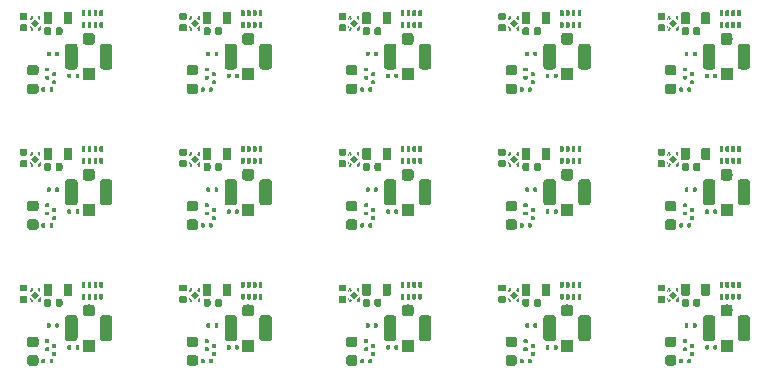
<source format=gbr>
G04 #@! TF.GenerationSoftware,KiCad,Pcbnew,(5.1.4)-1*
G04 #@! TF.CreationDate,2021-03-14T16:57:55+01:00*
G04 #@! TF.ProjectId,panel_5x3,70616e65-6c5f-4357-9833-2e6b69636164,rev?*
G04 #@! TF.SameCoordinates,Original*
G04 #@! TF.FileFunction,Paste,Bot*
G04 #@! TF.FilePolarity,Positive*
%FSLAX46Y46*%
G04 Gerber Fmt 4.6, Leading zero omitted, Abs format (unit mm)*
G04 Created by KiCad (PCBNEW (5.1.4)-1) date 2021-03-14 16:57:55*
%MOMM*%
%LPD*%
G04 APERTURE LIST*
%ADD10C,0.250000*%
%ADD11C,0.300000*%
%ADD12C,0.700000*%
%ADD13C,0.875000*%
%ADD14C,0.318000*%
%ADD15C,0.590000*%
%ADD16R,0.070000X0.190000*%
%ADD17C,0.127314*%
%ADD18C,0.141424*%
%ADD19R,0.250000X0.220000*%
%ADD20C,0.240000*%
%ADD21C,0.127282*%
%ADD22C,1.050000*%
%ADD23C,1.000000*%
%ADD24R,1.000000X1.000000*%
G04 APERTURE END LIST*
D10*
G36*
X178152351Y-78210361D02*
G01*
X178159632Y-78211441D01*
X178166771Y-78213229D01*
X178173701Y-78215709D01*
X178180355Y-78218856D01*
X178186668Y-78222640D01*
X178192579Y-78227024D01*
X178198033Y-78231967D01*
X178202976Y-78237421D01*
X178207360Y-78243332D01*
X178211144Y-78249645D01*
X178214291Y-78256299D01*
X178216771Y-78263229D01*
X178218559Y-78270368D01*
X178219639Y-78277649D01*
X178220000Y-78285000D01*
X178220000Y-78635000D01*
X178219639Y-78642351D01*
X178218559Y-78649632D01*
X178216771Y-78656771D01*
X178214291Y-78663701D01*
X178211144Y-78670355D01*
X178207360Y-78676668D01*
X178202976Y-78682579D01*
X178198033Y-78688033D01*
X178192579Y-78692976D01*
X178186668Y-78697360D01*
X178180355Y-78701144D01*
X178173701Y-78704291D01*
X178166771Y-78706771D01*
X178159632Y-78708559D01*
X178152351Y-78709639D01*
X178145000Y-78710000D01*
X177995000Y-78710000D01*
X177987649Y-78709639D01*
X177980368Y-78708559D01*
X177973229Y-78706771D01*
X177966299Y-78704291D01*
X177959645Y-78701144D01*
X177953332Y-78697360D01*
X177947421Y-78692976D01*
X177941967Y-78688033D01*
X177937024Y-78682579D01*
X177932640Y-78676668D01*
X177928856Y-78670355D01*
X177925709Y-78663701D01*
X177923229Y-78656771D01*
X177921441Y-78649632D01*
X177920361Y-78642351D01*
X177920000Y-78635000D01*
X177920000Y-78285000D01*
X177920361Y-78277649D01*
X177921441Y-78270368D01*
X177923229Y-78263229D01*
X177925709Y-78256299D01*
X177928856Y-78249645D01*
X177932640Y-78243332D01*
X177937024Y-78237421D01*
X177941967Y-78231967D01*
X177947421Y-78227024D01*
X177953332Y-78222640D01*
X177959645Y-78218856D01*
X177966299Y-78215709D01*
X177973229Y-78213229D01*
X177980368Y-78211441D01*
X177987649Y-78210361D01*
X177995000Y-78210000D01*
X178145000Y-78210000D01*
X178152351Y-78210361D01*
X178152351Y-78210361D01*
G37*
D11*
X178070000Y-78460000D03*
D10*
G36*
X178152351Y-77210361D02*
G01*
X178159632Y-77211441D01*
X178166771Y-77213229D01*
X178173701Y-77215709D01*
X178180355Y-77218856D01*
X178186668Y-77222640D01*
X178192579Y-77227024D01*
X178198033Y-77231967D01*
X178202976Y-77237421D01*
X178207360Y-77243332D01*
X178211144Y-77249645D01*
X178214291Y-77256299D01*
X178216771Y-77263229D01*
X178218559Y-77270368D01*
X178219639Y-77277649D01*
X178220000Y-77285000D01*
X178220000Y-77635000D01*
X178219639Y-77642351D01*
X178218559Y-77649632D01*
X178216771Y-77656771D01*
X178214291Y-77663701D01*
X178211144Y-77670355D01*
X178207360Y-77676668D01*
X178202976Y-77682579D01*
X178198033Y-77688033D01*
X178192579Y-77692976D01*
X178186668Y-77697360D01*
X178180355Y-77701144D01*
X178173701Y-77704291D01*
X178166771Y-77706771D01*
X178159632Y-77708559D01*
X178152351Y-77709639D01*
X178145000Y-77710000D01*
X177995000Y-77710000D01*
X177987649Y-77709639D01*
X177980368Y-77708559D01*
X177973229Y-77706771D01*
X177966299Y-77704291D01*
X177959645Y-77701144D01*
X177953332Y-77697360D01*
X177947421Y-77692976D01*
X177941967Y-77688033D01*
X177937024Y-77682579D01*
X177932640Y-77676668D01*
X177928856Y-77670355D01*
X177925709Y-77663701D01*
X177923229Y-77656771D01*
X177921441Y-77649632D01*
X177920361Y-77642351D01*
X177920000Y-77635000D01*
X177920000Y-77285000D01*
X177920361Y-77277649D01*
X177921441Y-77270368D01*
X177923229Y-77263229D01*
X177925709Y-77256299D01*
X177928856Y-77249645D01*
X177932640Y-77243332D01*
X177937024Y-77237421D01*
X177941967Y-77231967D01*
X177947421Y-77227024D01*
X177953332Y-77222640D01*
X177959645Y-77218856D01*
X177966299Y-77215709D01*
X177973229Y-77213229D01*
X177980368Y-77211441D01*
X177987649Y-77210361D01*
X177995000Y-77210000D01*
X178145000Y-77210000D01*
X178152351Y-77210361D01*
X178152351Y-77210361D01*
G37*
D11*
X178070000Y-77460000D03*
D10*
G36*
X176652351Y-78210361D02*
G01*
X176659632Y-78211441D01*
X176666771Y-78213229D01*
X176673701Y-78215709D01*
X176680355Y-78218856D01*
X176686668Y-78222640D01*
X176692579Y-78227024D01*
X176698033Y-78231967D01*
X176702976Y-78237421D01*
X176707360Y-78243332D01*
X176711144Y-78249645D01*
X176714291Y-78256299D01*
X176716771Y-78263229D01*
X176718559Y-78270368D01*
X176719639Y-78277649D01*
X176720000Y-78285000D01*
X176720000Y-78635000D01*
X176719639Y-78642351D01*
X176718559Y-78649632D01*
X176716771Y-78656771D01*
X176714291Y-78663701D01*
X176711144Y-78670355D01*
X176707360Y-78676668D01*
X176702976Y-78682579D01*
X176698033Y-78688033D01*
X176692579Y-78692976D01*
X176686668Y-78697360D01*
X176680355Y-78701144D01*
X176673701Y-78704291D01*
X176666771Y-78706771D01*
X176659632Y-78708559D01*
X176652351Y-78709639D01*
X176645000Y-78710000D01*
X176495000Y-78710000D01*
X176487649Y-78709639D01*
X176480368Y-78708559D01*
X176473229Y-78706771D01*
X176466299Y-78704291D01*
X176459645Y-78701144D01*
X176453332Y-78697360D01*
X176447421Y-78692976D01*
X176441967Y-78688033D01*
X176437024Y-78682579D01*
X176432640Y-78676668D01*
X176428856Y-78670355D01*
X176425709Y-78663701D01*
X176423229Y-78656771D01*
X176421441Y-78649632D01*
X176420361Y-78642351D01*
X176420000Y-78635000D01*
X176420000Y-78285000D01*
X176420361Y-78277649D01*
X176421441Y-78270368D01*
X176423229Y-78263229D01*
X176425709Y-78256299D01*
X176428856Y-78249645D01*
X176432640Y-78243332D01*
X176437024Y-78237421D01*
X176441967Y-78231967D01*
X176447421Y-78227024D01*
X176453332Y-78222640D01*
X176459645Y-78218856D01*
X176466299Y-78215709D01*
X176473229Y-78213229D01*
X176480368Y-78211441D01*
X176487649Y-78210361D01*
X176495000Y-78210000D01*
X176645000Y-78210000D01*
X176652351Y-78210361D01*
X176652351Y-78210361D01*
G37*
D11*
X176570000Y-78460000D03*
D10*
G36*
X176652351Y-77210361D02*
G01*
X176659632Y-77211441D01*
X176666771Y-77213229D01*
X176673701Y-77215709D01*
X176680355Y-77218856D01*
X176686668Y-77222640D01*
X176692579Y-77227024D01*
X176698033Y-77231967D01*
X176702976Y-77237421D01*
X176707360Y-77243332D01*
X176711144Y-77249645D01*
X176714291Y-77256299D01*
X176716771Y-77263229D01*
X176718559Y-77270368D01*
X176719639Y-77277649D01*
X176720000Y-77285000D01*
X176720000Y-77635000D01*
X176719639Y-77642351D01*
X176718559Y-77649632D01*
X176716771Y-77656771D01*
X176714291Y-77663701D01*
X176711144Y-77670355D01*
X176707360Y-77676668D01*
X176702976Y-77682579D01*
X176698033Y-77688033D01*
X176692579Y-77692976D01*
X176686668Y-77697360D01*
X176680355Y-77701144D01*
X176673701Y-77704291D01*
X176666771Y-77706771D01*
X176659632Y-77708559D01*
X176652351Y-77709639D01*
X176645000Y-77710000D01*
X176495000Y-77710000D01*
X176487649Y-77709639D01*
X176480368Y-77708559D01*
X176473229Y-77706771D01*
X176466299Y-77704291D01*
X176459645Y-77701144D01*
X176453332Y-77697360D01*
X176447421Y-77692976D01*
X176441967Y-77688033D01*
X176437024Y-77682579D01*
X176432640Y-77676668D01*
X176428856Y-77670355D01*
X176425709Y-77663701D01*
X176423229Y-77656771D01*
X176421441Y-77649632D01*
X176420361Y-77642351D01*
X176420000Y-77635000D01*
X176420000Y-77285000D01*
X176420361Y-77277649D01*
X176421441Y-77270368D01*
X176423229Y-77263229D01*
X176425709Y-77256299D01*
X176428856Y-77249645D01*
X176432640Y-77243332D01*
X176437024Y-77237421D01*
X176441967Y-77231967D01*
X176447421Y-77227024D01*
X176453332Y-77222640D01*
X176459645Y-77218856D01*
X176466299Y-77215709D01*
X176473229Y-77213229D01*
X176480368Y-77211441D01*
X176487649Y-77210361D01*
X176495000Y-77210000D01*
X176645000Y-77210000D01*
X176652351Y-77210361D01*
X176652351Y-77210361D01*
G37*
D11*
X176570000Y-77460000D03*
D10*
G36*
X177152351Y-78210361D02*
G01*
X177159632Y-78211441D01*
X177166771Y-78213229D01*
X177173701Y-78215709D01*
X177180355Y-78218856D01*
X177186668Y-78222640D01*
X177192579Y-78227024D01*
X177198033Y-78231967D01*
X177202976Y-78237421D01*
X177207360Y-78243332D01*
X177211144Y-78249645D01*
X177214291Y-78256299D01*
X177216771Y-78263229D01*
X177218559Y-78270368D01*
X177219639Y-78277649D01*
X177220000Y-78285000D01*
X177220000Y-78635000D01*
X177219639Y-78642351D01*
X177218559Y-78649632D01*
X177216771Y-78656771D01*
X177214291Y-78663701D01*
X177211144Y-78670355D01*
X177207360Y-78676668D01*
X177202976Y-78682579D01*
X177198033Y-78688033D01*
X177192579Y-78692976D01*
X177186668Y-78697360D01*
X177180355Y-78701144D01*
X177173701Y-78704291D01*
X177166771Y-78706771D01*
X177159632Y-78708559D01*
X177152351Y-78709639D01*
X177145000Y-78710000D01*
X176995000Y-78710000D01*
X176987649Y-78709639D01*
X176980368Y-78708559D01*
X176973229Y-78706771D01*
X176966299Y-78704291D01*
X176959645Y-78701144D01*
X176953332Y-78697360D01*
X176947421Y-78692976D01*
X176941967Y-78688033D01*
X176937024Y-78682579D01*
X176932640Y-78676668D01*
X176928856Y-78670355D01*
X176925709Y-78663701D01*
X176923229Y-78656771D01*
X176921441Y-78649632D01*
X176920361Y-78642351D01*
X176920000Y-78635000D01*
X176920000Y-78285000D01*
X176920361Y-78277649D01*
X176921441Y-78270368D01*
X176923229Y-78263229D01*
X176925709Y-78256299D01*
X176928856Y-78249645D01*
X176932640Y-78243332D01*
X176937024Y-78237421D01*
X176941967Y-78231967D01*
X176947421Y-78227024D01*
X176953332Y-78222640D01*
X176959645Y-78218856D01*
X176966299Y-78215709D01*
X176973229Y-78213229D01*
X176980368Y-78211441D01*
X176987649Y-78210361D01*
X176995000Y-78210000D01*
X177145000Y-78210000D01*
X177152351Y-78210361D01*
X177152351Y-78210361D01*
G37*
D11*
X177070000Y-78460000D03*
D10*
G36*
X177152351Y-77210361D02*
G01*
X177159632Y-77211441D01*
X177166771Y-77213229D01*
X177173701Y-77215709D01*
X177180355Y-77218856D01*
X177186668Y-77222640D01*
X177192579Y-77227024D01*
X177198033Y-77231967D01*
X177202976Y-77237421D01*
X177207360Y-77243332D01*
X177211144Y-77249645D01*
X177214291Y-77256299D01*
X177216771Y-77263229D01*
X177218559Y-77270368D01*
X177219639Y-77277649D01*
X177220000Y-77285000D01*
X177220000Y-77635000D01*
X177219639Y-77642351D01*
X177218559Y-77649632D01*
X177216771Y-77656771D01*
X177214291Y-77663701D01*
X177211144Y-77670355D01*
X177207360Y-77676668D01*
X177202976Y-77682579D01*
X177198033Y-77688033D01*
X177192579Y-77692976D01*
X177186668Y-77697360D01*
X177180355Y-77701144D01*
X177173701Y-77704291D01*
X177166771Y-77706771D01*
X177159632Y-77708559D01*
X177152351Y-77709639D01*
X177145000Y-77710000D01*
X176995000Y-77710000D01*
X176987649Y-77709639D01*
X176980368Y-77708559D01*
X176973229Y-77706771D01*
X176966299Y-77704291D01*
X176959645Y-77701144D01*
X176953332Y-77697360D01*
X176947421Y-77692976D01*
X176941967Y-77688033D01*
X176937024Y-77682579D01*
X176932640Y-77676668D01*
X176928856Y-77670355D01*
X176925709Y-77663701D01*
X176923229Y-77656771D01*
X176921441Y-77649632D01*
X176920361Y-77642351D01*
X176920000Y-77635000D01*
X176920000Y-77285000D01*
X176920361Y-77277649D01*
X176921441Y-77270368D01*
X176923229Y-77263229D01*
X176925709Y-77256299D01*
X176928856Y-77249645D01*
X176932640Y-77243332D01*
X176937024Y-77237421D01*
X176941967Y-77231967D01*
X176947421Y-77227024D01*
X176953332Y-77222640D01*
X176959645Y-77218856D01*
X176966299Y-77215709D01*
X176973229Y-77213229D01*
X176980368Y-77211441D01*
X176987649Y-77210361D01*
X176995000Y-77210000D01*
X177145000Y-77210000D01*
X177152351Y-77210361D01*
X177152351Y-77210361D01*
G37*
D11*
X177070000Y-77460000D03*
D10*
G36*
X177652351Y-78210361D02*
G01*
X177659632Y-78211441D01*
X177666771Y-78213229D01*
X177673701Y-78215709D01*
X177680355Y-78218856D01*
X177686668Y-78222640D01*
X177692579Y-78227024D01*
X177698033Y-78231967D01*
X177702976Y-78237421D01*
X177707360Y-78243332D01*
X177711144Y-78249645D01*
X177714291Y-78256299D01*
X177716771Y-78263229D01*
X177718559Y-78270368D01*
X177719639Y-78277649D01*
X177720000Y-78285000D01*
X177720000Y-78635000D01*
X177719639Y-78642351D01*
X177718559Y-78649632D01*
X177716771Y-78656771D01*
X177714291Y-78663701D01*
X177711144Y-78670355D01*
X177707360Y-78676668D01*
X177702976Y-78682579D01*
X177698033Y-78688033D01*
X177692579Y-78692976D01*
X177686668Y-78697360D01*
X177680355Y-78701144D01*
X177673701Y-78704291D01*
X177666771Y-78706771D01*
X177659632Y-78708559D01*
X177652351Y-78709639D01*
X177645000Y-78710000D01*
X177495000Y-78710000D01*
X177487649Y-78709639D01*
X177480368Y-78708559D01*
X177473229Y-78706771D01*
X177466299Y-78704291D01*
X177459645Y-78701144D01*
X177453332Y-78697360D01*
X177447421Y-78692976D01*
X177441967Y-78688033D01*
X177437024Y-78682579D01*
X177432640Y-78676668D01*
X177428856Y-78670355D01*
X177425709Y-78663701D01*
X177423229Y-78656771D01*
X177421441Y-78649632D01*
X177420361Y-78642351D01*
X177420000Y-78635000D01*
X177420000Y-78285000D01*
X177420361Y-78277649D01*
X177421441Y-78270368D01*
X177423229Y-78263229D01*
X177425709Y-78256299D01*
X177428856Y-78249645D01*
X177432640Y-78243332D01*
X177437024Y-78237421D01*
X177441967Y-78231967D01*
X177447421Y-78227024D01*
X177453332Y-78222640D01*
X177459645Y-78218856D01*
X177466299Y-78215709D01*
X177473229Y-78213229D01*
X177480368Y-78211441D01*
X177487649Y-78210361D01*
X177495000Y-78210000D01*
X177645000Y-78210000D01*
X177652351Y-78210361D01*
X177652351Y-78210361D01*
G37*
D11*
X177570000Y-78460000D03*
D10*
G36*
X177652351Y-77210361D02*
G01*
X177659632Y-77211441D01*
X177666771Y-77213229D01*
X177673701Y-77215709D01*
X177680355Y-77218856D01*
X177686668Y-77222640D01*
X177692579Y-77227024D01*
X177698033Y-77231967D01*
X177702976Y-77237421D01*
X177707360Y-77243332D01*
X177711144Y-77249645D01*
X177714291Y-77256299D01*
X177716771Y-77263229D01*
X177718559Y-77270368D01*
X177719639Y-77277649D01*
X177720000Y-77285000D01*
X177720000Y-77635000D01*
X177719639Y-77642351D01*
X177718559Y-77649632D01*
X177716771Y-77656771D01*
X177714291Y-77663701D01*
X177711144Y-77670355D01*
X177707360Y-77676668D01*
X177702976Y-77682579D01*
X177698033Y-77688033D01*
X177692579Y-77692976D01*
X177686668Y-77697360D01*
X177680355Y-77701144D01*
X177673701Y-77704291D01*
X177666771Y-77706771D01*
X177659632Y-77708559D01*
X177652351Y-77709639D01*
X177645000Y-77710000D01*
X177495000Y-77710000D01*
X177487649Y-77709639D01*
X177480368Y-77708559D01*
X177473229Y-77706771D01*
X177466299Y-77704291D01*
X177459645Y-77701144D01*
X177453332Y-77697360D01*
X177447421Y-77692976D01*
X177441967Y-77688033D01*
X177437024Y-77682579D01*
X177432640Y-77676668D01*
X177428856Y-77670355D01*
X177425709Y-77663701D01*
X177423229Y-77656771D01*
X177421441Y-77649632D01*
X177420361Y-77642351D01*
X177420000Y-77635000D01*
X177420000Y-77285000D01*
X177420361Y-77277649D01*
X177421441Y-77270368D01*
X177423229Y-77263229D01*
X177425709Y-77256299D01*
X177428856Y-77249645D01*
X177432640Y-77243332D01*
X177437024Y-77237421D01*
X177441967Y-77231967D01*
X177447421Y-77227024D01*
X177453332Y-77222640D01*
X177459645Y-77218856D01*
X177466299Y-77215709D01*
X177473229Y-77213229D01*
X177480368Y-77211441D01*
X177487649Y-77210361D01*
X177495000Y-77210000D01*
X177645000Y-77210000D01*
X177652351Y-77210361D01*
X177652351Y-77210361D01*
G37*
D11*
X177570000Y-77460000D03*
D10*
G36*
X164652351Y-78210361D02*
G01*
X164659632Y-78211441D01*
X164666771Y-78213229D01*
X164673701Y-78215709D01*
X164680355Y-78218856D01*
X164686668Y-78222640D01*
X164692579Y-78227024D01*
X164698033Y-78231967D01*
X164702976Y-78237421D01*
X164707360Y-78243332D01*
X164711144Y-78249645D01*
X164714291Y-78256299D01*
X164716771Y-78263229D01*
X164718559Y-78270368D01*
X164719639Y-78277649D01*
X164720000Y-78285000D01*
X164720000Y-78635000D01*
X164719639Y-78642351D01*
X164718559Y-78649632D01*
X164716771Y-78656771D01*
X164714291Y-78663701D01*
X164711144Y-78670355D01*
X164707360Y-78676668D01*
X164702976Y-78682579D01*
X164698033Y-78688033D01*
X164692579Y-78692976D01*
X164686668Y-78697360D01*
X164680355Y-78701144D01*
X164673701Y-78704291D01*
X164666771Y-78706771D01*
X164659632Y-78708559D01*
X164652351Y-78709639D01*
X164645000Y-78710000D01*
X164495000Y-78710000D01*
X164487649Y-78709639D01*
X164480368Y-78708559D01*
X164473229Y-78706771D01*
X164466299Y-78704291D01*
X164459645Y-78701144D01*
X164453332Y-78697360D01*
X164447421Y-78692976D01*
X164441967Y-78688033D01*
X164437024Y-78682579D01*
X164432640Y-78676668D01*
X164428856Y-78670355D01*
X164425709Y-78663701D01*
X164423229Y-78656771D01*
X164421441Y-78649632D01*
X164420361Y-78642351D01*
X164420000Y-78635000D01*
X164420000Y-78285000D01*
X164420361Y-78277649D01*
X164421441Y-78270368D01*
X164423229Y-78263229D01*
X164425709Y-78256299D01*
X164428856Y-78249645D01*
X164432640Y-78243332D01*
X164437024Y-78237421D01*
X164441967Y-78231967D01*
X164447421Y-78227024D01*
X164453332Y-78222640D01*
X164459645Y-78218856D01*
X164466299Y-78215709D01*
X164473229Y-78213229D01*
X164480368Y-78211441D01*
X164487649Y-78210361D01*
X164495000Y-78210000D01*
X164645000Y-78210000D01*
X164652351Y-78210361D01*
X164652351Y-78210361D01*
G37*
D11*
X164570000Y-78460000D03*
D10*
G36*
X164652351Y-77210361D02*
G01*
X164659632Y-77211441D01*
X164666771Y-77213229D01*
X164673701Y-77215709D01*
X164680355Y-77218856D01*
X164686668Y-77222640D01*
X164692579Y-77227024D01*
X164698033Y-77231967D01*
X164702976Y-77237421D01*
X164707360Y-77243332D01*
X164711144Y-77249645D01*
X164714291Y-77256299D01*
X164716771Y-77263229D01*
X164718559Y-77270368D01*
X164719639Y-77277649D01*
X164720000Y-77285000D01*
X164720000Y-77635000D01*
X164719639Y-77642351D01*
X164718559Y-77649632D01*
X164716771Y-77656771D01*
X164714291Y-77663701D01*
X164711144Y-77670355D01*
X164707360Y-77676668D01*
X164702976Y-77682579D01*
X164698033Y-77688033D01*
X164692579Y-77692976D01*
X164686668Y-77697360D01*
X164680355Y-77701144D01*
X164673701Y-77704291D01*
X164666771Y-77706771D01*
X164659632Y-77708559D01*
X164652351Y-77709639D01*
X164645000Y-77710000D01*
X164495000Y-77710000D01*
X164487649Y-77709639D01*
X164480368Y-77708559D01*
X164473229Y-77706771D01*
X164466299Y-77704291D01*
X164459645Y-77701144D01*
X164453332Y-77697360D01*
X164447421Y-77692976D01*
X164441967Y-77688033D01*
X164437024Y-77682579D01*
X164432640Y-77676668D01*
X164428856Y-77670355D01*
X164425709Y-77663701D01*
X164423229Y-77656771D01*
X164421441Y-77649632D01*
X164420361Y-77642351D01*
X164420000Y-77635000D01*
X164420000Y-77285000D01*
X164420361Y-77277649D01*
X164421441Y-77270368D01*
X164423229Y-77263229D01*
X164425709Y-77256299D01*
X164428856Y-77249645D01*
X164432640Y-77243332D01*
X164437024Y-77237421D01*
X164441967Y-77231967D01*
X164447421Y-77227024D01*
X164453332Y-77222640D01*
X164459645Y-77218856D01*
X164466299Y-77215709D01*
X164473229Y-77213229D01*
X164480368Y-77211441D01*
X164487649Y-77210361D01*
X164495000Y-77210000D01*
X164645000Y-77210000D01*
X164652351Y-77210361D01*
X164652351Y-77210361D01*
G37*
D11*
X164570000Y-77460000D03*
D10*
G36*
X163152351Y-78210361D02*
G01*
X163159632Y-78211441D01*
X163166771Y-78213229D01*
X163173701Y-78215709D01*
X163180355Y-78218856D01*
X163186668Y-78222640D01*
X163192579Y-78227024D01*
X163198033Y-78231967D01*
X163202976Y-78237421D01*
X163207360Y-78243332D01*
X163211144Y-78249645D01*
X163214291Y-78256299D01*
X163216771Y-78263229D01*
X163218559Y-78270368D01*
X163219639Y-78277649D01*
X163220000Y-78285000D01*
X163220000Y-78635000D01*
X163219639Y-78642351D01*
X163218559Y-78649632D01*
X163216771Y-78656771D01*
X163214291Y-78663701D01*
X163211144Y-78670355D01*
X163207360Y-78676668D01*
X163202976Y-78682579D01*
X163198033Y-78688033D01*
X163192579Y-78692976D01*
X163186668Y-78697360D01*
X163180355Y-78701144D01*
X163173701Y-78704291D01*
X163166771Y-78706771D01*
X163159632Y-78708559D01*
X163152351Y-78709639D01*
X163145000Y-78710000D01*
X162995000Y-78710000D01*
X162987649Y-78709639D01*
X162980368Y-78708559D01*
X162973229Y-78706771D01*
X162966299Y-78704291D01*
X162959645Y-78701144D01*
X162953332Y-78697360D01*
X162947421Y-78692976D01*
X162941967Y-78688033D01*
X162937024Y-78682579D01*
X162932640Y-78676668D01*
X162928856Y-78670355D01*
X162925709Y-78663701D01*
X162923229Y-78656771D01*
X162921441Y-78649632D01*
X162920361Y-78642351D01*
X162920000Y-78635000D01*
X162920000Y-78285000D01*
X162920361Y-78277649D01*
X162921441Y-78270368D01*
X162923229Y-78263229D01*
X162925709Y-78256299D01*
X162928856Y-78249645D01*
X162932640Y-78243332D01*
X162937024Y-78237421D01*
X162941967Y-78231967D01*
X162947421Y-78227024D01*
X162953332Y-78222640D01*
X162959645Y-78218856D01*
X162966299Y-78215709D01*
X162973229Y-78213229D01*
X162980368Y-78211441D01*
X162987649Y-78210361D01*
X162995000Y-78210000D01*
X163145000Y-78210000D01*
X163152351Y-78210361D01*
X163152351Y-78210361D01*
G37*
D11*
X163070000Y-78460000D03*
D10*
G36*
X163152351Y-77210361D02*
G01*
X163159632Y-77211441D01*
X163166771Y-77213229D01*
X163173701Y-77215709D01*
X163180355Y-77218856D01*
X163186668Y-77222640D01*
X163192579Y-77227024D01*
X163198033Y-77231967D01*
X163202976Y-77237421D01*
X163207360Y-77243332D01*
X163211144Y-77249645D01*
X163214291Y-77256299D01*
X163216771Y-77263229D01*
X163218559Y-77270368D01*
X163219639Y-77277649D01*
X163220000Y-77285000D01*
X163220000Y-77635000D01*
X163219639Y-77642351D01*
X163218559Y-77649632D01*
X163216771Y-77656771D01*
X163214291Y-77663701D01*
X163211144Y-77670355D01*
X163207360Y-77676668D01*
X163202976Y-77682579D01*
X163198033Y-77688033D01*
X163192579Y-77692976D01*
X163186668Y-77697360D01*
X163180355Y-77701144D01*
X163173701Y-77704291D01*
X163166771Y-77706771D01*
X163159632Y-77708559D01*
X163152351Y-77709639D01*
X163145000Y-77710000D01*
X162995000Y-77710000D01*
X162987649Y-77709639D01*
X162980368Y-77708559D01*
X162973229Y-77706771D01*
X162966299Y-77704291D01*
X162959645Y-77701144D01*
X162953332Y-77697360D01*
X162947421Y-77692976D01*
X162941967Y-77688033D01*
X162937024Y-77682579D01*
X162932640Y-77676668D01*
X162928856Y-77670355D01*
X162925709Y-77663701D01*
X162923229Y-77656771D01*
X162921441Y-77649632D01*
X162920361Y-77642351D01*
X162920000Y-77635000D01*
X162920000Y-77285000D01*
X162920361Y-77277649D01*
X162921441Y-77270368D01*
X162923229Y-77263229D01*
X162925709Y-77256299D01*
X162928856Y-77249645D01*
X162932640Y-77243332D01*
X162937024Y-77237421D01*
X162941967Y-77231967D01*
X162947421Y-77227024D01*
X162953332Y-77222640D01*
X162959645Y-77218856D01*
X162966299Y-77215709D01*
X162973229Y-77213229D01*
X162980368Y-77211441D01*
X162987649Y-77210361D01*
X162995000Y-77210000D01*
X163145000Y-77210000D01*
X163152351Y-77210361D01*
X163152351Y-77210361D01*
G37*
D11*
X163070000Y-77460000D03*
D10*
G36*
X163652351Y-78210361D02*
G01*
X163659632Y-78211441D01*
X163666771Y-78213229D01*
X163673701Y-78215709D01*
X163680355Y-78218856D01*
X163686668Y-78222640D01*
X163692579Y-78227024D01*
X163698033Y-78231967D01*
X163702976Y-78237421D01*
X163707360Y-78243332D01*
X163711144Y-78249645D01*
X163714291Y-78256299D01*
X163716771Y-78263229D01*
X163718559Y-78270368D01*
X163719639Y-78277649D01*
X163720000Y-78285000D01*
X163720000Y-78635000D01*
X163719639Y-78642351D01*
X163718559Y-78649632D01*
X163716771Y-78656771D01*
X163714291Y-78663701D01*
X163711144Y-78670355D01*
X163707360Y-78676668D01*
X163702976Y-78682579D01*
X163698033Y-78688033D01*
X163692579Y-78692976D01*
X163686668Y-78697360D01*
X163680355Y-78701144D01*
X163673701Y-78704291D01*
X163666771Y-78706771D01*
X163659632Y-78708559D01*
X163652351Y-78709639D01*
X163645000Y-78710000D01*
X163495000Y-78710000D01*
X163487649Y-78709639D01*
X163480368Y-78708559D01*
X163473229Y-78706771D01*
X163466299Y-78704291D01*
X163459645Y-78701144D01*
X163453332Y-78697360D01*
X163447421Y-78692976D01*
X163441967Y-78688033D01*
X163437024Y-78682579D01*
X163432640Y-78676668D01*
X163428856Y-78670355D01*
X163425709Y-78663701D01*
X163423229Y-78656771D01*
X163421441Y-78649632D01*
X163420361Y-78642351D01*
X163420000Y-78635000D01*
X163420000Y-78285000D01*
X163420361Y-78277649D01*
X163421441Y-78270368D01*
X163423229Y-78263229D01*
X163425709Y-78256299D01*
X163428856Y-78249645D01*
X163432640Y-78243332D01*
X163437024Y-78237421D01*
X163441967Y-78231967D01*
X163447421Y-78227024D01*
X163453332Y-78222640D01*
X163459645Y-78218856D01*
X163466299Y-78215709D01*
X163473229Y-78213229D01*
X163480368Y-78211441D01*
X163487649Y-78210361D01*
X163495000Y-78210000D01*
X163645000Y-78210000D01*
X163652351Y-78210361D01*
X163652351Y-78210361D01*
G37*
D11*
X163570000Y-78460000D03*
D10*
G36*
X163652351Y-77210361D02*
G01*
X163659632Y-77211441D01*
X163666771Y-77213229D01*
X163673701Y-77215709D01*
X163680355Y-77218856D01*
X163686668Y-77222640D01*
X163692579Y-77227024D01*
X163698033Y-77231967D01*
X163702976Y-77237421D01*
X163707360Y-77243332D01*
X163711144Y-77249645D01*
X163714291Y-77256299D01*
X163716771Y-77263229D01*
X163718559Y-77270368D01*
X163719639Y-77277649D01*
X163720000Y-77285000D01*
X163720000Y-77635000D01*
X163719639Y-77642351D01*
X163718559Y-77649632D01*
X163716771Y-77656771D01*
X163714291Y-77663701D01*
X163711144Y-77670355D01*
X163707360Y-77676668D01*
X163702976Y-77682579D01*
X163698033Y-77688033D01*
X163692579Y-77692976D01*
X163686668Y-77697360D01*
X163680355Y-77701144D01*
X163673701Y-77704291D01*
X163666771Y-77706771D01*
X163659632Y-77708559D01*
X163652351Y-77709639D01*
X163645000Y-77710000D01*
X163495000Y-77710000D01*
X163487649Y-77709639D01*
X163480368Y-77708559D01*
X163473229Y-77706771D01*
X163466299Y-77704291D01*
X163459645Y-77701144D01*
X163453332Y-77697360D01*
X163447421Y-77692976D01*
X163441967Y-77688033D01*
X163437024Y-77682579D01*
X163432640Y-77676668D01*
X163428856Y-77670355D01*
X163425709Y-77663701D01*
X163423229Y-77656771D01*
X163421441Y-77649632D01*
X163420361Y-77642351D01*
X163420000Y-77635000D01*
X163420000Y-77285000D01*
X163420361Y-77277649D01*
X163421441Y-77270368D01*
X163423229Y-77263229D01*
X163425709Y-77256299D01*
X163428856Y-77249645D01*
X163432640Y-77243332D01*
X163437024Y-77237421D01*
X163441967Y-77231967D01*
X163447421Y-77227024D01*
X163453332Y-77222640D01*
X163459645Y-77218856D01*
X163466299Y-77215709D01*
X163473229Y-77213229D01*
X163480368Y-77211441D01*
X163487649Y-77210361D01*
X163495000Y-77210000D01*
X163645000Y-77210000D01*
X163652351Y-77210361D01*
X163652351Y-77210361D01*
G37*
D11*
X163570000Y-77460000D03*
D10*
G36*
X164152351Y-78210361D02*
G01*
X164159632Y-78211441D01*
X164166771Y-78213229D01*
X164173701Y-78215709D01*
X164180355Y-78218856D01*
X164186668Y-78222640D01*
X164192579Y-78227024D01*
X164198033Y-78231967D01*
X164202976Y-78237421D01*
X164207360Y-78243332D01*
X164211144Y-78249645D01*
X164214291Y-78256299D01*
X164216771Y-78263229D01*
X164218559Y-78270368D01*
X164219639Y-78277649D01*
X164220000Y-78285000D01*
X164220000Y-78635000D01*
X164219639Y-78642351D01*
X164218559Y-78649632D01*
X164216771Y-78656771D01*
X164214291Y-78663701D01*
X164211144Y-78670355D01*
X164207360Y-78676668D01*
X164202976Y-78682579D01*
X164198033Y-78688033D01*
X164192579Y-78692976D01*
X164186668Y-78697360D01*
X164180355Y-78701144D01*
X164173701Y-78704291D01*
X164166771Y-78706771D01*
X164159632Y-78708559D01*
X164152351Y-78709639D01*
X164145000Y-78710000D01*
X163995000Y-78710000D01*
X163987649Y-78709639D01*
X163980368Y-78708559D01*
X163973229Y-78706771D01*
X163966299Y-78704291D01*
X163959645Y-78701144D01*
X163953332Y-78697360D01*
X163947421Y-78692976D01*
X163941967Y-78688033D01*
X163937024Y-78682579D01*
X163932640Y-78676668D01*
X163928856Y-78670355D01*
X163925709Y-78663701D01*
X163923229Y-78656771D01*
X163921441Y-78649632D01*
X163920361Y-78642351D01*
X163920000Y-78635000D01*
X163920000Y-78285000D01*
X163920361Y-78277649D01*
X163921441Y-78270368D01*
X163923229Y-78263229D01*
X163925709Y-78256299D01*
X163928856Y-78249645D01*
X163932640Y-78243332D01*
X163937024Y-78237421D01*
X163941967Y-78231967D01*
X163947421Y-78227024D01*
X163953332Y-78222640D01*
X163959645Y-78218856D01*
X163966299Y-78215709D01*
X163973229Y-78213229D01*
X163980368Y-78211441D01*
X163987649Y-78210361D01*
X163995000Y-78210000D01*
X164145000Y-78210000D01*
X164152351Y-78210361D01*
X164152351Y-78210361D01*
G37*
D11*
X164070000Y-78460000D03*
D10*
G36*
X164152351Y-77210361D02*
G01*
X164159632Y-77211441D01*
X164166771Y-77213229D01*
X164173701Y-77215709D01*
X164180355Y-77218856D01*
X164186668Y-77222640D01*
X164192579Y-77227024D01*
X164198033Y-77231967D01*
X164202976Y-77237421D01*
X164207360Y-77243332D01*
X164211144Y-77249645D01*
X164214291Y-77256299D01*
X164216771Y-77263229D01*
X164218559Y-77270368D01*
X164219639Y-77277649D01*
X164220000Y-77285000D01*
X164220000Y-77635000D01*
X164219639Y-77642351D01*
X164218559Y-77649632D01*
X164216771Y-77656771D01*
X164214291Y-77663701D01*
X164211144Y-77670355D01*
X164207360Y-77676668D01*
X164202976Y-77682579D01*
X164198033Y-77688033D01*
X164192579Y-77692976D01*
X164186668Y-77697360D01*
X164180355Y-77701144D01*
X164173701Y-77704291D01*
X164166771Y-77706771D01*
X164159632Y-77708559D01*
X164152351Y-77709639D01*
X164145000Y-77710000D01*
X163995000Y-77710000D01*
X163987649Y-77709639D01*
X163980368Y-77708559D01*
X163973229Y-77706771D01*
X163966299Y-77704291D01*
X163959645Y-77701144D01*
X163953332Y-77697360D01*
X163947421Y-77692976D01*
X163941967Y-77688033D01*
X163937024Y-77682579D01*
X163932640Y-77676668D01*
X163928856Y-77670355D01*
X163925709Y-77663701D01*
X163923229Y-77656771D01*
X163921441Y-77649632D01*
X163920361Y-77642351D01*
X163920000Y-77635000D01*
X163920000Y-77285000D01*
X163920361Y-77277649D01*
X163921441Y-77270368D01*
X163923229Y-77263229D01*
X163925709Y-77256299D01*
X163928856Y-77249645D01*
X163932640Y-77243332D01*
X163937024Y-77237421D01*
X163941967Y-77231967D01*
X163947421Y-77227024D01*
X163953332Y-77222640D01*
X163959645Y-77218856D01*
X163966299Y-77215709D01*
X163973229Y-77213229D01*
X163980368Y-77211441D01*
X163987649Y-77210361D01*
X163995000Y-77210000D01*
X164145000Y-77210000D01*
X164152351Y-77210361D01*
X164152351Y-77210361D01*
G37*
D11*
X164070000Y-77460000D03*
D10*
G36*
X151152351Y-78210361D02*
G01*
X151159632Y-78211441D01*
X151166771Y-78213229D01*
X151173701Y-78215709D01*
X151180355Y-78218856D01*
X151186668Y-78222640D01*
X151192579Y-78227024D01*
X151198033Y-78231967D01*
X151202976Y-78237421D01*
X151207360Y-78243332D01*
X151211144Y-78249645D01*
X151214291Y-78256299D01*
X151216771Y-78263229D01*
X151218559Y-78270368D01*
X151219639Y-78277649D01*
X151220000Y-78285000D01*
X151220000Y-78635000D01*
X151219639Y-78642351D01*
X151218559Y-78649632D01*
X151216771Y-78656771D01*
X151214291Y-78663701D01*
X151211144Y-78670355D01*
X151207360Y-78676668D01*
X151202976Y-78682579D01*
X151198033Y-78688033D01*
X151192579Y-78692976D01*
X151186668Y-78697360D01*
X151180355Y-78701144D01*
X151173701Y-78704291D01*
X151166771Y-78706771D01*
X151159632Y-78708559D01*
X151152351Y-78709639D01*
X151145000Y-78710000D01*
X150995000Y-78710000D01*
X150987649Y-78709639D01*
X150980368Y-78708559D01*
X150973229Y-78706771D01*
X150966299Y-78704291D01*
X150959645Y-78701144D01*
X150953332Y-78697360D01*
X150947421Y-78692976D01*
X150941967Y-78688033D01*
X150937024Y-78682579D01*
X150932640Y-78676668D01*
X150928856Y-78670355D01*
X150925709Y-78663701D01*
X150923229Y-78656771D01*
X150921441Y-78649632D01*
X150920361Y-78642351D01*
X150920000Y-78635000D01*
X150920000Y-78285000D01*
X150920361Y-78277649D01*
X150921441Y-78270368D01*
X150923229Y-78263229D01*
X150925709Y-78256299D01*
X150928856Y-78249645D01*
X150932640Y-78243332D01*
X150937024Y-78237421D01*
X150941967Y-78231967D01*
X150947421Y-78227024D01*
X150953332Y-78222640D01*
X150959645Y-78218856D01*
X150966299Y-78215709D01*
X150973229Y-78213229D01*
X150980368Y-78211441D01*
X150987649Y-78210361D01*
X150995000Y-78210000D01*
X151145000Y-78210000D01*
X151152351Y-78210361D01*
X151152351Y-78210361D01*
G37*
D11*
X151070000Y-78460000D03*
D10*
G36*
X151152351Y-77210361D02*
G01*
X151159632Y-77211441D01*
X151166771Y-77213229D01*
X151173701Y-77215709D01*
X151180355Y-77218856D01*
X151186668Y-77222640D01*
X151192579Y-77227024D01*
X151198033Y-77231967D01*
X151202976Y-77237421D01*
X151207360Y-77243332D01*
X151211144Y-77249645D01*
X151214291Y-77256299D01*
X151216771Y-77263229D01*
X151218559Y-77270368D01*
X151219639Y-77277649D01*
X151220000Y-77285000D01*
X151220000Y-77635000D01*
X151219639Y-77642351D01*
X151218559Y-77649632D01*
X151216771Y-77656771D01*
X151214291Y-77663701D01*
X151211144Y-77670355D01*
X151207360Y-77676668D01*
X151202976Y-77682579D01*
X151198033Y-77688033D01*
X151192579Y-77692976D01*
X151186668Y-77697360D01*
X151180355Y-77701144D01*
X151173701Y-77704291D01*
X151166771Y-77706771D01*
X151159632Y-77708559D01*
X151152351Y-77709639D01*
X151145000Y-77710000D01*
X150995000Y-77710000D01*
X150987649Y-77709639D01*
X150980368Y-77708559D01*
X150973229Y-77706771D01*
X150966299Y-77704291D01*
X150959645Y-77701144D01*
X150953332Y-77697360D01*
X150947421Y-77692976D01*
X150941967Y-77688033D01*
X150937024Y-77682579D01*
X150932640Y-77676668D01*
X150928856Y-77670355D01*
X150925709Y-77663701D01*
X150923229Y-77656771D01*
X150921441Y-77649632D01*
X150920361Y-77642351D01*
X150920000Y-77635000D01*
X150920000Y-77285000D01*
X150920361Y-77277649D01*
X150921441Y-77270368D01*
X150923229Y-77263229D01*
X150925709Y-77256299D01*
X150928856Y-77249645D01*
X150932640Y-77243332D01*
X150937024Y-77237421D01*
X150941967Y-77231967D01*
X150947421Y-77227024D01*
X150953332Y-77222640D01*
X150959645Y-77218856D01*
X150966299Y-77215709D01*
X150973229Y-77213229D01*
X150980368Y-77211441D01*
X150987649Y-77210361D01*
X150995000Y-77210000D01*
X151145000Y-77210000D01*
X151152351Y-77210361D01*
X151152351Y-77210361D01*
G37*
D11*
X151070000Y-77460000D03*
D10*
G36*
X149652351Y-78210361D02*
G01*
X149659632Y-78211441D01*
X149666771Y-78213229D01*
X149673701Y-78215709D01*
X149680355Y-78218856D01*
X149686668Y-78222640D01*
X149692579Y-78227024D01*
X149698033Y-78231967D01*
X149702976Y-78237421D01*
X149707360Y-78243332D01*
X149711144Y-78249645D01*
X149714291Y-78256299D01*
X149716771Y-78263229D01*
X149718559Y-78270368D01*
X149719639Y-78277649D01*
X149720000Y-78285000D01*
X149720000Y-78635000D01*
X149719639Y-78642351D01*
X149718559Y-78649632D01*
X149716771Y-78656771D01*
X149714291Y-78663701D01*
X149711144Y-78670355D01*
X149707360Y-78676668D01*
X149702976Y-78682579D01*
X149698033Y-78688033D01*
X149692579Y-78692976D01*
X149686668Y-78697360D01*
X149680355Y-78701144D01*
X149673701Y-78704291D01*
X149666771Y-78706771D01*
X149659632Y-78708559D01*
X149652351Y-78709639D01*
X149645000Y-78710000D01*
X149495000Y-78710000D01*
X149487649Y-78709639D01*
X149480368Y-78708559D01*
X149473229Y-78706771D01*
X149466299Y-78704291D01*
X149459645Y-78701144D01*
X149453332Y-78697360D01*
X149447421Y-78692976D01*
X149441967Y-78688033D01*
X149437024Y-78682579D01*
X149432640Y-78676668D01*
X149428856Y-78670355D01*
X149425709Y-78663701D01*
X149423229Y-78656771D01*
X149421441Y-78649632D01*
X149420361Y-78642351D01*
X149420000Y-78635000D01*
X149420000Y-78285000D01*
X149420361Y-78277649D01*
X149421441Y-78270368D01*
X149423229Y-78263229D01*
X149425709Y-78256299D01*
X149428856Y-78249645D01*
X149432640Y-78243332D01*
X149437024Y-78237421D01*
X149441967Y-78231967D01*
X149447421Y-78227024D01*
X149453332Y-78222640D01*
X149459645Y-78218856D01*
X149466299Y-78215709D01*
X149473229Y-78213229D01*
X149480368Y-78211441D01*
X149487649Y-78210361D01*
X149495000Y-78210000D01*
X149645000Y-78210000D01*
X149652351Y-78210361D01*
X149652351Y-78210361D01*
G37*
D11*
X149570000Y-78460000D03*
D10*
G36*
X149652351Y-77210361D02*
G01*
X149659632Y-77211441D01*
X149666771Y-77213229D01*
X149673701Y-77215709D01*
X149680355Y-77218856D01*
X149686668Y-77222640D01*
X149692579Y-77227024D01*
X149698033Y-77231967D01*
X149702976Y-77237421D01*
X149707360Y-77243332D01*
X149711144Y-77249645D01*
X149714291Y-77256299D01*
X149716771Y-77263229D01*
X149718559Y-77270368D01*
X149719639Y-77277649D01*
X149720000Y-77285000D01*
X149720000Y-77635000D01*
X149719639Y-77642351D01*
X149718559Y-77649632D01*
X149716771Y-77656771D01*
X149714291Y-77663701D01*
X149711144Y-77670355D01*
X149707360Y-77676668D01*
X149702976Y-77682579D01*
X149698033Y-77688033D01*
X149692579Y-77692976D01*
X149686668Y-77697360D01*
X149680355Y-77701144D01*
X149673701Y-77704291D01*
X149666771Y-77706771D01*
X149659632Y-77708559D01*
X149652351Y-77709639D01*
X149645000Y-77710000D01*
X149495000Y-77710000D01*
X149487649Y-77709639D01*
X149480368Y-77708559D01*
X149473229Y-77706771D01*
X149466299Y-77704291D01*
X149459645Y-77701144D01*
X149453332Y-77697360D01*
X149447421Y-77692976D01*
X149441967Y-77688033D01*
X149437024Y-77682579D01*
X149432640Y-77676668D01*
X149428856Y-77670355D01*
X149425709Y-77663701D01*
X149423229Y-77656771D01*
X149421441Y-77649632D01*
X149420361Y-77642351D01*
X149420000Y-77635000D01*
X149420000Y-77285000D01*
X149420361Y-77277649D01*
X149421441Y-77270368D01*
X149423229Y-77263229D01*
X149425709Y-77256299D01*
X149428856Y-77249645D01*
X149432640Y-77243332D01*
X149437024Y-77237421D01*
X149441967Y-77231967D01*
X149447421Y-77227024D01*
X149453332Y-77222640D01*
X149459645Y-77218856D01*
X149466299Y-77215709D01*
X149473229Y-77213229D01*
X149480368Y-77211441D01*
X149487649Y-77210361D01*
X149495000Y-77210000D01*
X149645000Y-77210000D01*
X149652351Y-77210361D01*
X149652351Y-77210361D01*
G37*
D11*
X149570000Y-77460000D03*
D10*
G36*
X150152351Y-78210361D02*
G01*
X150159632Y-78211441D01*
X150166771Y-78213229D01*
X150173701Y-78215709D01*
X150180355Y-78218856D01*
X150186668Y-78222640D01*
X150192579Y-78227024D01*
X150198033Y-78231967D01*
X150202976Y-78237421D01*
X150207360Y-78243332D01*
X150211144Y-78249645D01*
X150214291Y-78256299D01*
X150216771Y-78263229D01*
X150218559Y-78270368D01*
X150219639Y-78277649D01*
X150220000Y-78285000D01*
X150220000Y-78635000D01*
X150219639Y-78642351D01*
X150218559Y-78649632D01*
X150216771Y-78656771D01*
X150214291Y-78663701D01*
X150211144Y-78670355D01*
X150207360Y-78676668D01*
X150202976Y-78682579D01*
X150198033Y-78688033D01*
X150192579Y-78692976D01*
X150186668Y-78697360D01*
X150180355Y-78701144D01*
X150173701Y-78704291D01*
X150166771Y-78706771D01*
X150159632Y-78708559D01*
X150152351Y-78709639D01*
X150145000Y-78710000D01*
X149995000Y-78710000D01*
X149987649Y-78709639D01*
X149980368Y-78708559D01*
X149973229Y-78706771D01*
X149966299Y-78704291D01*
X149959645Y-78701144D01*
X149953332Y-78697360D01*
X149947421Y-78692976D01*
X149941967Y-78688033D01*
X149937024Y-78682579D01*
X149932640Y-78676668D01*
X149928856Y-78670355D01*
X149925709Y-78663701D01*
X149923229Y-78656771D01*
X149921441Y-78649632D01*
X149920361Y-78642351D01*
X149920000Y-78635000D01*
X149920000Y-78285000D01*
X149920361Y-78277649D01*
X149921441Y-78270368D01*
X149923229Y-78263229D01*
X149925709Y-78256299D01*
X149928856Y-78249645D01*
X149932640Y-78243332D01*
X149937024Y-78237421D01*
X149941967Y-78231967D01*
X149947421Y-78227024D01*
X149953332Y-78222640D01*
X149959645Y-78218856D01*
X149966299Y-78215709D01*
X149973229Y-78213229D01*
X149980368Y-78211441D01*
X149987649Y-78210361D01*
X149995000Y-78210000D01*
X150145000Y-78210000D01*
X150152351Y-78210361D01*
X150152351Y-78210361D01*
G37*
D11*
X150070000Y-78460000D03*
D10*
G36*
X150152351Y-77210361D02*
G01*
X150159632Y-77211441D01*
X150166771Y-77213229D01*
X150173701Y-77215709D01*
X150180355Y-77218856D01*
X150186668Y-77222640D01*
X150192579Y-77227024D01*
X150198033Y-77231967D01*
X150202976Y-77237421D01*
X150207360Y-77243332D01*
X150211144Y-77249645D01*
X150214291Y-77256299D01*
X150216771Y-77263229D01*
X150218559Y-77270368D01*
X150219639Y-77277649D01*
X150220000Y-77285000D01*
X150220000Y-77635000D01*
X150219639Y-77642351D01*
X150218559Y-77649632D01*
X150216771Y-77656771D01*
X150214291Y-77663701D01*
X150211144Y-77670355D01*
X150207360Y-77676668D01*
X150202976Y-77682579D01*
X150198033Y-77688033D01*
X150192579Y-77692976D01*
X150186668Y-77697360D01*
X150180355Y-77701144D01*
X150173701Y-77704291D01*
X150166771Y-77706771D01*
X150159632Y-77708559D01*
X150152351Y-77709639D01*
X150145000Y-77710000D01*
X149995000Y-77710000D01*
X149987649Y-77709639D01*
X149980368Y-77708559D01*
X149973229Y-77706771D01*
X149966299Y-77704291D01*
X149959645Y-77701144D01*
X149953332Y-77697360D01*
X149947421Y-77692976D01*
X149941967Y-77688033D01*
X149937024Y-77682579D01*
X149932640Y-77676668D01*
X149928856Y-77670355D01*
X149925709Y-77663701D01*
X149923229Y-77656771D01*
X149921441Y-77649632D01*
X149920361Y-77642351D01*
X149920000Y-77635000D01*
X149920000Y-77285000D01*
X149920361Y-77277649D01*
X149921441Y-77270368D01*
X149923229Y-77263229D01*
X149925709Y-77256299D01*
X149928856Y-77249645D01*
X149932640Y-77243332D01*
X149937024Y-77237421D01*
X149941967Y-77231967D01*
X149947421Y-77227024D01*
X149953332Y-77222640D01*
X149959645Y-77218856D01*
X149966299Y-77215709D01*
X149973229Y-77213229D01*
X149980368Y-77211441D01*
X149987649Y-77210361D01*
X149995000Y-77210000D01*
X150145000Y-77210000D01*
X150152351Y-77210361D01*
X150152351Y-77210361D01*
G37*
D11*
X150070000Y-77460000D03*
D10*
G36*
X150652351Y-78210361D02*
G01*
X150659632Y-78211441D01*
X150666771Y-78213229D01*
X150673701Y-78215709D01*
X150680355Y-78218856D01*
X150686668Y-78222640D01*
X150692579Y-78227024D01*
X150698033Y-78231967D01*
X150702976Y-78237421D01*
X150707360Y-78243332D01*
X150711144Y-78249645D01*
X150714291Y-78256299D01*
X150716771Y-78263229D01*
X150718559Y-78270368D01*
X150719639Y-78277649D01*
X150720000Y-78285000D01*
X150720000Y-78635000D01*
X150719639Y-78642351D01*
X150718559Y-78649632D01*
X150716771Y-78656771D01*
X150714291Y-78663701D01*
X150711144Y-78670355D01*
X150707360Y-78676668D01*
X150702976Y-78682579D01*
X150698033Y-78688033D01*
X150692579Y-78692976D01*
X150686668Y-78697360D01*
X150680355Y-78701144D01*
X150673701Y-78704291D01*
X150666771Y-78706771D01*
X150659632Y-78708559D01*
X150652351Y-78709639D01*
X150645000Y-78710000D01*
X150495000Y-78710000D01*
X150487649Y-78709639D01*
X150480368Y-78708559D01*
X150473229Y-78706771D01*
X150466299Y-78704291D01*
X150459645Y-78701144D01*
X150453332Y-78697360D01*
X150447421Y-78692976D01*
X150441967Y-78688033D01*
X150437024Y-78682579D01*
X150432640Y-78676668D01*
X150428856Y-78670355D01*
X150425709Y-78663701D01*
X150423229Y-78656771D01*
X150421441Y-78649632D01*
X150420361Y-78642351D01*
X150420000Y-78635000D01*
X150420000Y-78285000D01*
X150420361Y-78277649D01*
X150421441Y-78270368D01*
X150423229Y-78263229D01*
X150425709Y-78256299D01*
X150428856Y-78249645D01*
X150432640Y-78243332D01*
X150437024Y-78237421D01*
X150441967Y-78231967D01*
X150447421Y-78227024D01*
X150453332Y-78222640D01*
X150459645Y-78218856D01*
X150466299Y-78215709D01*
X150473229Y-78213229D01*
X150480368Y-78211441D01*
X150487649Y-78210361D01*
X150495000Y-78210000D01*
X150645000Y-78210000D01*
X150652351Y-78210361D01*
X150652351Y-78210361D01*
G37*
D11*
X150570000Y-78460000D03*
D10*
G36*
X150652351Y-77210361D02*
G01*
X150659632Y-77211441D01*
X150666771Y-77213229D01*
X150673701Y-77215709D01*
X150680355Y-77218856D01*
X150686668Y-77222640D01*
X150692579Y-77227024D01*
X150698033Y-77231967D01*
X150702976Y-77237421D01*
X150707360Y-77243332D01*
X150711144Y-77249645D01*
X150714291Y-77256299D01*
X150716771Y-77263229D01*
X150718559Y-77270368D01*
X150719639Y-77277649D01*
X150720000Y-77285000D01*
X150720000Y-77635000D01*
X150719639Y-77642351D01*
X150718559Y-77649632D01*
X150716771Y-77656771D01*
X150714291Y-77663701D01*
X150711144Y-77670355D01*
X150707360Y-77676668D01*
X150702976Y-77682579D01*
X150698033Y-77688033D01*
X150692579Y-77692976D01*
X150686668Y-77697360D01*
X150680355Y-77701144D01*
X150673701Y-77704291D01*
X150666771Y-77706771D01*
X150659632Y-77708559D01*
X150652351Y-77709639D01*
X150645000Y-77710000D01*
X150495000Y-77710000D01*
X150487649Y-77709639D01*
X150480368Y-77708559D01*
X150473229Y-77706771D01*
X150466299Y-77704291D01*
X150459645Y-77701144D01*
X150453332Y-77697360D01*
X150447421Y-77692976D01*
X150441967Y-77688033D01*
X150437024Y-77682579D01*
X150432640Y-77676668D01*
X150428856Y-77670355D01*
X150425709Y-77663701D01*
X150423229Y-77656771D01*
X150421441Y-77649632D01*
X150420361Y-77642351D01*
X150420000Y-77635000D01*
X150420000Y-77285000D01*
X150420361Y-77277649D01*
X150421441Y-77270368D01*
X150423229Y-77263229D01*
X150425709Y-77256299D01*
X150428856Y-77249645D01*
X150432640Y-77243332D01*
X150437024Y-77237421D01*
X150441967Y-77231967D01*
X150447421Y-77227024D01*
X150453332Y-77222640D01*
X150459645Y-77218856D01*
X150466299Y-77215709D01*
X150473229Y-77213229D01*
X150480368Y-77211441D01*
X150487649Y-77210361D01*
X150495000Y-77210000D01*
X150645000Y-77210000D01*
X150652351Y-77210361D01*
X150652351Y-77210361D01*
G37*
D11*
X150570000Y-77460000D03*
D10*
G36*
X137652351Y-78210361D02*
G01*
X137659632Y-78211441D01*
X137666771Y-78213229D01*
X137673701Y-78215709D01*
X137680355Y-78218856D01*
X137686668Y-78222640D01*
X137692579Y-78227024D01*
X137698033Y-78231967D01*
X137702976Y-78237421D01*
X137707360Y-78243332D01*
X137711144Y-78249645D01*
X137714291Y-78256299D01*
X137716771Y-78263229D01*
X137718559Y-78270368D01*
X137719639Y-78277649D01*
X137720000Y-78285000D01*
X137720000Y-78635000D01*
X137719639Y-78642351D01*
X137718559Y-78649632D01*
X137716771Y-78656771D01*
X137714291Y-78663701D01*
X137711144Y-78670355D01*
X137707360Y-78676668D01*
X137702976Y-78682579D01*
X137698033Y-78688033D01*
X137692579Y-78692976D01*
X137686668Y-78697360D01*
X137680355Y-78701144D01*
X137673701Y-78704291D01*
X137666771Y-78706771D01*
X137659632Y-78708559D01*
X137652351Y-78709639D01*
X137645000Y-78710000D01*
X137495000Y-78710000D01*
X137487649Y-78709639D01*
X137480368Y-78708559D01*
X137473229Y-78706771D01*
X137466299Y-78704291D01*
X137459645Y-78701144D01*
X137453332Y-78697360D01*
X137447421Y-78692976D01*
X137441967Y-78688033D01*
X137437024Y-78682579D01*
X137432640Y-78676668D01*
X137428856Y-78670355D01*
X137425709Y-78663701D01*
X137423229Y-78656771D01*
X137421441Y-78649632D01*
X137420361Y-78642351D01*
X137420000Y-78635000D01*
X137420000Y-78285000D01*
X137420361Y-78277649D01*
X137421441Y-78270368D01*
X137423229Y-78263229D01*
X137425709Y-78256299D01*
X137428856Y-78249645D01*
X137432640Y-78243332D01*
X137437024Y-78237421D01*
X137441967Y-78231967D01*
X137447421Y-78227024D01*
X137453332Y-78222640D01*
X137459645Y-78218856D01*
X137466299Y-78215709D01*
X137473229Y-78213229D01*
X137480368Y-78211441D01*
X137487649Y-78210361D01*
X137495000Y-78210000D01*
X137645000Y-78210000D01*
X137652351Y-78210361D01*
X137652351Y-78210361D01*
G37*
D11*
X137570000Y-78460000D03*
D10*
G36*
X137652351Y-77210361D02*
G01*
X137659632Y-77211441D01*
X137666771Y-77213229D01*
X137673701Y-77215709D01*
X137680355Y-77218856D01*
X137686668Y-77222640D01*
X137692579Y-77227024D01*
X137698033Y-77231967D01*
X137702976Y-77237421D01*
X137707360Y-77243332D01*
X137711144Y-77249645D01*
X137714291Y-77256299D01*
X137716771Y-77263229D01*
X137718559Y-77270368D01*
X137719639Y-77277649D01*
X137720000Y-77285000D01*
X137720000Y-77635000D01*
X137719639Y-77642351D01*
X137718559Y-77649632D01*
X137716771Y-77656771D01*
X137714291Y-77663701D01*
X137711144Y-77670355D01*
X137707360Y-77676668D01*
X137702976Y-77682579D01*
X137698033Y-77688033D01*
X137692579Y-77692976D01*
X137686668Y-77697360D01*
X137680355Y-77701144D01*
X137673701Y-77704291D01*
X137666771Y-77706771D01*
X137659632Y-77708559D01*
X137652351Y-77709639D01*
X137645000Y-77710000D01*
X137495000Y-77710000D01*
X137487649Y-77709639D01*
X137480368Y-77708559D01*
X137473229Y-77706771D01*
X137466299Y-77704291D01*
X137459645Y-77701144D01*
X137453332Y-77697360D01*
X137447421Y-77692976D01*
X137441967Y-77688033D01*
X137437024Y-77682579D01*
X137432640Y-77676668D01*
X137428856Y-77670355D01*
X137425709Y-77663701D01*
X137423229Y-77656771D01*
X137421441Y-77649632D01*
X137420361Y-77642351D01*
X137420000Y-77635000D01*
X137420000Y-77285000D01*
X137420361Y-77277649D01*
X137421441Y-77270368D01*
X137423229Y-77263229D01*
X137425709Y-77256299D01*
X137428856Y-77249645D01*
X137432640Y-77243332D01*
X137437024Y-77237421D01*
X137441967Y-77231967D01*
X137447421Y-77227024D01*
X137453332Y-77222640D01*
X137459645Y-77218856D01*
X137466299Y-77215709D01*
X137473229Y-77213229D01*
X137480368Y-77211441D01*
X137487649Y-77210361D01*
X137495000Y-77210000D01*
X137645000Y-77210000D01*
X137652351Y-77210361D01*
X137652351Y-77210361D01*
G37*
D11*
X137570000Y-77460000D03*
D10*
G36*
X136152351Y-78210361D02*
G01*
X136159632Y-78211441D01*
X136166771Y-78213229D01*
X136173701Y-78215709D01*
X136180355Y-78218856D01*
X136186668Y-78222640D01*
X136192579Y-78227024D01*
X136198033Y-78231967D01*
X136202976Y-78237421D01*
X136207360Y-78243332D01*
X136211144Y-78249645D01*
X136214291Y-78256299D01*
X136216771Y-78263229D01*
X136218559Y-78270368D01*
X136219639Y-78277649D01*
X136220000Y-78285000D01*
X136220000Y-78635000D01*
X136219639Y-78642351D01*
X136218559Y-78649632D01*
X136216771Y-78656771D01*
X136214291Y-78663701D01*
X136211144Y-78670355D01*
X136207360Y-78676668D01*
X136202976Y-78682579D01*
X136198033Y-78688033D01*
X136192579Y-78692976D01*
X136186668Y-78697360D01*
X136180355Y-78701144D01*
X136173701Y-78704291D01*
X136166771Y-78706771D01*
X136159632Y-78708559D01*
X136152351Y-78709639D01*
X136145000Y-78710000D01*
X135995000Y-78710000D01*
X135987649Y-78709639D01*
X135980368Y-78708559D01*
X135973229Y-78706771D01*
X135966299Y-78704291D01*
X135959645Y-78701144D01*
X135953332Y-78697360D01*
X135947421Y-78692976D01*
X135941967Y-78688033D01*
X135937024Y-78682579D01*
X135932640Y-78676668D01*
X135928856Y-78670355D01*
X135925709Y-78663701D01*
X135923229Y-78656771D01*
X135921441Y-78649632D01*
X135920361Y-78642351D01*
X135920000Y-78635000D01*
X135920000Y-78285000D01*
X135920361Y-78277649D01*
X135921441Y-78270368D01*
X135923229Y-78263229D01*
X135925709Y-78256299D01*
X135928856Y-78249645D01*
X135932640Y-78243332D01*
X135937024Y-78237421D01*
X135941967Y-78231967D01*
X135947421Y-78227024D01*
X135953332Y-78222640D01*
X135959645Y-78218856D01*
X135966299Y-78215709D01*
X135973229Y-78213229D01*
X135980368Y-78211441D01*
X135987649Y-78210361D01*
X135995000Y-78210000D01*
X136145000Y-78210000D01*
X136152351Y-78210361D01*
X136152351Y-78210361D01*
G37*
D11*
X136070000Y-78460000D03*
D10*
G36*
X136152351Y-77210361D02*
G01*
X136159632Y-77211441D01*
X136166771Y-77213229D01*
X136173701Y-77215709D01*
X136180355Y-77218856D01*
X136186668Y-77222640D01*
X136192579Y-77227024D01*
X136198033Y-77231967D01*
X136202976Y-77237421D01*
X136207360Y-77243332D01*
X136211144Y-77249645D01*
X136214291Y-77256299D01*
X136216771Y-77263229D01*
X136218559Y-77270368D01*
X136219639Y-77277649D01*
X136220000Y-77285000D01*
X136220000Y-77635000D01*
X136219639Y-77642351D01*
X136218559Y-77649632D01*
X136216771Y-77656771D01*
X136214291Y-77663701D01*
X136211144Y-77670355D01*
X136207360Y-77676668D01*
X136202976Y-77682579D01*
X136198033Y-77688033D01*
X136192579Y-77692976D01*
X136186668Y-77697360D01*
X136180355Y-77701144D01*
X136173701Y-77704291D01*
X136166771Y-77706771D01*
X136159632Y-77708559D01*
X136152351Y-77709639D01*
X136145000Y-77710000D01*
X135995000Y-77710000D01*
X135987649Y-77709639D01*
X135980368Y-77708559D01*
X135973229Y-77706771D01*
X135966299Y-77704291D01*
X135959645Y-77701144D01*
X135953332Y-77697360D01*
X135947421Y-77692976D01*
X135941967Y-77688033D01*
X135937024Y-77682579D01*
X135932640Y-77676668D01*
X135928856Y-77670355D01*
X135925709Y-77663701D01*
X135923229Y-77656771D01*
X135921441Y-77649632D01*
X135920361Y-77642351D01*
X135920000Y-77635000D01*
X135920000Y-77285000D01*
X135920361Y-77277649D01*
X135921441Y-77270368D01*
X135923229Y-77263229D01*
X135925709Y-77256299D01*
X135928856Y-77249645D01*
X135932640Y-77243332D01*
X135937024Y-77237421D01*
X135941967Y-77231967D01*
X135947421Y-77227024D01*
X135953332Y-77222640D01*
X135959645Y-77218856D01*
X135966299Y-77215709D01*
X135973229Y-77213229D01*
X135980368Y-77211441D01*
X135987649Y-77210361D01*
X135995000Y-77210000D01*
X136145000Y-77210000D01*
X136152351Y-77210361D01*
X136152351Y-77210361D01*
G37*
D11*
X136070000Y-77460000D03*
D10*
G36*
X136652351Y-78210361D02*
G01*
X136659632Y-78211441D01*
X136666771Y-78213229D01*
X136673701Y-78215709D01*
X136680355Y-78218856D01*
X136686668Y-78222640D01*
X136692579Y-78227024D01*
X136698033Y-78231967D01*
X136702976Y-78237421D01*
X136707360Y-78243332D01*
X136711144Y-78249645D01*
X136714291Y-78256299D01*
X136716771Y-78263229D01*
X136718559Y-78270368D01*
X136719639Y-78277649D01*
X136720000Y-78285000D01*
X136720000Y-78635000D01*
X136719639Y-78642351D01*
X136718559Y-78649632D01*
X136716771Y-78656771D01*
X136714291Y-78663701D01*
X136711144Y-78670355D01*
X136707360Y-78676668D01*
X136702976Y-78682579D01*
X136698033Y-78688033D01*
X136692579Y-78692976D01*
X136686668Y-78697360D01*
X136680355Y-78701144D01*
X136673701Y-78704291D01*
X136666771Y-78706771D01*
X136659632Y-78708559D01*
X136652351Y-78709639D01*
X136645000Y-78710000D01*
X136495000Y-78710000D01*
X136487649Y-78709639D01*
X136480368Y-78708559D01*
X136473229Y-78706771D01*
X136466299Y-78704291D01*
X136459645Y-78701144D01*
X136453332Y-78697360D01*
X136447421Y-78692976D01*
X136441967Y-78688033D01*
X136437024Y-78682579D01*
X136432640Y-78676668D01*
X136428856Y-78670355D01*
X136425709Y-78663701D01*
X136423229Y-78656771D01*
X136421441Y-78649632D01*
X136420361Y-78642351D01*
X136420000Y-78635000D01*
X136420000Y-78285000D01*
X136420361Y-78277649D01*
X136421441Y-78270368D01*
X136423229Y-78263229D01*
X136425709Y-78256299D01*
X136428856Y-78249645D01*
X136432640Y-78243332D01*
X136437024Y-78237421D01*
X136441967Y-78231967D01*
X136447421Y-78227024D01*
X136453332Y-78222640D01*
X136459645Y-78218856D01*
X136466299Y-78215709D01*
X136473229Y-78213229D01*
X136480368Y-78211441D01*
X136487649Y-78210361D01*
X136495000Y-78210000D01*
X136645000Y-78210000D01*
X136652351Y-78210361D01*
X136652351Y-78210361D01*
G37*
D11*
X136570000Y-78460000D03*
D10*
G36*
X136652351Y-77210361D02*
G01*
X136659632Y-77211441D01*
X136666771Y-77213229D01*
X136673701Y-77215709D01*
X136680355Y-77218856D01*
X136686668Y-77222640D01*
X136692579Y-77227024D01*
X136698033Y-77231967D01*
X136702976Y-77237421D01*
X136707360Y-77243332D01*
X136711144Y-77249645D01*
X136714291Y-77256299D01*
X136716771Y-77263229D01*
X136718559Y-77270368D01*
X136719639Y-77277649D01*
X136720000Y-77285000D01*
X136720000Y-77635000D01*
X136719639Y-77642351D01*
X136718559Y-77649632D01*
X136716771Y-77656771D01*
X136714291Y-77663701D01*
X136711144Y-77670355D01*
X136707360Y-77676668D01*
X136702976Y-77682579D01*
X136698033Y-77688033D01*
X136692579Y-77692976D01*
X136686668Y-77697360D01*
X136680355Y-77701144D01*
X136673701Y-77704291D01*
X136666771Y-77706771D01*
X136659632Y-77708559D01*
X136652351Y-77709639D01*
X136645000Y-77710000D01*
X136495000Y-77710000D01*
X136487649Y-77709639D01*
X136480368Y-77708559D01*
X136473229Y-77706771D01*
X136466299Y-77704291D01*
X136459645Y-77701144D01*
X136453332Y-77697360D01*
X136447421Y-77692976D01*
X136441967Y-77688033D01*
X136437024Y-77682579D01*
X136432640Y-77676668D01*
X136428856Y-77670355D01*
X136425709Y-77663701D01*
X136423229Y-77656771D01*
X136421441Y-77649632D01*
X136420361Y-77642351D01*
X136420000Y-77635000D01*
X136420000Y-77285000D01*
X136420361Y-77277649D01*
X136421441Y-77270368D01*
X136423229Y-77263229D01*
X136425709Y-77256299D01*
X136428856Y-77249645D01*
X136432640Y-77243332D01*
X136437024Y-77237421D01*
X136441967Y-77231967D01*
X136447421Y-77227024D01*
X136453332Y-77222640D01*
X136459645Y-77218856D01*
X136466299Y-77215709D01*
X136473229Y-77213229D01*
X136480368Y-77211441D01*
X136487649Y-77210361D01*
X136495000Y-77210000D01*
X136645000Y-77210000D01*
X136652351Y-77210361D01*
X136652351Y-77210361D01*
G37*
D11*
X136570000Y-77460000D03*
D10*
G36*
X137152351Y-78210361D02*
G01*
X137159632Y-78211441D01*
X137166771Y-78213229D01*
X137173701Y-78215709D01*
X137180355Y-78218856D01*
X137186668Y-78222640D01*
X137192579Y-78227024D01*
X137198033Y-78231967D01*
X137202976Y-78237421D01*
X137207360Y-78243332D01*
X137211144Y-78249645D01*
X137214291Y-78256299D01*
X137216771Y-78263229D01*
X137218559Y-78270368D01*
X137219639Y-78277649D01*
X137220000Y-78285000D01*
X137220000Y-78635000D01*
X137219639Y-78642351D01*
X137218559Y-78649632D01*
X137216771Y-78656771D01*
X137214291Y-78663701D01*
X137211144Y-78670355D01*
X137207360Y-78676668D01*
X137202976Y-78682579D01*
X137198033Y-78688033D01*
X137192579Y-78692976D01*
X137186668Y-78697360D01*
X137180355Y-78701144D01*
X137173701Y-78704291D01*
X137166771Y-78706771D01*
X137159632Y-78708559D01*
X137152351Y-78709639D01*
X137145000Y-78710000D01*
X136995000Y-78710000D01*
X136987649Y-78709639D01*
X136980368Y-78708559D01*
X136973229Y-78706771D01*
X136966299Y-78704291D01*
X136959645Y-78701144D01*
X136953332Y-78697360D01*
X136947421Y-78692976D01*
X136941967Y-78688033D01*
X136937024Y-78682579D01*
X136932640Y-78676668D01*
X136928856Y-78670355D01*
X136925709Y-78663701D01*
X136923229Y-78656771D01*
X136921441Y-78649632D01*
X136920361Y-78642351D01*
X136920000Y-78635000D01*
X136920000Y-78285000D01*
X136920361Y-78277649D01*
X136921441Y-78270368D01*
X136923229Y-78263229D01*
X136925709Y-78256299D01*
X136928856Y-78249645D01*
X136932640Y-78243332D01*
X136937024Y-78237421D01*
X136941967Y-78231967D01*
X136947421Y-78227024D01*
X136953332Y-78222640D01*
X136959645Y-78218856D01*
X136966299Y-78215709D01*
X136973229Y-78213229D01*
X136980368Y-78211441D01*
X136987649Y-78210361D01*
X136995000Y-78210000D01*
X137145000Y-78210000D01*
X137152351Y-78210361D01*
X137152351Y-78210361D01*
G37*
D11*
X137070000Y-78460000D03*
D10*
G36*
X137152351Y-77210361D02*
G01*
X137159632Y-77211441D01*
X137166771Y-77213229D01*
X137173701Y-77215709D01*
X137180355Y-77218856D01*
X137186668Y-77222640D01*
X137192579Y-77227024D01*
X137198033Y-77231967D01*
X137202976Y-77237421D01*
X137207360Y-77243332D01*
X137211144Y-77249645D01*
X137214291Y-77256299D01*
X137216771Y-77263229D01*
X137218559Y-77270368D01*
X137219639Y-77277649D01*
X137220000Y-77285000D01*
X137220000Y-77635000D01*
X137219639Y-77642351D01*
X137218559Y-77649632D01*
X137216771Y-77656771D01*
X137214291Y-77663701D01*
X137211144Y-77670355D01*
X137207360Y-77676668D01*
X137202976Y-77682579D01*
X137198033Y-77688033D01*
X137192579Y-77692976D01*
X137186668Y-77697360D01*
X137180355Y-77701144D01*
X137173701Y-77704291D01*
X137166771Y-77706771D01*
X137159632Y-77708559D01*
X137152351Y-77709639D01*
X137145000Y-77710000D01*
X136995000Y-77710000D01*
X136987649Y-77709639D01*
X136980368Y-77708559D01*
X136973229Y-77706771D01*
X136966299Y-77704291D01*
X136959645Y-77701144D01*
X136953332Y-77697360D01*
X136947421Y-77692976D01*
X136941967Y-77688033D01*
X136937024Y-77682579D01*
X136932640Y-77676668D01*
X136928856Y-77670355D01*
X136925709Y-77663701D01*
X136923229Y-77656771D01*
X136921441Y-77649632D01*
X136920361Y-77642351D01*
X136920000Y-77635000D01*
X136920000Y-77285000D01*
X136920361Y-77277649D01*
X136921441Y-77270368D01*
X136923229Y-77263229D01*
X136925709Y-77256299D01*
X136928856Y-77249645D01*
X136932640Y-77243332D01*
X136937024Y-77237421D01*
X136941967Y-77231967D01*
X136947421Y-77227024D01*
X136953332Y-77222640D01*
X136959645Y-77218856D01*
X136966299Y-77215709D01*
X136973229Y-77213229D01*
X136980368Y-77211441D01*
X136987649Y-77210361D01*
X136995000Y-77210000D01*
X137145000Y-77210000D01*
X137152351Y-77210361D01*
X137152351Y-77210361D01*
G37*
D11*
X137070000Y-77460000D03*
D10*
G36*
X124152351Y-78210361D02*
G01*
X124159632Y-78211441D01*
X124166771Y-78213229D01*
X124173701Y-78215709D01*
X124180355Y-78218856D01*
X124186668Y-78222640D01*
X124192579Y-78227024D01*
X124198033Y-78231967D01*
X124202976Y-78237421D01*
X124207360Y-78243332D01*
X124211144Y-78249645D01*
X124214291Y-78256299D01*
X124216771Y-78263229D01*
X124218559Y-78270368D01*
X124219639Y-78277649D01*
X124220000Y-78285000D01*
X124220000Y-78635000D01*
X124219639Y-78642351D01*
X124218559Y-78649632D01*
X124216771Y-78656771D01*
X124214291Y-78663701D01*
X124211144Y-78670355D01*
X124207360Y-78676668D01*
X124202976Y-78682579D01*
X124198033Y-78688033D01*
X124192579Y-78692976D01*
X124186668Y-78697360D01*
X124180355Y-78701144D01*
X124173701Y-78704291D01*
X124166771Y-78706771D01*
X124159632Y-78708559D01*
X124152351Y-78709639D01*
X124145000Y-78710000D01*
X123995000Y-78710000D01*
X123987649Y-78709639D01*
X123980368Y-78708559D01*
X123973229Y-78706771D01*
X123966299Y-78704291D01*
X123959645Y-78701144D01*
X123953332Y-78697360D01*
X123947421Y-78692976D01*
X123941967Y-78688033D01*
X123937024Y-78682579D01*
X123932640Y-78676668D01*
X123928856Y-78670355D01*
X123925709Y-78663701D01*
X123923229Y-78656771D01*
X123921441Y-78649632D01*
X123920361Y-78642351D01*
X123920000Y-78635000D01*
X123920000Y-78285000D01*
X123920361Y-78277649D01*
X123921441Y-78270368D01*
X123923229Y-78263229D01*
X123925709Y-78256299D01*
X123928856Y-78249645D01*
X123932640Y-78243332D01*
X123937024Y-78237421D01*
X123941967Y-78231967D01*
X123947421Y-78227024D01*
X123953332Y-78222640D01*
X123959645Y-78218856D01*
X123966299Y-78215709D01*
X123973229Y-78213229D01*
X123980368Y-78211441D01*
X123987649Y-78210361D01*
X123995000Y-78210000D01*
X124145000Y-78210000D01*
X124152351Y-78210361D01*
X124152351Y-78210361D01*
G37*
D11*
X124070000Y-78460000D03*
D10*
G36*
X124152351Y-77210361D02*
G01*
X124159632Y-77211441D01*
X124166771Y-77213229D01*
X124173701Y-77215709D01*
X124180355Y-77218856D01*
X124186668Y-77222640D01*
X124192579Y-77227024D01*
X124198033Y-77231967D01*
X124202976Y-77237421D01*
X124207360Y-77243332D01*
X124211144Y-77249645D01*
X124214291Y-77256299D01*
X124216771Y-77263229D01*
X124218559Y-77270368D01*
X124219639Y-77277649D01*
X124220000Y-77285000D01*
X124220000Y-77635000D01*
X124219639Y-77642351D01*
X124218559Y-77649632D01*
X124216771Y-77656771D01*
X124214291Y-77663701D01*
X124211144Y-77670355D01*
X124207360Y-77676668D01*
X124202976Y-77682579D01*
X124198033Y-77688033D01*
X124192579Y-77692976D01*
X124186668Y-77697360D01*
X124180355Y-77701144D01*
X124173701Y-77704291D01*
X124166771Y-77706771D01*
X124159632Y-77708559D01*
X124152351Y-77709639D01*
X124145000Y-77710000D01*
X123995000Y-77710000D01*
X123987649Y-77709639D01*
X123980368Y-77708559D01*
X123973229Y-77706771D01*
X123966299Y-77704291D01*
X123959645Y-77701144D01*
X123953332Y-77697360D01*
X123947421Y-77692976D01*
X123941967Y-77688033D01*
X123937024Y-77682579D01*
X123932640Y-77676668D01*
X123928856Y-77670355D01*
X123925709Y-77663701D01*
X123923229Y-77656771D01*
X123921441Y-77649632D01*
X123920361Y-77642351D01*
X123920000Y-77635000D01*
X123920000Y-77285000D01*
X123920361Y-77277649D01*
X123921441Y-77270368D01*
X123923229Y-77263229D01*
X123925709Y-77256299D01*
X123928856Y-77249645D01*
X123932640Y-77243332D01*
X123937024Y-77237421D01*
X123941967Y-77231967D01*
X123947421Y-77227024D01*
X123953332Y-77222640D01*
X123959645Y-77218856D01*
X123966299Y-77215709D01*
X123973229Y-77213229D01*
X123980368Y-77211441D01*
X123987649Y-77210361D01*
X123995000Y-77210000D01*
X124145000Y-77210000D01*
X124152351Y-77210361D01*
X124152351Y-77210361D01*
G37*
D11*
X124070000Y-77460000D03*
D10*
G36*
X122652351Y-78210361D02*
G01*
X122659632Y-78211441D01*
X122666771Y-78213229D01*
X122673701Y-78215709D01*
X122680355Y-78218856D01*
X122686668Y-78222640D01*
X122692579Y-78227024D01*
X122698033Y-78231967D01*
X122702976Y-78237421D01*
X122707360Y-78243332D01*
X122711144Y-78249645D01*
X122714291Y-78256299D01*
X122716771Y-78263229D01*
X122718559Y-78270368D01*
X122719639Y-78277649D01*
X122720000Y-78285000D01*
X122720000Y-78635000D01*
X122719639Y-78642351D01*
X122718559Y-78649632D01*
X122716771Y-78656771D01*
X122714291Y-78663701D01*
X122711144Y-78670355D01*
X122707360Y-78676668D01*
X122702976Y-78682579D01*
X122698033Y-78688033D01*
X122692579Y-78692976D01*
X122686668Y-78697360D01*
X122680355Y-78701144D01*
X122673701Y-78704291D01*
X122666771Y-78706771D01*
X122659632Y-78708559D01*
X122652351Y-78709639D01*
X122645000Y-78710000D01*
X122495000Y-78710000D01*
X122487649Y-78709639D01*
X122480368Y-78708559D01*
X122473229Y-78706771D01*
X122466299Y-78704291D01*
X122459645Y-78701144D01*
X122453332Y-78697360D01*
X122447421Y-78692976D01*
X122441967Y-78688033D01*
X122437024Y-78682579D01*
X122432640Y-78676668D01*
X122428856Y-78670355D01*
X122425709Y-78663701D01*
X122423229Y-78656771D01*
X122421441Y-78649632D01*
X122420361Y-78642351D01*
X122420000Y-78635000D01*
X122420000Y-78285000D01*
X122420361Y-78277649D01*
X122421441Y-78270368D01*
X122423229Y-78263229D01*
X122425709Y-78256299D01*
X122428856Y-78249645D01*
X122432640Y-78243332D01*
X122437024Y-78237421D01*
X122441967Y-78231967D01*
X122447421Y-78227024D01*
X122453332Y-78222640D01*
X122459645Y-78218856D01*
X122466299Y-78215709D01*
X122473229Y-78213229D01*
X122480368Y-78211441D01*
X122487649Y-78210361D01*
X122495000Y-78210000D01*
X122645000Y-78210000D01*
X122652351Y-78210361D01*
X122652351Y-78210361D01*
G37*
D11*
X122570000Y-78460000D03*
D10*
G36*
X122652351Y-77210361D02*
G01*
X122659632Y-77211441D01*
X122666771Y-77213229D01*
X122673701Y-77215709D01*
X122680355Y-77218856D01*
X122686668Y-77222640D01*
X122692579Y-77227024D01*
X122698033Y-77231967D01*
X122702976Y-77237421D01*
X122707360Y-77243332D01*
X122711144Y-77249645D01*
X122714291Y-77256299D01*
X122716771Y-77263229D01*
X122718559Y-77270368D01*
X122719639Y-77277649D01*
X122720000Y-77285000D01*
X122720000Y-77635000D01*
X122719639Y-77642351D01*
X122718559Y-77649632D01*
X122716771Y-77656771D01*
X122714291Y-77663701D01*
X122711144Y-77670355D01*
X122707360Y-77676668D01*
X122702976Y-77682579D01*
X122698033Y-77688033D01*
X122692579Y-77692976D01*
X122686668Y-77697360D01*
X122680355Y-77701144D01*
X122673701Y-77704291D01*
X122666771Y-77706771D01*
X122659632Y-77708559D01*
X122652351Y-77709639D01*
X122645000Y-77710000D01*
X122495000Y-77710000D01*
X122487649Y-77709639D01*
X122480368Y-77708559D01*
X122473229Y-77706771D01*
X122466299Y-77704291D01*
X122459645Y-77701144D01*
X122453332Y-77697360D01*
X122447421Y-77692976D01*
X122441967Y-77688033D01*
X122437024Y-77682579D01*
X122432640Y-77676668D01*
X122428856Y-77670355D01*
X122425709Y-77663701D01*
X122423229Y-77656771D01*
X122421441Y-77649632D01*
X122420361Y-77642351D01*
X122420000Y-77635000D01*
X122420000Y-77285000D01*
X122420361Y-77277649D01*
X122421441Y-77270368D01*
X122423229Y-77263229D01*
X122425709Y-77256299D01*
X122428856Y-77249645D01*
X122432640Y-77243332D01*
X122437024Y-77237421D01*
X122441967Y-77231967D01*
X122447421Y-77227024D01*
X122453332Y-77222640D01*
X122459645Y-77218856D01*
X122466299Y-77215709D01*
X122473229Y-77213229D01*
X122480368Y-77211441D01*
X122487649Y-77210361D01*
X122495000Y-77210000D01*
X122645000Y-77210000D01*
X122652351Y-77210361D01*
X122652351Y-77210361D01*
G37*
D11*
X122570000Y-77460000D03*
D10*
G36*
X123152351Y-78210361D02*
G01*
X123159632Y-78211441D01*
X123166771Y-78213229D01*
X123173701Y-78215709D01*
X123180355Y-78218856D01*
X123186668Y-78222640D01*
X123192579Y-78227024D01*
X123198033Y-78231967D01*
X123202976Y-78237421D01*
X123207360Y-78243332D01*
X123211144Y-78249645D01*
X123214291Y-78256299D01*
X123216771Y-78263229D01*
X123218559Y-78270368D01*
X123219639Y-78277649D01*
X123220000Y-78285000D01*
X123220000Y-78635000D01*
X123219639Y-78642351D01*
X123218559Y-78649632D01*
X123216771Y-78656771D01*
X123214291Y-78663701D01*
X123211144Y-78670355D01*
X123207360Y-78676668D01*
X123202976Y-78682579D01*
X123198033Y-78688033D01*
X123192579Y-78692976D01*
X123186668Y-78697360D01*
X123180355Y-78701144D01*
X123173701Y-78704291D01*
X123166771Y-78706771D01*
X123159632Y-78708559D01*
X123152351Y-78709639D01*
X123145000Y-78710000D01*
X122995000Y-78710000D01*
X122987649Y-78709639D01*
X122980368Y-78708559D01*
X122973229Y-78706771D01*
X122966299Y-78704291D01*
X122959645Y-78701144D01*
X122953332Y-78697360D01*
X122947421Y-78692976D01*
X122941967Y-78688033D01*
X122937024Y-78682579D01*
X122932640Y-78676668D01*
X122928856Y-78670355D01*
X122925709Y-78663701D01*
X122923229Y-78656771D01*
X122921441Y-78649632D01*
X122920361Y-78642351D01*
X122920000Y-78635000D01*
X122920000Y-78285000D01*
X122920361Y-78277649D01*
X122921441Y-78270368D01*
X122923229Y-78263229D01*
X122925709Y-78256299D01*
X122928856Y-78249645D01*
X122932640Y-78243332D01*
X122937024Y-78237421D01*
X122941967Y-78231967D01*
X122947421Y-78227024D01*
X122953332Y-78222640D01*
X122959645Y-78218856D01*
X122966299Y-78215709D01*
X122973229Y-78213229D01*
X122980368Y-78211441D01*
X122987649Y-78210361D01*
X122995000Y-78210000D01*
X123145000Y-78210000D01*
X123152351Y-78210361D01*
X123152351Y-78210361D01*
G37*
D11*
X123070000Y-78460000D03*
D10*
G36*
X123152351Y-77210361D02*
G01*
X123159632Y-77211441D01*
X123166771Y-77213229D01*
X123173701Y-77215709D01*
X123180355Y-77218856D01*
X123186668Y-77222640D01*
X123192579Y-77227024D01*
X123198033Y-77231967D01*
X123202976Y-77237421D01*
X123207360Y-77243332D01*
X123211144Y-77249645D01*
X123214291Y-77256299D01*
X123216771Y-77263229D01*
X123218559Y-77270368D01*
X123219639Y-77277649D01*
X123220000Y-77285000D01*
X123220000Y-77635000D01*
X123219639Y-77642351D01*
X123218559Y-77649632D01*
X123216771Y-77656771D01*
X123214291Y-77663701D01*
X123211144Y-77670355D01*
X123207360Y-77676668D01*
X123202976Y-77682579D01*
X123198033Y-77688033D01*
X123192579Y-77692976D01*
X123186668Y-77697360D01*
X123180355Y-77701144D01*
X123173701Y-77704291D01*
X123166771Y-77706771D01*
X123159632Y-77708559D01*
X123152351Y-77709639D01*
X123145000Y-77710000D01*
X122995000Y-77710000D01*
X122987649Y-77709639D01*
X122980368Y-77708559D01*
X122973229Y-77706771D01*
X122966299Y-77704291D01*
X122959645Y-77701144D01*
X122953332Y-77697360D01*
X122947421Y-77692976D01*
X122941967Y-77688033D01*
X122937024Y-77682579D01*
X122932640Y-77676668D01*
X122928856Y-77670355D01*
X122925709Y-77663701D01*
X122923229Y-77656771D01*
X122921441Y-77649632D01*
X122920361Y-77642351D01*
X122920000Y-77635000D01*
X122920000Y-77285000D01*
X122920361Y-77277649D01*
X122921441Y-77270368D01*
X122923229Y-77263229D01*
X122925709Y-77256299D01*
X122928856Y-77249645D01*
X122932640Y-77243332D01*
X122937024Y-77237421D01*
X122941967Y-77231967D01*
X122947421Y-77227024D01*
X122953332Y-77222640D01*
X122959645Y-77218856D01*
X122966299Y-77215709D01*
X122973229Y-77213229D01*
X122980368Y-77211441D01*
X122987649Y-77210361D01*
X122995000Y-77210000D01*
X123145000Y-77210000D01*
X123152351Y-77210361D01*
X123152351Y-77210361D01*
G37*
D11*
X123070000Y-77460000D03*
D10*
G36*
X123652351Y-78210361D02*
G01*
X123659632Y-78211441D01*
X123666771Y-78213229D01*
X123673701Y-78215709D01*
X123680355Y-78218856D01*
X123686668Y-78222640D01*
X123692579Y-78227024D01*
X123698033Y-78231967D01*
X123702976Y-78237421D01*
X123707360Y-78243332D01*
X123711144Y-78249645D01*
X123714291Y-78256299D01*
X123716771Y-78263229D01*
X123718559Y-78270368D01*
X123719639Y-78277649D01*
X123720000Y-78285000D01*
X123720000Y-78635000D01*
X123719639Y-78642351D01*
X123718559Y-78649632D01*
X123716771Y-78656771D01*
X123714291Y-78663701D01*
X123711144Y-78670355D01*
X123707360Y-78676668D01*
X123702976Y-78682579D01*
X123698033Y-78688033D01*
X123692579Y-78692976D01*
X123686668Y-78697360D01*
X123680355Y-78701144D01*
X123673701Y-78704291D01*
X123666771Y-78706771D01*
X123659632Y-78708559D01*
X123652351Y-78709639D01*
X123645000Y-78710000D01*
X123495000Y-78710000D01*
X123487649Y-78709639D01*
X123480368Y-78708559D01*
X123473229Y-78706771D01*
X123466299Y-78704291D01*
X123459645Y-78701144D01*
X123453332Y-78697360D01*
X123447421Y-78692976D01*
X123441967Y-78688033D01*
X123437024Y-78682579D01*
X123432640Y-78676668D01*
X123428856Y-78670355D01*
X123425709Y-78663701D01*
X123423229Y-78656771D01*
X123421441Y-78649632D01*
X123420361Y-78642351D01*
X123420000Y-78635000D01*
X123420000Y-78285000D01*
X123420361Y-78277649D01*
X123421441Y-78270368D01*
X123423229Y-78263229D01*
X123425709Y-78256299D01*
X123428856Y-78249645D01*
X123432640Y-78243332D01*
X123437024Y-78237421D01*
X123441967Y-78231967D01*
X123447421Y-78227024D01*
X123453332Y-78222640D01*
X123459645Y-78218856D01*
X123466299Y-78215709D01*
X123473229Y-78213229D01*
X123480368Y-78211441D01*
X123487649Y-78210361D01*
X123495000Y-78210000D01*
X123645000Y-78210000D01*
X123652351Y-78210361D01*
X123652351Y-78210361D01*
G37*
D11*
X123570000Y-78460000D03*
D10*
G36*
X123652351Y-77210361D02*
G01*
X123659632Y-77211441D01*
X123666771Y-77213229D01*
X123673701Y-77215709D01*
X123680355Y-77218856D01*
X123686668Y-77222640D01*
X123692579Y-77227024D01*
X123698033Y-77231967D01*
X123702976Y-77237421D01*
X123707360Y-77243332D01*
X123711144Y-77249645D01*
X123714291Y-77256299D01*
X123716771Y-77263229D01*
X123718559Y-77270368D01*
X123719639Y-77277649D01*
X123720000Y-77285000D01*
X123720000Y-77635000D01*
X123719639Y-77642351D01*
X123718559Y-77649632D01*
X123716771Y-77656771D01*
X123714291Y-77663701D01*
X123711144Y-77670355D01*
X123707360Y-77676668D01*
X123702976Y-77682579D01*
X123698033Y-77688033D01*
X123692579Y-77692976D01*
X123686668Y-77697360D01*
X123680355Y-77701144D01*
X123673701Y-77704291D01*
X123666771Y-77706771D01*
X123659632Y-77708559D01*
X123652351Y-77709639D01*
X123645000Y-77710000D01*
X123495000Y-77710000D01*
X123487649Y-77709639D01*
X123480368Y-77708559D01*
X123473229Y-77706771D01*
X123466299Y-77704291D01*
X123459645Y-77701144D01*
X123453332Y-77697360D01*
X123447421Y-77692976D01*
X123441967Y-77688033D01*
X123437024Y-77682579D01*
X123432640Y-77676668D01*
X123428856Y-77670355D01*
X123425709Y-77663701D01*
X123423229Y-77656771D01*
X123421441Y-77649632D01*
X123420361Y-77642351D01*
X123420000Y-77635000D01*
X123420000Y-77285000D01*
X123420361Y-77277649D01*
X123421441Y-77270368D01*
X123423229Y-77263229D01*
X123425709Y-77256299D01*
X123428856Y-77249645D01*
X123432640Y-77243332D01*
X123437024Y-77237421D01*
X123441967Y-77231967D01*
X123447421Y-77227024D01*
X123453332Y-77222640D01*
X123459645Y-77218856D01*
X123466299Y-77215709D01*
X123473229Y-77213229D01*
X123480368Y-77211441D01*
X123487649Y-77210361D01*
X123495000Y-77210000D01*
X123645000Y-77210000D01*
X123652351Y-77210361D01*
X123652351Y-77210361D01*
G37*
D11*
X123570000Y-77460000D03*
D10*
G36*
X178152351Y-66710361D02*
G01*
X178159632Y-66711441D01*
X178166771Y-66713229D01*
X178173701Y-66715709D01*
X178180355Y-66718856D01*
X178186668Y-66722640D01*
X178192579Y-66727024D01*
X178198033Y-66731967D01*
X178202976Y-66737421D01*
X178207360Y-66743332D01*
X178211144Y-66749645D01*
X178214291Y-66756299D01*
X178216771Y-66763229D01*
X178218559Y-66770368D01*
X178219639Y-66777649D01*
X178220000Y-66785000D01*
X178220000Y-67135000D01*
X178219639Y-67142351D01*
X178218559Y-67149632D01*
X178216771Y-67156771D01*
X178214291Y-67163701D01*
X178211144Y-67170355D01*
X178207360Y-67176668D01*
X178202976Y-67182579D01*
X178198033Y-67188033D01*
X178192579Y-67192976D01*
X178186668Y-67197360D01*
X178180355Y-67201144D01*
X178173701Y-67204291D01*
X178166771Y-67206771D01*
X178159632Y-67208559D01*
X178152351Y-67209639D01*
X178145000Y-67210000D01*
X177995000Y-67210000D01*
X177987649Y-67209639D01*
X177980368Y-67208559D01*
X177973229Y-67206771D01*
X177966299Y-67204291D01*
X177959645Y-67201144D01*
X177953332Y-67197360D01*
X177947421Y-67192976D01*
X177941967Y-67188033D01*
X177937024Y-67182579D01*
X177932640Y-67176668D01*
X177928856Y-67170355D01*
X177925709Y-67163701D01*
X177923229Y-67156771D01*
X177921441Y-67149632D01*
X177920361Y-67142351D01*
X177920000Y-67135000D01*
X177920000Y-66785000D01*
X177920361Y-66777649D01*
X177921441Y-66770368D01*
X177923229Y-66763229D01*
X177925709Y-66756299D01*
X177928856Y-66749645D01*
X177932640Y-66743332D01*
X177937024Y-66737421D01*
X177941967Y-66731967D01*
X177947421Y-66727024D01*
X177953332Y-66722640D01*
X177959645Y-66718856D01*
X177966299Y-66715709D01*
X177973229Y-66713229D01*
X177980368Y-66711441D01*
X177987649Y-66710361D01*
X177995000Y-66710000D01*
X178145000Y-66710000D01*
X178152351Y-66710361D01*
X178152351Y-66710361D01*
G37*
D11*
X178070000Y-66960000D03*
D10*
G36*
X178152351Y-65710361D02*
G01*
X178159632Y-65711441D01*
X178166771Y-65713229D01*
X178173701Y-65715709D01*
X178180355Y-65718856D01*
X178186668Y-65722640D01*
X178192579Y-65727024D01*
X178198033Y-65731967D01*
X178202976Y-65737421D01*
X178207360Y-65743332D01*
X178211144Y-65749645D01*
X178214291Y-65756299D01*
X178216771Y-65763229D01*
X178218559Y-65770368D01*
X178219639Y-65777649D01*
X178220000Y-65785000D01*
X178220000Y-66135000D01*
X178219639Y-66142351D01*
X178218559Y-66149632D01*
X178216771Y-66156771D01*
X178214291Y-66163701D01*
X178211144Y-66170355D01*
X178207360Y-66176668D01*
X178202976Y-66182579D01*
X178198033Y-66188033D01*
X178192579Y-66192976D01*
X178186668Y-66197360D01*
X178180355Y-66201144D01*
X178173701Y-66204291D01*
X178166771Y-66206771D01*
X178159632Y-66208559D01*
X178152351Y-66209639D01*
X178145000Y-66210000D01*
X177995000Y-66210000D01*
X177987649Y-66209639D01*
X177980368Y-66208559D01*
X177973229Y-66206771D01*
X177966299Y-66204291D01*
X177959645Y-66201144D01*
X177953332Y-66197360D01*
X177947421Y-66192976D01*
X177941967Y-66188033D01*
X177937024Y-66182579D01*
X177932640Y-66176668D01*
X177928856Y-66170355D01*
X177925709Y-66163701D01*
X177923229Y-66156771D01*
X177921441Y-66149632D01*
X177920361Y-66142351D01*
X177920000Y-66135000D01*
X177920000Y-65785000D01*
X177920361Y-65777649D01*
X177921441Y-65770368D01*
X177923229Y-65763229D01*
X177925709Y-65756299D01*
X177928856Y-65749645D01*
X177932640Y-65743332D01*
X177937024Y-65737421D01*
X177941967Y-65731967D01*
X177947421Y-65727024D01*
X177953332Y-65722640D01*
X177959645Y-65718856D01*
X177966299Y-65715709D01*
X177973229Y-65713229D01*
X177980368Y-65711441D01*
X177987649Y-65710361D01*
X177995000Y-65710000D01*
X178145000Y-65710000D01*
X178152351Y-65710361D01*
X178152351Y-65710361D01*
G37*
D11*
X178070000Y-65960000D03*
D10*
G36*
X176652351Y-66710361D02*
G01*
X176659632Y-66711441D01*
X176666771Y-66713229D01*
X176673701Y-66715709D01*
X176680355Y-66718856D01*
X176686668Y-66722640D01*
X176692579Y-66727024D01*
X176698033Y-66731967D01*
X176702976Y-66737421D01*
X176707360Y-66743332D01*
X176711144Y-66749645D01*
X176714291Y-66756299D01*
X176716771Y-66763229D01*
X176718559Y-66770368D01*
X176719639Y-66777649D01*
X176720000Y-66785000D01*
X176720000Y-67135000D01*
X176719639Y-67142351D01*
X176718559Y-67149632D01*
X176716771Y-67156771D01*
X176714291Y-67163701D01*
X176711144Y-67170355D01*
X176707360Y-67176668D01*
X176702976Y-67182579D01*
X176698033Y-67188033D01*
X176692579Y-67192976D01*
X176686668Y-67197360D01*
X176680355Y-67201144D01*
X176673701Y-67204291D01*
X176666771Y-67206771D01*
X176659632Y-67208559D01*
X176652351Y-67209639D01*
X176645000Y-67210000D01*
X176495000Y-67210000D01*
X176487649Y-67209639D01*
X176480368Y-67208559D01*
X176473229Y-67206771D01*
X176466299Y-67204291D01*
X176459645Y-67201144D01*
X176453332Y-67197360D01*
X176447421Y-67192976D01*
X176441967Y-67188033D01*
X176437024Y-67182579D01*
X176432640Y-67176668D01*
X176428856Y-67170355D01*
X176425709Y-67163701D01*
X176423229Y-67156771D01*
X176421441Y-67149632D01*
X176420361Y-67142351D01*
X176420000Y-67135000D01*
X176420000Y-66785000D01*
X176420361Y-66777649D01*
X176421441Y-66770368D01*
X176423229Y-66763229D01*
X176425709Y-66756299D01*
X176428856Y-66749645D01*
X176432640Y-66743332D01*
X176437024Y-66737421D01*
X176441967Y-66731967D01*
X176447421Y-66727024D01*
X176453332Y-66722640D01*
X176459645Y-66718856D01*
X176466299Y-66715709D01*
X176473229Y-66713229D01*
X176480368Y-66711441D01*
X176487649Y-66710361D01*
X176495000Y-66710000D01*
X176645000Y-66710000D01*
X176652351Y-66710361D01*
X176652351Y-66710361D01*
G37*
D11*
X176570000Y-66960000D03*
D10*
G36*
X176652351Y-65710361D02*
G01*
X176659632Y-65711441D01*
X176666771Y-65713229D01*
X176673701Y-65715709D01*
X176680355Y-65718856D01*
X176686668Y-65722640D01*
X176692579Y-65727024D01*
X176698033Y-65731967D01*
X176702976Y-65737421D01*
X176707360Y-65743332D01*
X176711144Y-65749645D01*
X176714291Y-65756299D01*
X176716771Y-65763229D01*
X176718559Y-65770368D01*
X176719639Y-65777649D01*
X176720000Y-65785000D01*
X176720000Y-66135000D01*
X176719639Y-66142351D01*
X176718559Y-66149632D01*
X176716771Y-66156771D01*
X176714291Y-66163701D01*
X176711144Y-66170355D01*
X176707360Y-66176668D01*
X176702976Y-66182579D01*
X176698033Y-66188033D01*
X176692579Y-66192976D01*
X176686668Y-66197360D01*
X176680355Y-66201144D01*
X176673701Y-66204291D01*
X176666771Y-66206771D01*
X176659632Y-66208559D01*
X176652351Y-66209639D01*
X176645000Y-66210000D01*
X176495000Y-66210000D01*
X176487649Y-66209639D01*
X176480368Y-66208559D01*
X176473229Y-66206771D01*
X176466299Y-66204291D01*
X176459645Y-66201144D01*
X176453332Y-66197360D01*
X176447421Y-66192976D01*
X176441967Y-66188033D01*
X176437024Y-66182579D01*
X176432640Y-66176668D01*
X176428856Y-66170355D01*
X176425709Y-66163701D01*
X176423229Y-66156771D01*
X176421441Y-66149632D01*
X176420361Y-66142351D01*
X176420000Y-66135000D01*
X176420000Y-65785000D01*
X176420361Y-65777649D01*
X176421441Y-65770368D01*
X176423229Y-65763229D01*
X176425709Y-65756299D01*
X176428856Y-65749645D01*
X176432640Y-65743332D01*
X176437024Y-65737421D01*
X176441967Y-65731967D01*
X176447421Y-65727024D01*
X176453332Y-65722640D01*
X176459645Y-65718856D01*
X176466299Y-65715709D01*
X176473229Y-65713229D01*
X176480368Y-65711441D01*
X176487649Y-65710361D01*
X176495000Y-65710000D01*
X176645000Y-65710000D01*
X176652351Y-65710361D01*
X176652351Y-65710361D01*
G37*
D11*
X176570000Y-65960000D03*
D10*
G36*
X177152351Y-66710361D02*
G01*
X177159632Y-66711441D01*
X177166771Y-66713229D01*
X177173701Y-66715709D01*
X177180355Y-66718856D01*
X177186668Y-66722640D01*
X177192579Y-66727024D01*
X177198033Y-66731967D01*
X177202976Y-66737421D01*
X177207360Y-66743332D01*
X177211144Y-66749645D01*
X177214291Y-66756299D01*
X177216771Y-66763229D01*
X177218559Y-66770368D01*
X177219639Y-66777649D01*
X177220000Y-66785000D01*
X177220000Y-67135000D01*
X177219639Y-67142351D01*
X177218559Y-67149632D01*
X177216771Y-67156771D01*
X177214291Y-67163701D01*
X177211144Y-67170355D01*
X177207360Y-67176668D01*
X177202976Y-67182579D01*
X177198033Y-67188033D01*
X177192579Y-67192976D01*
X177186668Y-67197360D01*
X177180355Y-67201144D01*
X177173701Y-67204291D01*
X177166771Y-67206771D01*
X177159632Y-67208559D01*
X177152351Y-67209639D01*
X177145000Y-67210000D01*
X176995000Y-67210000D01*
X176987649Y-67209639D01*
X176980368Y-67208559D01*
X176973229Y-67206771D01*
X176966299Y-67204291D01*
X176959645Y-67201144D01*
X176953332Y-67197360D01*
X176947421Y-67192976D01*
X176941967Y-67188033D01*
X176937024Y-67182579D01*
X176932640Y-67176668D01*
X176928856Y-67170355D01*
X176925709Y-67163701D01*
X176923229Y-67156771D01*
X176921441Y-67149632D01*
X176920361Y-67142351D01*
X176920000Y-67135000D01*
X176920000Y-66785000D01*
X176920361Y-66777649D01*
X176921441Y-66770368D01*
X176923229Y-66763229D01*
X176925709Y-66756299D01*
X176928856Y-66749645D01*
X176932640Y-66743332D01*
X176937024Y-66737421D01*
X176941967Y-66731967D01*
X176947421Y-66727024D01*
X176953332Y-66722640D01*
X176959645Y-66718856D01*
X176966299Y-66715709D01*
X176973229Y-66713229D01*
X176980368Y-66711441D01*
X176987649Y-66710361D01*
X176995000Y-66710000D01*
X177145000Y-66710000D01*
X177152351Y-66710361D01*
X177152351Y-66710361D01*
G37*
D11*
X177070000Y-66960000D03*
D10*
G36*
X177152351Y-65710361D02*
G01*
X177159632Y-65711441D01*
X177166771Y-65713229D01*
X177173701Y-65715709D01*
X177180355Y-65718856D01*
X177186668Y-65722640D01*
X177192579Y-65727024D01*
X177198033Y-65731967D01*
X177202976Y-65737421D01*
X177207360Y-65743332D01*
X177211144Y-65749645D01*
X177214291Y-65756299D01*
X177216771Y-65763229D01*
X177218559Y-65770368D01*
X177219639Y-65777649D01*
X177220000Y-65785000D01*
X177220000Y-66135000D01*
X177219639Y-66142351D01*
X177218559Y-66149632D01*
X177216771Y-66156771D01*
X177214291Y-66163701D01*
X177211144Y-66170355D01*
X177207360Y-66176668D01*
X177202976Y-66182579D01*
X177198033Y-66188033D01*
X177192579Y-66192976D01*
X177186668Y-66197360D01*
X177180355Y-66201144D01*
X177173701Y-66204291D01*
X177166771Y-66206771D01*
X177159632Y-66208559D01*
X177152351Y-66209639D01*
X177145000Y-66210000D01*
X176995000Y-66210000D01*
X176987649Y-66209639D01*
X176980368Y-66208559D01*
X176973229Y-66206771D01*
X176966299Y-66204291D01*
X176959645Y-66201144D01*
X176953332Y-66197360D01*
X176947421Y-66192976D01*
X176941967Y-66188033D01*
X176937024Y-66182579D01*
X176932640Y-66176668D01*
X176928856Y-66170355D01*
X176925709Y-66163701D01*
X176923229Y-66156771D01*
X176921441Y-66149632D01*
X176920361Y-66142351D01*
X176920000Y-66135000D01*
X176920000Y-65785000D01*
X176920361Y-65777649D01*
X176921441Y-65770368D01*
X176923229Y-65763229D01*
X176925709Y-65756299D01*
X176928856Y-65749645D01*
X176932640Y-65743332D01*
X176937024Y-65737421D01*
X176941967Y-65731967D01*
X176947421Y-65727024D01*
X176953332Y-65722640D01*
X176959645Y-65718856D01*
X176966299Y-65715709D01*
X176973229Y-65713229D01*
X176980368Y-65711441D01*
X176987649Y-65710361D01*
X176995000Y-65710000D01*
X177145000Y-65710000D01*
X177152351Y-65710361D01*
X177152351Y-65710361D01*
G37*
D11*
X177070000Y-65960000D03*
D10*
G36*
X177652351Y-66710361D02*
G01*
X177659632Y-66711441D01*
X177666771Y-66713229D01*
X177673701Y-66715709D01*
X177680355Y-66718856D01*
X177686668Y-66722640D01*
X177692579Y-66727024D01*
X177698033Y-66731967D01*
X177702976Y-66737421D01*
X177707360Y-66743332D01*
X177711144Y-66749645D01*
X177714291Y-66756299D01*
X177716771Y-66763229D01*
X177718559Y-66770368D01*
X177719639Y-66777649D01*
X177720000Y-66785000D01*
X177720000Y-67135000D01*
X177719639Y-67142351D01*
X177718559Y-67149632D01*
X177716771Y-67156771D01*
X177714291Y-67163701D01*
X177711144Y-67170355D01*
X177707360Y-67176668D01*
X177702976Y-67182579D01*
X177698033Y-67188033D01*
X177692579Y-67192976D01*
X177686668Y-67197360D01*
X177680355Y-67201144D01*
X177673701Y-67204291D01*
X177666771Y-67206771D01*
X177659632Y-67208559D01*
X177652351Y-67209639D01*
X177645000Y-67210000D01*
X177495000Y-67210000D01*
X177487649Y-67209639D01*
X177480368Y-67208559D01*
X177473229Y-67206771D01*
X177466299Y-67204291D01*
X177459645Y-67201144D01*
X177453332Y-67197360D01*
X177447421Y-67192976D01*
X177441967Y-67188033D01*
X177437024Y-67182579D01*
X177432640Y-67176668D01*
X177428856Y-67170355D01*
X177425709Y-67163701D01*
X177423229Y-67156771D01*
X177421441Y-67149632D01*
X177420361Y-67142351D01*
X177420000Y-67135000D01*
X177420000Y-66785000D01*
X177420361Y-66777649D01*
X177421441Y-66770368D01*
X177423229Y-66763229D01*
X177425709Y-66756299D01*
X177428856Y-66749645D01*
X177432640Y-66743332D01*
X177437024Y-66737421D01*
X177441967Y-66731967D01*
X177447421Y-66727024D01*
X177453332Y-66722640D01*
X177459645Y-66718856D01*
X177466299Y-66715709D01*
X177473229Y-66713229D01*
X177480368Y-66711441D01*
X177487649Y-66710361D01*
X177495000Y-66710000D01*
X177645000Y-66710000D01*
X177652351Y-66710361D01*
X177652351Y-66710361D01*
G37*
D11*
X177570000Y-66960000D03*
D10*
G36*
X177652351Y-65710361D02*
G01*
X177659632Y-65711441D01*
X177666771Y-65713229D01*
X177673701Y-65715709D01*
X177680355Y-65718856D01*
X177686668Y-65722640D01*
X177692579Y-65727024D01*
X177698033Y-65731967D01*
X177702976Y-65737421D01*
X177707360Y-65743332D01*
X177711144Y-65749645D01*
X177714291Y-65756299D01*
X177716771Y-65763229D01*
X177718559Y-65770368D01*
X177719639Y-65777649D01*
X177720000Y-65785000D01*
X177720000Y-66135000D01*
X177719639Y-66142351D01*
X177718559Y-66149632D01*
X177716771Y-66156771D01*
X177714291Y-66163701D01*
X177711144Y-66170355D01*
X177707360Y-66176668D01*
X177702976Y-66182579D01*
X177698033Y-66188033D01*
X177692579Y-66192976D01*
X177686668Y-66197360D01*
X177680355Y-66201144D01*
X177673701Y-66204291D01*
X177666771Y-66206771D01*
X177659632Y-66208559D01*
X177652351Y-66209639D01*
X177645000Y-66210000D01*
X177495000Y-66210000D01*
X177487649Y-66209639D01*
X177480368Y-66208559D01*
X177473229Y-66206771D01*
X177466299Y-66204291D01*
X177459645Y-66201144D01*
X177453332Y-66197360D01*
X177447421Y-66192976D01*
X177441967Y-66188033D01*
X177437024Y-66182579D01*
X177432640Y-66176668D01*
X177428856Y-66170355D01*
X177425709Y-66163701D01*
X177423229Y-66156771D01*
X177421441Y-66149632D01*
X177420361Y-66142351D01*
X177420000Y-66135000D01*
X177420000Y-65785000D01*
X177420361Y-65777649D01*
X177421441Y-65770368D01*
X177423229Y-65763229D01*
X177425709Y-65756299D01*
X177428856Y-65749645D01*
X177432640Y-65743332D01*
X177437024Y-65737421D01*
X177441967Y-65731967D01*
X177447421Y-65727024D01*
X177453332Y-65722640D01*
X177459645Y-65718856D01*
X177466299Y-65715709D01*
X177473229Y-65713229D01*
X177480368Y-65711441D01*
X177487649Y-65710361D01*
X177495000Y-65710000D01*
X177645000Y-65710000D01*
X177652351Y-65710361D01*
X177652351Y-65710361D01*
G37*
D11*
X177570000Y-65960000D03*
D10*
G36*
X164652351Y-66710361D02*
G01*
X164659632Y-66711441D01*
X164666771Y-66713229D01*
X164673701Y-66715709D01*
X164680355Y-66718856D01*
X164686668Y-66722640D01*
X164692579Y-66727024D01*
X164698033Y-66731967D01*
X164702976Y-66737421D01*
X164707360Y-66743332D01*
X164711144Y-66749645D01*
X164714291Y-66756299D01*
X164716771Y-66763229D01*
X164718559Y-66770368D01*
X164719639Y-66777649D01*
X164720000Y-66785000D01*
X164720000Y-67135000D01*
X164719639Y-67142351D01*
X164718559Y-67149632D01*
X164716771Y-67156771D01*
X164714291Y-67163701D01*
X164711144Y-67170355D01*
X164707360Y-67176668D01*
X164702976Y-67182579D01*
X164698033Y-67188033D01*
X164692579Y-67192976D01*
X164686668Y-67197360D01*
X164680355Y-67201144D01*
X164673701Y-67204291D01*
X164666771Y-67206771D01*
X164659632Y-67208559D01*
X164652351Y-67209639D01*
X164645000Y-67210000D01*
X164495000Y-67210000D01*
X164487649Y-67209639D01*
X164480368Y-67208559D01*
X164473229Y-67206771D01*
X164466299Y-67204291D01*
X164459645Y-67201144D01*
X164453332Y-67197360D01*
X164447421Y-67192976D01*
X164441967Y-67188033D01*
X164437024Y-67182579D01*
X164432640Y-67176668D01*
X164428856Y-67170355D01*
X164425709Y-67163701D01*
X164423229Y-67156771D01*
X164421441Y-67149632D01*
X164420361Y-67142351D01*
X164420000Y-67135000D01*
X164420000Y-66785000D01*
X164420361Y-66777649D01*
X164421441Y-66770368D01*
X164423229Y-66763229D01*
X164425709Y-66756299D01*
X164428856Y-66749645D01*
X164432640Y-66743332D01*
X164437024Y-66737421D01*
X164441967Y-66731967D01*
X164447421Y-66727024D01*
X164453332Y-66722640D01*
X164459645Y-66718856D01*
X164466299Y-66715709D01*
X164473229Y-66713229D01*
X164480368Y-66711441D01*
X164487649Y-66710361D01*
X164495000Y-66710000D01*
X164645000Y-66710000D01*
X164652351Y-66710361D01*
X164652351Y-66710361D01*
G37*
D11*
X164570000Y-66960000D03*
D10*
G36*
X164652351Y-65710361D02*
G01*
X164659632Y-65711441D01*
X164666771Y-65713229D01*
X164673701Y-65715709D01*
X164680355Y-65718856D01*
X164686668Y-65722640D01*
X164692579Y-65727024D01*
X164698033Y-65731967D01*
X164702976Y-65737421D01*
X164707360Y-65743332D01*
X164711144Y-65749645D01*
X164714291Y-65756299D01*
X164716771Y-65763229D01*
X164718559Y-65770368D01*
X164719639Y-65777649D01*
X164720000Y-65785000D01*
X164720000Y-66135000D01*
X164719639Y-66142351D01*
X164718559Y-66149632D01*
X164716771Y-66156771D01*
X164714291Y-66163701D01*
X164711144Y-66170355D01*
X164707360Y-66176668D01*
X164702976Y-66182579D01*
X164698033Y-66188033D01*
X164692579Y-66192976D01*
X164686668Y-66197360D01*
X164680355Y-66201144D01*
X164673701Y-66204291D01*
X164666771Y-66206771D01*
X164659632Y-66208559D01*
X164652351Y-66209639D01*
X164645000Y-66210000D01*
X164495000Y-66210000D01*
X164487649Y-66209639D01*
X164480368Y-66208559D01*
X164473229Y-66206771D01*
X164466299Y-66204291D01*
X164459645Y-66201144D01*
X164453332Y-66197360D01*
X164447421Y-66192976D01*
X164441967Y-66188033D01*
X164437024Y-66182579D01*
X164432640Y-66176668D01*
X164428856Y-66170355D01*
X164425709Y-66163701D01*
X164423229Y-66156771D01*
X164421441Y-66149632D01*
X164420361Y-66142351D01*
X164420000Y-66135000D01*
X164420000Y-65785000D01*
X164420361Y-65777649D01*
X164421441Y-65770368D01*
X164423229Y-65763229D01*
X164425709Y-65756299D01*
X164428856Y-65749645D01*
X164432640Y-65743332D01*
X164437024Y-65737421D01*
X164441967Y-65731967D01*
X164447421Y-65727024D01*
X164453332Y-65722640D01*
X164459645Y-65718856D01*
X164466299Y-65715709D01*
X164473229Y-65713229D01*
X164480368Y-65711441D01*
X164487649Y-65710361D01*
X164495000Y-65710000D01*
X164645000Y-65710000D01*
X164652351Y-65710361D01*
X164652351Y-65710361D01*
G37*
D11*
X164570000Y-65960000D03*
D10*
G36*
X163152351Y-66710361D02*
G01*
X163159632Y-66711441D01*
X163166771Y-66713229D01*
X163173701Y-66715709D01*
X163180355Y-66718856D01*
X163186668Y-66722640D01*
X163192579Y-66727024D01*
X163198033Y-66731967D01*
X163202976Y-66737421D01*
X163207360Y-66743332D01*
X163211144Y-66749645D01*
X163214291Y-66756299D01*
X163216771Y-66763229D01*
X163218559Y-66770368D01*
X163219639Y-66777649D01*
X163220000Y-66785000D01*
X163220000Y-67135000D01*
X163219639Y-67142351D01*
X163218559Y-67149632D01*
X163216771Y-67156771D01*
X163214291Y-67163701D01*
X163211144Y-67170355D01*
X163207360Y-67176668D01*
X163202976Y-67182579D01*
X163198033Y-67188033D01*
X163192579Y-67192976D01*
X163186668Y-67197360D01*
X163180355Y-67201144D01*
X163173701Y-67204291D01*
X163166771Y-67206771D01*
X163159632Y-67208559D01*
X163152351Y-67209639D01*
X163145000Y-67210000D01*
X162995000Y-67210000D01*
X162987649Y-67209639D01*
X162980368Y-67208559D01*
X162973229Y-67206771D01*
X162966299Y-67204291D01*
X162959645Y-67201144D01*
X162953332Y-67197360D01*
X162947421Y-67192976D01*
X162941967Y-67188033D01*
X162937024Y-67182579D01*
X162932640Y-67176668D01*
X162928856Y-67170355D01*
X162925709Y-67163701D01*
X162923229Y-67156771D01*
X162921441Y-67149632D01*
X162920361Y-67142351D01*
X162920000Y-67135000D01*
X162920000Y-66785000D01*
X162920361Y-66777649D01*
X162921441Y-66770368D01*
X162923229Y-66763229D01*
X162925709Y-66756299D01*
X162928856Y-66749645D01*
X162932640Y-66743332D01*
X162937024Y-66737421D01*
X162941967Y-66731967D01*
X162947421Y-66727024D01*
X162953332Y-66722640D01*
X162959645Y-66718856D01*
X162966299Y-66715709D01*
X162973229Y-66713229D01*
X162980368Y-66711441D01*
X162987649Y-66710361D01*
X162995000Y-66710000D01*
X163145000Y-66710000D01*
X163152351Y-66710361D01*
X163152351Y-66710361D01*
G37*
D11*
X163070000Y-66960000D03*
D10*
G36*
X163152351Y-65710361D02*
G01*
X163159632Y-65711441D01*
X163166771Y-65713229D01*
X163173701Y-65715709D01*
X163180355Y-65718856D01*
X163186668Y-65722640D01*
X163192579Y-65727024D01*
X163198033Y-65731967D01*
X163202976Y-65737421D01*
X163207360Y-65743332D01*
X163211144Y-65749645D01*
X163214291Y-65756299D01*
X163216771Y-65763229D01*
X163218559Y-65770368D01*
X163219639Y-65777649D01*
X163220000Y-65785000D01*
X163220000Y-66135000D01*
X163219639Y-66142351D01*
X163218559Y-66149632D01*
X163216771Y-66156771D01*
X163214291Y-66163701D01*
X163211144Y-66170355D01*
X163207360Y-66176668D01*
X163202976Y-66182579D01*
X163198033Y-66188033D01*
X163192579Y-66192976D01*
X163186668Y-66197360D01*
X163180355Y-66201144D01*
X163173701Y-66204291D01*
X163166771Y-66206771D01*
X163159632Y-66208559D01*
X163152351Y-66209639D01*
X163145000Y-66210000D01*
X162995000Y-66210000D01*
X162987649Y-66209639D01*
X162980368Y-66208559D01*
X162973229Y-66206771D01*
X162966299Y-66204291D01*
X162959645Y-66201144D01*
X162953332Y-66197360D01*
X162947421Y-66192976D01*
X162941967Y-66188033D01*
X162937024Y-66182579D01*
X162932640Y-66176668D01*
X162928856Y-66170355D01*
X162925709Y-66163701D01*
X162923229Y-66156771D01*
X162921441Y-66149632D01*
X162920361Y-66142351D01*
X162920000Y-66135000D01*
X162920000Y-65785000D01*
X162920361Y-65777649D01*
X162921441Y-65770368D01*
X162923229Y-65763229D01*
X162925709Y-65756299D01*
X162928856Y-65749645D01*
X162932640Y-65743332D01*
X162937024Y-65737421D01*
X162941967Y-65731967D01*
X162947421Y-65727024D01*
X162953332Y-65722640D01*
X162959645Y-65718856D01*
X162966299Y-65715709D01*
X162973229Y-65713229D01*
X162980368Y-65711441D01*
X162987649Y-65710361D01*
X162995000Y-65710000D01*
X163145000Y-65710000D01*
X163152351Y-65710361D01*
X163152351Y-65710361D01*
G37*
D11*
X163070000Y-65960000D03*
D10*
G36*
X163652351Y-66710361D02*
G01*
X163659632Y-66711441D01*
X163666771Y-66713229D01*
X163673701Y-66715709D01*
X163680355Y-66718856D01*
X163686668Y-66722640D01*
X163692579Y-66727024D01*
X163698033Y-66731967D01*
X163702976Y-66737421D01*
X163707360Y-66743332D01*
X163711144Y-66749645D01*
X163714291Y-66756299D01*
X163716771Y-66763229D01*
X163718559Y-66770368D01*
X163719639Y-66777649D01*
X163720000Y-66785000D01*
X163720000Y-67135000D01*
X163719639Y-67142351D01*
X163718559Y-67149632D01*
X163716771Y-67156771D01*
X163714291Y-67163701D01*
X163711144Y-67170355D01*
X163707360Y-67176668D01*
X163702976Y-67182579D01*
X163698033Y-67188033D01*
X163692579Y-67192976D01*
X163686668Y-67197360D01*
X163680355Y-67201144D01*
X163673701Y-67204291D01*
X163666771Y-67206771D01*
X163659632Y-67208559D01*
X163652351Y-67209639D01*
X163645000Y-67210000D01*
X163495000Y-67210000D01*
X163487649Y-67209639D01*
X163480368Y-67208559D01*
X163473229Y-67206771D01*
X163466299Y-67204291D01*
X163459645Y-67201144D01*
X163453332Y-67197360D01*
X163447421Y-67192976D01*
X163441967Y-67188033D01*
X163437024Y-67182579D01*
X163432640Y-67176668D01*
X163428856Y-67170355D01*
X163425709Y-67163701D01*
X163423229Y-67156771D01*
X163421441Y-67149632D01*
X163420361Y-67142351D01*
X163420000Y-67135000D01*
X163420000Y-66785000D01*
X163420361Y-66777649D01*
X163421441Y-66770368D01*
X163423229Y-66763229D01*
X163425709Y-66756299D01*
X163428856Y-66749645D01*
X163432640Y-66743332D01*
X163437024Y-66737421D01*
X163441967Y-66731967D01*
X163447421Y-66727024D01*
X163453332Y-66722640D01*
X163459645Y-66718856D01*
X163466299Y-66715709D01*
X163473229Y-66713229D01*
X163480368Y-66711441D01*
X163487649Y-66710361D01*
X163495000Y-66710000D01*
X163645000Y-66710000D01*
X163652351Y-66710361D01*
X163652351Y-66710361D01*
G37*
D11*
X163570000Y-66960000D03*
D10*
G36*
X163652351Y-65710361D02*
G01*
X163659632Y-65711441D01*
X163666771Y-65713229D01*
X163673701Y-65715709D01*
X163680355Y-65718856D01*
X163686668Y-65722640D01*
X163692579Y-65727024D01*
X163698033Y-65731967D01*
X163702976Y-65737421D01*
X163707360Y-65743332D01*
X163711144Y-65749645D01*
X163714291Y-65756299D01*
X163716771Y-65763229D01*
X163718559Y-65770368D01*
X163719639Y-65777649D01*
X163720000Y-65785000D01*
X163720000Y-66135000D01*
X163719639Y-66142351D01*
X163718559Y-66149632D01*
X163716771Y-66156771D01*
X163714291Y-66163701D01*
X163711144Y-66170355D01*
X163707360Y-66176668D01*
X163702976Y-66182579D01*
X163698033Y-66188033D01*
X163692579Y-66192976D01*
X163686668Y-66197360D01*
X163680355Y-66201144D01*
X163673701Y-66204291D01*
X163666771Y-66206771D01*
X163659632Y-66208559D01*
X163652351Y-66209639D01*
X163645000Y-66210000D01*
X163495000Y-66210000D01*
X163487649Y-66209639D01*
X163480368Y-66208559D01*
X163473229Y-66206771D01*
X163466299Y-66204291D01*
X163459645Y-66201144D01*
X163453332Y-66197360D01*
X163447421Y-66192976D01*
X163441967Y-66188033D01*
X163437024Y-66182579D01*
X163432640Y-66176668D01*
X163428856Y-66170355D01*
X163425709Y-66163701D01*
X163423229Y-66156771D01*
X163421441Y-66149632D01*
X163420361Y-66142351D01*
X163420000Y-66135000D01*
X163420000Y-65785000D01*
X163420361Y-65777649D01*
X163421441Y-65770368D01*
X163423229Y-65763229D01*
X163425709Y-65756299D01*
X163428856Y-65749645D01*
X163432640Y-65743332D01*
X163437024Y-65737421D01*
X163441967Y-65731967D01*
X163447421Y-65727024D01*
X163453332Y-65722640D01*
X163459645Y-65718856D01*
X163466299Y-65715709D01*
X163473229Y-65713229D01*
X163480368Y-65711441D01*
X163487649Y-65710361D01*
X163495000Y-65710000D01*
X163645000Y-65710000D01*
X163652351Y-65710361D01*
X163652351Y-65710361D01*
G37*
D11*
X163570000Y-65960000D03*
D10*
G36*
X164152351Y-66710361D02*
G01*
X164159632Y-66711441D01*
X164166771Y-66713229D01*
X164173701Y-66715709D01*
X164180355Y-66718856D01*
X164186668Y-66722640D01*
X164192579Y-66727024D01*
X164198033Y-66731967D01*
X164202976Y-66737421D01*
X164207360Y-66743332D01*
X164211144Y-66749645D01*
X164214291Y-66756299D01*
X164216771Y-66763229D01*
X164218559Y-66770368D01*
X164219639Y-66777649D01*
X164220000Y-66785000D01*
X164220000Y-67135000D01*
X164219639Y-67142351D01*
X164218559Y-67149632D01*
X164216771Y-67156771D01*
X164214291Y-67163701D01*
X164211144Y-67170355D01*
X164207360Y-67176668D01*
X164202976Y-67182579D01*
X164198033Y-67188033D01*
X164192579Y-67192976D01*
X164186668Y-67197360D01*
X164180355Y-67201144D01*
X164173701Y-67204291D01*
X164166771Y-67206771D01*
X164159632Y-67208559D01*
X164152351Y-67209639D01*
X164145000Y-67210000D01*
X163995000Y-67210000D01*
X163987649Y-67209639D01*
X163980368Y-67208559D01*
X163973229Y-67206771D01*
X163966299Y-67204291D01*
X163959645Y-67201144D01*
X163953332Y-67197360D01*
X163947421Y-67192976D01*
X163941967Y-67188033D01*
X163937024Y-67182579D01*
X163932640Y-67176668D01*
X163928856Y-67170355D01*
X163925709Y-67163701D01*
X163923229Y-67156771D01*
X163921441Y-67149632D01*
X163920361Y-67142351D01*
X163920000Y-67135000D01*
X163920000Y-66785000D01*
X163920361Y-66777649D01*
X163921441Y-66770368D01*
X163923229Y-66763229D01*
X163925709Y-66756299D01*
X163928856Y-66749645D01*
X163932640Y-66743332D01*
X163937024Y-66737421D01*
X163941967Y-66731967D01*
X163947421Y-66727024D01*
X163953332Y-66722640D01*
X163959645Y-66718856D01*
X163966299Y-66715709D01*
X163973229Y-66713229D01*
X163980368Y-66711441D01*
X163987649Y-66710361D01*
X163995000Y-66710000D01*
X164145000Y-66710000D01*
X164152351Y-66710361D01*
X164152351Y-66710361D01*
G37*
D11*
X164070000Y-66960000D03*
D10*
G36*
X164152351Y-65710361D02*
G01*
X164159632Y-65711441D01*
X164166771Y-65713229D01*
X164173701Y-65715709D01*
X164180355Y-65718856D01*
X164186668Y-65722640D01*
X164192579Y-65727024D01*
X164198033Y-65731967D01*
X164202976Y-65737421D01*
X164207360Y-65743332D01*
X164211144Y-65749645D01*
X164214291Y-65756299D01*
X164216771Y-65763229D01*
X164218559Y-65770368D01*
X164219639Y-65777649D01*
X164220000Y-65785000D01*
X164220000Y-66135000D01*
X164219639Y-66142351D01*
X164218559Y-66149632D01*
X164216771Y-66156771D01*
X164214291Y-66163701D01*
X164211144Y-66170355D01*
X164207360Y-66176668D01*
X164202976Y-66182579D01*
X164198033Y-66188033D01*
X164192579Y-66192976D01*
X164186668Y-66197360D01*
X164180355Y-66201144D01*
X164173701Y-66204291D01*
X164166771Y-66206771D01*
X164159632Y-66208559D01*
X164152351Y-66209639D01*
X164145000Y-66210000D01*
X163995000Y-66210000D01*
X163987649Y-66209639D01*
X163980368Y-66208559D01*
X163973229Y-66206771D01*
X163966299Y-66204291D01*
X163959645Y-66201144D01*
X163953332Y-66197360D01*
X163947421Y-66192976D01*
X163941967Y-66188033D01*
X163937024Y-66182579D01*
X163932640Y-66176668D01*
X163928856Y-66170355D01*
X163925709Y-66163701D01*
X163923229Y-66156771D01*
X163921441Y-66149632D01*
X163920361Y-66142351D01*
X163920000Y-66135000D01*
X163920000Y-65785000D01*
X163920361Y-65777649D01*
X163921441Y-65770368D01*
X163923229Y-65763229D01*
X163925709Y-65756299D01*
X163928856Y-65749645D01*
X163932640Y-65743332D01*
X163937024Y-65737421D01*
X163941967Y-65731967D01*
X163947421Y-65727024D01*
X163953332Y-65722640D01*
X163959645Y-65718856D01*
X163966299Y-65715709D01*
X163973229Y-65713229D01*
X163980368Y-65711441D01*
X163987649Y-65710361D01*
X163995000Y-65710000D01*
X164145000Y-65710000D01*
X164152351Y-65710361D01*
X164152351Y-65710361D01*
G37*
D11*
X164070000Y-65960000D03*
D10*
G36*
X151152351Y-66710361D02*
G01*
X151159632Y-66711441D01*
X151166771Y-66713229D01*
X151173701Y-66715709D01*
X151180355Y-66718856D01*
X151186668Y-66722640D01*
X151192579Y-66727024D01*
X151198033Y-66731967D01*
X151202976Y-66737421D01*
X151207360Y-66743332D01*
X151211144Y-66749645D01*
X151214291Y-66756299D01*
X151216771Y-66763229D01*
X151218559Y-66770368D01*
X151219639Y-66777649D01*
X151220000Y-66785000D01*
X151220000Y-67135000D01*
X151219639Y-67142351D01*
X151218559Y-67149632D01*
X151216771Y-67156771D01*
X151214291Y-67163701D01*
X151211144Y-67170355D01*
X151207360Y-67176668D01*
X151202976Y-67182579D01*
X151198033Y-67188033D01*
X151192579Y-67192976D01*
X151186668Y-67197360D01*
X151180355Y-67201144D01*
X151173701Y-67204291D01*
X151166771Y-67206771D01*
X151159632Y-67208559D01*
X151152351Y-67209639D01*
X151145000Y-67210000D01*
X150995000Y-67210000D01*
X150987649Y-67209639D01*
X150980368Y-67208559D01*
X150973229Y-67206771D01*
X150966299Y-67204291D01*
X150959645Y-67201144D01*
X150953332Y-67197360D01*
X150947421Y-67192976D01*
X150941967Y-67188033D01*
X150937024Y-67182579D01*
X150932640Y-67176668D01*
X150928856Y-67170355D01*
X150925709Y-67163701D01*
X150923229Y-67156771D01*
X150921441Y-67149632D01*
X150920361Y-67142351D01*
X150920000Y-67135000D01*
X150920000Y-66785000D01*
X150920361Y-66777649D01*
X150921441Y-66770368D01*
X150923229Y-66763229D01*
X150925709Y-66756299D01*
X150928856Y-66749645D01*
X150932640Y-66743332D01*
X150937024Y-66737421D01*
X150941967Y-66731967D01*
X150947421Y-66727024D01*
X150953332Y-66722640D01*
X150959645Y-66718856D01*
X150966299Y-66715709D01*
X150973229Y-66713229D01*
X150980368Y-66711441D01*
X150987649Y-66710361D01*
X150995000Y-66710000D01*
X151145000Y-66710000D01*
X151152351Y-66710361D01*
X151152351Y-66710361D01*
G37*
D11*
X151070000Y-66960000D03*
D10*
G36*
X151152351Y-65710361D02*
G01*
X151159632Y-65711441D01*
X151166771Y-65713229D01*
X151173701Y-65715709D01*
X151180355Y-65718856D01*
X151186668Y-65722640D01*
X151192579Y-65727024D01*
X151198033Y-65731967D01*
X151202976Y-65737421D01*
X151207360Y-65743332D01*
X151211144Y-65749645D01*
X151214291Y-65756299D01*
X151216771Y-65763229D01*
X151218559Y-65770368D01*
X151219639Y-65777649D01*
X151220000Y-65785000D01*
X151220000Y-66135000D01*
X151219639Y-66142351D01*
X151218559Y-66149632D01*
X151216771Y-66156771D01*
X151214291Y-66163701D01*
X151211144Y-66170355D01*
X151207360Y-66176668D01*
X151202976Y-66182579D01*
X151198033Y-66188033D01*
X151192579Y-66192976D01*
X151186668Y-66197360D01*
X151180355Y-66201144D01*
X151173701Y-66204291D01*
X151166771Y-66206771D01*
X151159632Y-66208559D01*
X151152351Y-66209639D01*
X151145000Y-66210000D01*
X150995000Y-66210000D01*
X150987649Y-66209639D01*
X150980368Y-66208559D01*
X150973229Y-66206771D01*
X150966299Y-66204291D01*
X150959645Y-66201144D01*
X150953332Y-66197360D01*
X150947421Y-66192976D01*
X150941967Y-66188033D01*
X150937024Y-66182579D01*
X150932640Y-66176668D01*
X150928856Y-66170355D01*
X150925709Y-66163701D01*
X150923229Y-66156771D01*
X150921441Y-66149632D01*
X150920361Y-66142351D01*
X150920000Y-66135000D01*
X150920000Y-65785000D01*
X150920361Y-65777649D01*
X150921441Y-65770368D01*
X150923229Y-65763229D01*
X150925709Y-65756299D01*
X150928856Y-65749645D01*
X150932640Y-65743332D01*
X150937024Y-65737421D01*
X150941967Y-65731967D01*
X150947421Y-65727024D01*
X150953332Y-65722640D01*
X150959645Y-65718856D01*
X150966299Y-65715709D01*
X150973229Y-65713229D01*
X150980368Y-65711441D01*
X150987649Y-65710361D01*
X150995000Y-65710000D01*
X151145000Y-65710000D01*
X151152351Y-65710361D01*
X151152351Y-65710361D01*
G37*
D11*
X151070000Y-65960000D03*
D10*
G36*
X149652351Y-66710361D02*
G01*
X149659632Y-66711441D01*
X149666771Y-66713229D01*
X149673701Y-66715709D01*
X149680355Y-66718856D01*
X149686668Y-66722640D01*
X149692579Y-66727024D01*
X149698033Y-66731967D01*
X149702976Y-66737421D01*
X149707360Y-66743332D01*
X149711144Y-66749645D01*
X149714291Y-66756299D01*
X149716771Y-66763229D01*
X149718559Y-66770368D01*
X149719639Y-66777649D01*
X149720000Y-66785000D01*
X149720000Y-67135000D01*
X149719639Y-67142351D01*
X149718559Y-67149632D01*
X149716771Y-67156771D01*
X149714291Y-67163701D01*
X149711144Y-67170355D01*
X149707360Y-67176668D01*
X149702976Y-67182579D01*
X149698033Y-67188033D01*
X149692579Y-67192976D01*
X149686668Y-67197360D01*
X149680355Y-67201144D01*
X149673701Y-67204291D01*
X149666771Y-67206771D01*
X149659632Y-67208559D01*
X149652351Y-67209639D01*
X149645000Y-67210000D01*
X149495000Y-67210000D01*
X149487649Y-67209639D01*
X149480368Y-67208559D01*
X149473229Y-67206771D01*
X149466299Y-67204291D01*
X149459645Y-67201144D01*
X149453332Y-67197360D01*
X149447421Y-67192976D01*
X149441967Y-67188033D01*
X149437024Y-67182579D01*
X149432640Y-67176668D01*
X149428856Y-67170355D01*
X149425709Y-67163701D01*
X149423229Y-67156771D01*
X149421441Y-67149632D01*
X149420361Y-67142351D01*
X149420000Y-67135000D01*
X149420000Y-66785000D01*
X149420361Y-66777649D01*
X149421441Y-66770368D01*
X149423229Y-66763229D01*
X149425709Y-66756299D01*
X149428856Y-66749645D01*
X149432640Y-66743332D01*
X149437024Y-66737421D01*
X149441967Y-66731967D01*
X149447421Y-66727024D01*
X149453332Y-66722640D01*
X149459645Y-66718856D01*
X149466299Y-66715709D01*
X149473229Y-66713229D01*
X149480368Y-66711441D01*
X149487649Y-66710361D01*
X149495000Y-66710000D01*
X149645000Y-66710000D01*
X149652351Y-66710361D01*
X149652351Y-66710361D01*
G37*
D11*
X149570000Y-66960000D03*
D10*
G36*
X149652351Y-65710361D02*
G01*
X149659632Y-65711441D01*
X149666771Y-65713229D01*
X149673701Y-65715709D01*
X149680355Y-65718856D01*
X149686668Y-65722640D01*
X149692579Y-65727024D01*
X149698033Y-65731967D01*
X149702976Y-65737421D01*
X149707360Y-65743332D01*
X149711144Y-65749645D01*
X149714291Y-65756299D01*
X149716771Y-65763229D01*
X149718559Y-65770368D01*
X149719639Y-65777649D01*
X149720000Y-65785000D01*
X149720000Y-66135000D01*
X149719639Y-66142351D01*
X149718559Y-66149632D01*
X149716771Y-66156771D01*
X149714291Y-66163701D01*
X149711144Y-66170355D01*
X149707360Y-66176668D01*
X149702976Y-66182579D01*
X149698033Y-66188033D01*
X149692579Y-66192976D01*
X149686668Y-66197360D01*
X149680355Y-66201144D01*
X149673701Y-66204291D01*
X149666771Y-66206771D01*
X149659632Y-66208559D01*
X149652351Y-66209639D01*
X149645000Y-66210000D01*
X149495000Y-66210000D01*
X149487649Y-66209639D01*
X149480368Y-66208559D01*
X149473229Y-66206771D01*
X149466299Y-66204291D01*
X149459645Y-66201144D01*
X149453332Y-66197360D01*
X149447421Y-66192976D01*
X149441967Y-66188033D01*
X149437024Y-66182579D01*
X149432640Y-66176668D01*
X149428856Y-66170355D01*
X149425709Y-66163701D01*
X149423229Y-66156771D01*
X149421441Y-66149632D01*
X149420361Y-66142351D01*
X149420000Y-66135000D01*
X149420000Y-65785000D01*
X149420361Y-65777649D01*
X149421441Y-65770368D01*
X149423229Y-65763229D01*
X149425709Y-65756299D01*
X149428856Y-65749645D01*
X149432640Y-65743332D01*
X149437024Y-65737421D01*
X149441967Y-65731967D01*
X149447421Y-65727024D01*
X149453332Y-65722640D01*
X149459645Y-65718856D01*
X149466299Y-65715709D01*
X149473229Y-65713229D01*
X149480368Y-65711441D01*
X149487649Y-65710361D01*
X149495000Y-65710000D01*
X149645000Y-65710000D01*
X149652351Y-65710361D01*
X149652351Y-65710361D01*
G37*
D11*
X149570000Y-65960000D03*
D10*
G36*
X150152351Y-66710361D02*
G01*
X150159632Y-66711441D01*
X150166771Y-66713229D01*
X150173701Y-66715709D01*
X150180355Y-66718856D01*
X150186668Y-66722640D01*
X150192579Y-66727024D01*
X150198033Y-66731967D01*
X150202976Y-66737421D01*
X150207360Y-66743332D01*
X150211144Y-66749645D01*
X150214291Y-66756299D01*
X150216771Y-66763229D01*
X150218559Y-66770368D01*
X150219639Y-66777649D01*
X150220000Y-66785000D01*
X150220000Y-67135000D01*
X150219639Y-67142351D01*
X150218559Y-67149632D01*
X150216771Y-67156771D01*
X150214291Y-67163701D01*
X150211144Y-67170355D01*
X150207360Y-67176668D01*
X150202976Y-67182579D01*
X150198033Y-67188033D01*
X150192579Y-67192976D01*
X150186668Y-67197360D01*
X150180355Y-67201144D01*
X150173701Y-67204291D01*
X150166771Y-67206771D01*
X150159632Y-67208559D01*
X150152351Y-67209639D01*
X150145000Y-67210000D01*
X149995000Y-67210000D01*
X149987649Y-67209639D01*
X149980368Y-67208559D01*
X149973229Y-67206771D01*
X149966299Y-67204291D01*
X149959645Y-67201144D01*
X149953332Y-67197360D01*
X149947421Y-67192976D01*
X149941967Y-67188033D01*
X149937024Y-67182579D01*
X149932640Y-67176668D01*
X149928856Y-67170355D01*
X149925709Y-67163701D01*
X149923229Y-67156771D01*
X149921441Y-67149632D01*
X149920361Y-67142351D01*
X149920000Y-67135000D01*
X149920000Y-66785000D01*
X149920361Y-66777649D01*
X149921441Y-66770368D01*
X149923229Y-66763229D01*
X149925709Y-66756299D01*
X149928856Y-66749645D01*
X149932640Y-66743332D01*
X149937024Y-66737421D01*
X149941967Y-66731967D01*
X149947421Y-66727024D01*
X149953332Y-66722640D01*
X149959645Y-66718856D01*
X149966299Y-66715709D01*
X149973229Y-66713229D01*
X149980368Y-66711441D01*
X149987649Y-66710361D01*
X149995000Y-66710000D01*
X150145000Y-66710000D01*
X150152351Y-66710361D01*
X150152351Y-66710361D01*
G37*
D11*
X150070000Y-66960000D03*
D10*
G36*
X150152351Y-65710361D02*
G01*
X150159632Y-65711441D01*
X150166771Y-65713229D01*
X150173701Y-65715709D01*
X150180355Y-65718856D01*
X150186668Y-65722640D01*
X150192579Y-65727024D01*
X150198033Y-65731967D01*
X150202976Y-65737421D01*
X150207360Y-65743332D01*
X150211144Y-65749645D01*
X150214291Y-65756299D01*
X150216771Y-65763229D01*
X150218559Y-65770368D01*
X150219639Y-65777649D01*
X150220000Y-65785000D01*
X150220000Y-66135000D01*
X150219639Y-66142351D01*
X150218559Y-66149632D01*
X150216771Y-66156771D01*
X150214291Y-66163701D01*
X150211144Y-66170355D01*
X150207360Y-66176668D01*
X150202976Y-66182579D01*
X150198033Y-66188033D01*
X150192579Y-66192976D01*
X150186668Y-66197360D01*
X150180355Y-66201144D01*
X150173701Y-66204291D01*
X150166771Y-66206771D01*
X150159632Y-66208559D01*
X150152351Y-66209639D01*
X150145000Y-66210000D01*
X149995000Y-66210000D01*
X149987649Y-66209639D01*
X149980368Y-66208559D01*
X149973229Y-66206771D01*
X149966299Y-66204291D01*
X149959645Y-66201144D01*
X149953332Y-66197360D01*
X149947421Y-66192976D01*
X149941967Y-66188033D01*
X149937024Y-66182579D01*
X149932640Y-66176668D01*
X149928856Y-66170355D01*
X149925709Y-66163701D01*
X149923229Y-66156771D01*
X149921441Y-66149632D01*
X149920361Y-66142351D01*
X149920000Y-66135000D01*
X149920000Y-65785000D01*
X149920361Y-65777649D01*
X149921441Y-65770368D01*
X149923229Y-65763229D01*
X149925709Y-65756299D01*
X149928856Y-65749645D01*
X149932640Y-65743332D01*
X149937024Y-65737421D01*
X149941967Y-65731967D01*
X149947421Y-65727024D01*
X149953332Y-65722640D01*
X149959645Y-65718856D01*
X149966299Y-65715709D01*
X149973229Y-65713229D01*
X149980368Y-65711441D01*
X149987649Y-65710361D01*
X149995000Y-65710000D01*
X150145000Y-65710000D01*
X150152351Y-65710361D01*
X150152351Y-65710361D01*
G37*
D11*
X150070000Y-65960000D03*
D10*
G36*
X150652351Y-66710361D02*
G01*
X150659632Y-66711441D01*
X150666771Y-66713229D01*
X150673701Y-66715709D01*
X150680355Y-66718856D01*
X150686668Y-66722640D01*
X150692579Y-66727024D01*
X150698033Y-66731967D01*
X150702976Y-66737421D01*
X150707360Y-66743332D01*
X150711144Y-66749645D01*
X150714291Y-66756299D01*
X150716771Y-66763229D01*
X150718559Y-66770368D01*
X150719639Y-66777649D01*
X150720000Y-66785000D01*
X150720000Y-67135000D01*
X150719639Y-67142351D01*
X150718559Y-67149632D01*
X150716771Y-67156771D01*
X150714291Y-67163701D01*
X150711144Y-67170355D01*
X150707360Y-67176668D01*
X150702976Y-67182579D01*
X150698033Y-67188033D01*
X150692579Y-67192976D01*
X150686668Y-67197360D01*
X150680355Y-67201144D01*
X150673701Y-67204291D01*
X150666771Y-67206771D01*
X150659632Y-67208559D01*
X150652351Y-67209639D01*
X150645000Y-67210000D01*
X150495000Y-67210000D01*
X150487649Y-67209639D01*
X150480368Y-67208559D01*
X150473229Y-67206771D01*
X150466299Y-67204291D01*
X150459645Y-67201144D01*
X150453332Y-67197360D01*
X150447421Y-67192976D01*
X150441967Y-67188033D01*
X150437024Y-67182579D01*
X150432640Y-67176668D01*
X150428856Y-67170355D01*
X150425709Y-67163701D01*
X150423229Y-67156771D01*
X150421441Y-67149632D01*
X150420361Y-67142351D01*
X150420000Y-67135000D01*
X150420000Y-66785000D01*
X150420361Y-66777649D01*
X150421441Y-66770368D01*
X150423229Y-66763229D01*
X150425709Y-66756299D01*
X150428856Y-66749645D01*
X150432640Y-66743332D01*
X150437024Y-66737421D01*
X150441967Y-66731967D01*
X150447421Y-66727024D01*
X150453332Y-66722640D01*
X150459645Y-66718856D01*
X150466299Y-66715709D01*
X150473229Y-66713229D01*
X150480368Y-66711441D01*
X150487649Y-66710361D01*
X150495000Y-66710000D01*
X150645000Y-66710000D01*
X150652351Y-66710361D01*
X150652351Y-66710361D01*
G37*
D11*
X150570000Y-66960000D03*
D10*
G36*
X150652351Y-65710361D02*
G01*
X150659632Y-65711441D01*
X150666771Y-65713229D01*
X150673701Y-65715709D01*
X150680355Y-65718856D01*
X150686668Y-65722640D01*
X150692579Y-65727024D01*
X150698033Y-65731967D01*
X150702976Y-65737421D01*
X150707360Y-65743332D01*
X150711144Y-65749645D01*
X150714291Y-65756299D01*
X150716771Y-65763229D01*
X150718559Y-65770368D01*
X150719639Y-65777649D01*
X150720000Y-65785000D01*
X150720000Y-66135000D01*
X150719639Y-66142351D01*
X150718559Y-66149632D01*
X150716771Y-66156771D01*
X150714291Y-66163701D01*
X150711144Y-66170355D01*
X150707360Y-66176668D01*
X150702976Y-66182579D01*
X150698033Y-66188033D01*
X150692579Y-66192976D01*
X150686668Y-66197360D01*
X150680355Y-66201144D01*
X150673701Y-66204291D01*
X150666771Y-66206771D01*
X150659632Y-66208559D01*
X150652351Y-66209639D01*
X150645000Y-66210000D01*
X150495000Y-66210000D01*
X150487649Y-66209639D01*
X150480368Y-66208559D01*
X150473229Y-66206771D01*
X150466299Y-66204291D01*
X150459645Y-66201144D01*
X150453332Y-66197360D01*
X150447421Y-66192976D01*
X150441967Y-66188033D01*
X150437024Y-66182579D01*
X150432640Y-66176668D01*
X150428856Y-66170355D01*
X150425709Y-66163701D01*
X150423229Y-66156771D01*
X150421441Y-66149632D01*
X150420361Y-66142351D01*
X150420000Y-66135000D01*
X150420000Y-65785000D01*
X150420361Y-65777649D01*
X150421441Y-65770368D01*
X150423229Y-65763229D01*
X150425709Y-65756299D01*
X150428856Y-65749645D01*
X150432640Y-65743332D01*
X150437024Y-65737421D01*
X150441967Y-65731967D01*
X150447421Y-65727024D01*
X150453332Y-65722640D01*
X150459645Y-65718856D01*
X150466299Y-65715709D01*
X150473229Y-65713229D01*
X150480368Y-65711441D01*
X150487649Y-65710361D01*
X150495000Y-65710000D01*
X150645000Y-65710000D01*
X150652351Y-65710361D01*
X150652351Y-65710361D01*
G37*
D11*
X150570000Y-65960000D03*
D10*
G36*
X137652351Y-66710361D02*
G01*
X137659632Y-66711441D01*
X137666771Y-66713229D01*
X137673701Y-66715709D01*
X137680355Y-66718856D01*
X137686668Y-66722640D01*
X137692579Y-66727024D01*
X137698033Y-66731967D01*
X137702976Y-66737421D01*
X137707360Y-66743332D01*
X137711144Y-66749645D01*
X137714291Y-66756299D01*
X137716771Y-66763229D01*
X137718559Y-66770368D01*
X137719639Y-66777649D01*
X137720000Y-66785000D01*
X137720000Y-67135000D01*
X137719639Y-67142351D01*
X137718559Y-67149632D01*
X137716771Y-67156771D01*
X137714291Y-67163701D01*
X137711144Y-67170355D01*
X137707360Y-67176668D01*
X137702976Y-67182579D01*
X137698033Y-67188033D01*
X137692579Y-67192976D01*
X137686668Y-67197360D01*
X137680355Y-67201144D01*
X137673701Y-67204291D01*
X137666771Y-67206771D01*
X137659632Y-67208559D01*
X137652351Y-67209639D01*
X137645000Y-67210000D01*
X137495000Y-67210000D01*
X137487649Y-67209639D01*
X137480368Y-67208559D01*
X137473229Y-67206771D01*
X137466299Y-67204291D01*
X137459645Y-67201144D01*
X137453332Y-67197360D01*
X137447421Y-67192976D01*
X137441967Y-67188033D01*
X137437024Y-67182579D01*
X137432640Y-67176668D01*
X137428856Y-67170355D01*
X137425709Y-67163701D01*
X137423229Y-67156771D01*
X137421441Y-67149632D01*
X137420361Y-67142351D01*
X137420000Y-67135000D01*
X137420000Y-66785000D01*
X137420361Y-66777649D01*
X137421441Y-66770368D01*
X137423229Y-66763229D01*
X137425709Y-66756299D01*
X137428856Y-66749645D01*
X137432640Y-66743332D01*
X137437024Y-66737421D01*
X137441967Y-66731967D01*
X137447421Y-66727024D01*
X137453332Y-66722640D01*
X137459645Y-66718856D01*
X137466299Y-66715709D01*
X137473229Y-66713229D01*
X137480368Y-66711441D01*
X137487649Y-66710361D01*
X137495000Y-66710000D01*
X137645000Y-66710000D01*
X137652351Y-66710361D01*
X137652351Y-66710361D01*
G37*
D11*
X137570000Y-66960000D03*
D10*
G36*
X137652351Y-65710361D02*
G01*
X137659632Y-65711441D01*
X137666771Y-65713229D01*
X137673701Y-65715709D01*
X137680355Y-65718856D01*
X137686668Y-65722640D01*
X137692579Y-65727024D01*
X137698033Y-65731967D01*
X137702976Y-65737421D01*
X137707360Y-65743332D01*
X137711144Y-65749645D01*
X137714291Y-65756299D01*
X137716771Y-65763229D01*
X137718559Y-65770368D01*
X137719639Y-65777649D01*
X137720000Y-65785000D01*
X137720000Y-66135000D01*
X137719639Y-66142351D01*
X137718559Y-66149632D01*
X137716771Y-66156771D01*
X137714291Y-66163701D01*
X137711144Y-66170355D01*
X137707360Y-66176668D01*
X137702976Y-66182579D01*
X137698033Y-66188033D01*
X137692579Y-66192976D01*
X137686668Y-66197360D01*
X137680355Y-66201144D01*
X137673701Y-66204291D01*
X137666771Y-66206771D01*
X137659632Y-66208559D01*
X137652351Y-66209639D01*
X137645000Y-66210000D01*
X137495000Y-66210000D01*
X137487649Y-66209639D01*
X137480368Y-66208559D01*
X137473229Y-66206771D01*
X137466299Y-66204291D01*
X137459645Y-66201144D01*
X137453332Y-66197360D01*
X137447421Y-66192976D01*
X137441967Y-66188033D01*
X137437024Y-66182579D01*
X137432640Y-66176668D01*
X137428856Y-66170355D01*
X137425709Y-66163701D01*
X137423229Y-66156771D01*
X137421441Y-66149632D01*
X137420361Y-66142351D01*
X137420000Y-66135000D01*
X137420000Y-65785000D01*
X137420361Y-65777649D01*
X137421441Y-65770368D01*
X137423229Y-65763229D01*
X137425709Y-65756299D01*
X137428856Y-65749645D01*
X137432640Y-65743332D01*
X137437024Y-65737421D01*
X137441967Y-65731967D01*
X137447421Y-65727024D01*
X137453332Y-65722640D01*
X137459645Y-65718856D01*
X137466299Y-65715709D01*
X137473229Y-65713229D01*
X137480368Y-65711441D01*
X137487649Y-65710361D01*
X137495000Y-65710000D01*
X137645000Y-65710000D01*
X137652351Y-65710361D01*
X137652351Y-65710361D01*
G37*
D11*
X137570000Y-65960000D03*
D10*
G36*
X136152351Y-66710361D02*
G01*
X136159632Y-66711441D01*
X136166771Y-66713229D01*
X136173701Y-66715709D01*
X136180355Y-66718856D01*
X136186668Y-66722640D01*
X136192579Y-66727024D01*
X136198033Y-66731967D01*
X136202976Y-66737421D01*
X136207360Y-66743332D01*
X136211144Y-66749645D01*
X136214291Y-66756299D01*
X136216771Y-66763229D01*
X136218559Y-66770368D01*
X136219639Y-66777649D01*
X136220000Y-66785000D01*
X136220000Y-67135000D01*
X136219639Y-67142351D01*
X136218559Y-67149632D01*
X136216771Y-67156771D01*
X136214291Y-67163701D01*
X136211144Y-67170355D01*
X136207360Y-67176668D01*
X136202976Y-67182579D01*
X136198033Y-67188033D01*
X136192579Y-67192976D01*
X136186668Y-67197360D01*
X136180355Y-67201144D01*
X136173701Y-67204291D01*
X136166771Y-67206771D01*
X136159632Y-67208559D01*
X136152351Y-67209639D01*
X136145000Y-67210000D01*
X135995000Y-67210000D01*
X135987649Y-67209639D01*
X135980368Y-67208559D01*
X135973229Y-67206771D01*
X135966299Y-67204291D01*
X135959645Y-67201144D01*
X135953332Y-67197360D01*
X135947421Y-67192976D01*
X135941967Y-67188033D01*
X135937024Y-67182579D01*
X135932640Y-67176668D01*
X135928856Y-67170355D01*
X135925709Y-67163701D01*
X135923229Y-67156771D01*
X135921441Y-67149632D01*
X135920361Y-67142351D01*
X135920000Y-67135000D01*
X135920000Y-66785000D01*
X135920361Y-66777649D01*
X135921441Y-66770368D01*
X135923229Y-66763229D01*
X135925709Y-66756299D01*
X135928856Y-66749645D01*
X135932640Y-66743332D01*
X135937024Y-66737421D01*
X135941967Y-66731967D01*
X135947421Y-66727024D01*
X135953332Y-66722640D01*
X135959645Y-66718856D01*
X135966299Y-66715709D01*
X135973229Y-66713229D01*
X135980368Y-66711441D01*
X135987649Y-66710361D01*
X135995000Y-66710000D01*
X136145000Y-66710000D01*
X136152351Y-66710361D01*
X136152351Y-66710361D01*
G37*
D11*
X136070000Y-66960000D03*
D10*
G36*
X136152351Y-65710361D02*
G01*
X136159632Y-65711441D01*
X136166771Y-65713229D01*
X136173701Y-65715709D01*
X136180355Y-65718856D01*
X136186668Y-65722640D01*
X136192579Y-65727024D01*
X136198033Y-65731967D01*
X136202976Y-65737421D01*
X136207360Y-65743332D01*
X136211144Y-65749645D01*
X136214291Y-65756299D01*
X136216771Y-65763229D01*
X136218559Y-65770368D01*
X136219639Y-65777649D01*
X136220000Y-65785000D01*
X136220000Y-66135000D01*
X136219639Y-66142351D01*
X136218559Y-66149632D01*
X136216771Y-66156771D01*
X136214291Y-66163701D01*
X136211144Y-66170355D01*
X136207360Y-66176668D01*
X136202976Y-66182579D01*
X136198033Y-66188033D01*
X136192579Y-66192976D01*
X136186668Y-66197360D01*
X136180355Y-66201144D01*
X136173701Y-66204291D01*
X136166771Y-66206771D01*
X136159632Y-66208559D01*
X136152351Y-66209639D01*
X136145000Y-66210000D01*
X135995000Y-66210000D01*
X135987649Y-66209639D01*
X135980368Y-66208559D01*
X135973229Y-66206771D01*
X135966299Y-66204291D01*
X135959645Y-66201144D01*
X135953332Y-66197360D01*
X135947421Y-66192976D01*
X135941967Y-66188033D01*
X135937024Y-66182579D01*
X135932640Y-66176668D01*
X135928856Y-66170355D01*
X135925709Y-66163701D01*
X135923229Y-66156771D01*
X135921441Y-66149632D01*
X135920361Y-66142351D01*
X135920000Y-66135000D01*
X135920000Y-65785000D01*
X135920361Y-65777649D01*
X135921441Y-65770368D01*
X135923229Y-65763229D01*
X135925709Y-65756299D01*
X135928856Y-65749645D01*
X135932640Y-65743332D01*
X135937024Y-65737421D01*
X135941967Y-65731967D01*
X135947421Y-65727024D01*
X135953332Y-65722640D01*
X135959645Y-65718856D01*
X135966299Y-65715709D01*
X135973229Y-65713229D01*
X135980368Y-65711441D01*
X135987649Y-65710361D01*
X135995000Y-65710000D01*
X136145000Y-65710000D01*
X136152351Y-65710361D01*
X136152351Y-65710361D01*
G37*
D11*
X136070000Y-65960000D03*
D10*
G36*
X136652351Y-66710361D02*
G01*
X136659632Y-66711441D01*
X136666771Y-66713229D01*
X136673701Y-66715709D01*
X136680355Y-66718856D01*
X136686668Y-66722640D01*
X136692579Y-66727024D01*
X136698033Y-66731967D01*
X136702976Y-66737421D01*
X136707360Y-66743332D01*
X136711144Y-66749645D01*
X136714291Y-66756299D01*
X136716771Y-66763229D01*
X136718559Y-66770368D01*
X136719639Y-66777649D01*
X136720000Y-66785000D01*
X136720000Y-67135000D01*
X136719639Y-67142351D01*
X136718559Y-67149632D01*
X136716771Y-67156771D01*
X136714291Y-67163701D01*
X136711144Y-67170355D01*
X136707360Y-67176668D01*
X136702976Y-67182579D01*
X136698033Y-67188033D01*
X136692579Y-67192976D01*
X136686668Y-67197360D01*
X136680355Y-67201144D01*
X136673701Y-67204291D01*
X136666771Y-67206771D01*
X136659632Y-67208559D01*
X136652351Y-67209639D01*
X136645000Y-67210000D01*
X136495000Y-67210000D01*
X136487649Y-67209639D01*
X136480368Y-67208559D01*
X136473229Y-67206771D01*
X136466299Y-67204291D01*
X136459645Y-67201144D01*
X136453332Y-67197360D01*
X136447421Y-67192976D01*
X136441967Y-67188033D01*
X136437024Y-67182579D01*
X136432640Y-67176668D01*
X136428856Y-67170355D01*
X136425709Y-67163701D01*
X136423229Y-67156771D01*
X136421441Y-67149632D01*
X136420361Y-67142351D01*
X136420000Y-67135000D01*
X136420000Y-66785000D01*
X136420361Y-66777649D01*
X136421441Y-66770368D01*
X136423229Y-66763229D01*
X136425709Y-66756299D01*
X136428856Y-66749645D01*
X136432640Y-66743332D01*
X136437024Y-66737421D01*
X136441967Y-66731967D01*
X136447421Y-66727024D01*
X136453332Y-66722640D01*
X136459645Y-66718856D01*
X136466299Y-66715709D01*
X136473229Y-66713229D01*
X136480368Y-66711441D01*
X136487649Y-66710361D01*
X136495000Y-66710000D01*
X136645000Y-66710000D01*
X136652351Y-66710361D01*
X136652351Y-66710361D01*
G37*
D11*
X136570000Y-66960000D03*
D10*
G36*
X136652351Y-65710361D02*
G01*
X136659632Y-65711441D01*
X136666771Y-65713229D01*
X136673701Y-65715709D01*
X136680355Y-65718856D01*
X136686668Y-65722640D01*
X136692579Y-65727024D01*
X136698033Y-65731967D01*
X136702976Y-65737421D01*
X136707360Y-65743332D01*
X136711144Y-65749645D01*
X136714291Y-65756299D01*
X136716771Y-65763229D01*
X136718559Y-65770368D01*
X136719639Y-65777649D01*
X136720000Y-65785000D01*
X136720000Y-66135000D01*
X136719639Y-66142351D01*
X136718559Y-66149632D01*
X136716771Y-66156771D01*
X136714291Y-66163701D01*
X136711144Y-66170355D01*
X136707360Y-66176668D01*
X136702976Y-66182579D01*
X136698033Y-66188033D01*
X136692579Y-66192976D01*
X136686668Y-66197360D01*
X136680355Y-66201144D01*
X136673701Y-66204291D01*
X136666771Y-66206771D01*
X136659632Y-66208559D01*
X136652351Y-66209639D01*
X136645000Y-66210000D01*
X136495000Y-66210000D01*
X136487649Y-66209639D01*
X136480368Y-66208559D01*
X136473229Y-66206771D01*
X136466299Y-66204291D01*
X136459645Y-66201144D01*
X136453332Y-66197360D01*
X136447421Y-66192976D01*
X136441967Y-66188033D01*
X136437024Y-66182579D01*
X136432640Y-66176668D01*
X136428856Y-66170355D01*
X136425709Y-66163701D01*
X136423229Y-66156771D01*
X136421441Y-66149632D01*
X136420361Y-66142351D01*
X136420000Y-66135000D01*
X136420000Y-65785000D01*
X136420361Y-65777649D01*
X136421441Y-65770368D01*
X136423229Y-65763229D01*
X136425709Y-65756299D01*
X136428856Y-65749645D01*
X136432640Y-65743332D01*
X136437024Y-65737421D01*
X136441967Y-65731967D01*
X136447421Y-65727024D01*
X136453332Y-65722640D01*
X136459645Y-65718856D01*
X136466299Y-65715709D01*
X136473229Y-65713229D01*
X136480368Y-65711441D01*
X136487649Y-65710361D01*
X136495000Y-65710000D01*
X136645000Y-65710000D01*
X136652351Y-65710361D01*
X136652351Y-65710361D01*
G37*
D11*
X136570000Y-65960000D03*
D10*
G36*
X137152351Y-66710361D02*
G01*
X137159632Y-66711441D01*
X137166771Y-66713229D01*
X137173701Y-66715709D01*
X137180355Y-66718856D01*
X137186668Y-66722640D01*
X137192579Y-66727024D01*
X137198033Y-66731967D01*
X137202976Y-66737421D01*
X137207360Y-66743332D01*
X137211144Y-66749645D01*
X137214291Y-66756299D01*
X137216771Y-66763229D01*
X137218559Y-66770368D01*
X137219639Y-66777649D01*
X137220000Y-66785000D01*
X137220000Y-67135000D01*
X137219639Y-67142351D01*
X137218559Y-67149632D01*
X137216771Y-67156771D01*
X137214291Y-67163701D01*
X137211144Y-67170355D01*
X137207360Y-67176668D01*
X137202976Y-67182579D01*
X137198033Y-67188033D01*
X137192579Y-67192976D01*
X137186668Y-67197360D01*
X137180355Y-67201144D01*
X137173701Y-67204291D01*
X137166771Y-67206771D01*
X137159632Y-67208559D01*
X137152351Y-67209639D01*
X137145000Y-67210000D01*
X136995000Y-67210000D01*
X136987649Y-67209639D01*
X136980368Y-67208559D01*
X136973229Y-67206771D01*
X136966299Y-67204291D01*
X136959645Y-67201144D01*
X136953332Y-67197360D01*
X136947421Y-67192976D01*
X136941967Y-67188033D01*
X136937024Y-67182579D01*
X136932640Y-67176668D01*
X136928856Y-67170355D01*
X136925709Y-67163701D01*
X136923229Y-67156771D01*
X136921441Y-67149632D01*
X136920361Y-67142351D01*
X136920000Y-67135000D01*
X136920000Y-66785000D01*
X136920361Y-66777649D01*
X136921441Y-66770368D01*
X136923229Y-66763229D01*
X136925709Y-66756299D01*
X136928856Y-66749645D01*
X136932640Y-66743332D01*
X136937024Y-66737421D01*
X136941967Y-66731967D01*
X136947421Y-66727024D01*
X136953332Y-66722640D01*
X136959645Y-66718856D01*
X136966299Y-66715709D01*
X136973229Y-66713229D01*
X136980368Y-66711441D01*
X136987649Y-66710361D01*
X136995000Y-66710000D01*
X137145000Y-66710000D01*
X137152351Y-66710361D01*
X137152351Y-66710361D01*
G37*
D11*
X137070000Y-66960000D03*
D10*
G36*
X137152351Y-65710361D02*
G01*
X137159632Y-65711441D01*
X137166771Y-65713229D01*
X137173701Y-65715709D01*
X137180355Y-65718856D01*
X137186668Y-65722640D01*
X137192579Y-65727024D01*
X137198033Y-65731967D01*
X137202976Y-65737421D01*
X137207360Y-65743332D01*
X137211144Y-65749645D01*
X137214291Y-65756299D01*
X137216771Y-65763229D01*
X137218559Y-65770368D01*
X137219639Y-65777649D01*
X137220000Y-65785000D01*
X137220000Y-66135000D01*
X137219639Y-66142351D01*
X137218559Y-66149632D01*
X137216771Y-66156771D01*
X137214291Y-66163701D01*
X137211144Y-66170355D01*
X137207360Y-66176668D01*
X137202976Y-66182579D01*
X137198033Y-66188033D01*
X137192579Y-66192976D01*
X137186668Y-66197360D01*
X137180355Y-66201144D01*
X137173701Y-66204291D01*
X137166771Y-66206771D01*
X137159632Y-66208559D01*
X137152351Y-66209639D01*
X137145000Y-66210000D01*
X136995000Y-66210000D01*
X136987649Y-66209639D01*
X136980368Y-66208559D01*
X136973229Y-66206771D01*
X136966299Y-66204291D01*
X136959645Y-66201144D01*
X136953332Y-66197360D01*
X136947421Y-66192976D01*
X136941967Y-66188033D01*
X136937024Y-66182579D01*
X136932640Y-66176668D01*
X136928856Y-66170355D01*
X136925709Y-66163701D01*
X136923229Y-66156771D01*
X136921441Y-66149632D01*
X136920361Y-66142351D01*
X136920000Y-66135000D01*
X136920000Y-65785000D01*
X136920361Y-65777649D01*
X136921441Y-65770368D01*
X136923229Y-65763229D01*
X136925709Y-65756299D01*
X136928856Y-65749645D01*
X136932640Y-65743332D01*
X136937024Y-65737421D01*
X136941967Y-65731967D01*
X136947421Y-65727024D01*
X136953332Y-65722640D01*
X136959645Y-65718856D01*
X136966299Y-65715709D01*
X136973229Y-65713229D01*
X136980368Y-65711441D01*
X136987649Y-65710361D01*
X136995000Y-65710000D01*
X137145000Y-65710000D01*
X137152351Y-65710361D01*
X137152351Y-65710361D01*
G37*
D11*
X137070000Y-65960000D03*
D10*
G36*
X124152351Y-66710361D02*
G01*
X124159632Y-66711441D01*
X124166771Y-66713229D01*
X124173701Y-66715709D01*
X124180355Y-66718856D01*
X124186668Y-66722640D01*
X124192579Y-66727024D01*
X124198033Y-66731967D01*
X124202976Y-66737421D01*
X124207360Y-66743332D01*
X124211144Y-66749645D01*
X124214291Y-66756299D01*
X124216771Y-66763229D01*
X124218559Y-66770368D01*
X124219639Y-66777649D01*
X124220000Y-66785000D01*
X124220000Y-67135000D01*
X124219639Y-67142351D01*
X124218559Y-67149632D01*
X124216771Y-67156771D01*
X124214291Y-67163701D01*
X124211144Y-67170355D01*
X124207360Y-67176668D01*
X124202976Y-67182579D01*
X124198033Y-67188033D01*
X124192579Y-67192976D01*
X124186668Y-67197360D01*
X124180355Y-67201144D01*
X124173701Y-67204291D01*
X124166771Y-67206771D01*
X124159632Y-67208559D01*
X124152351Y-67209639D01*
X124145000Y-67210000D01*
X123995000Y-67210000D01*
X123987649Y-67209639D01*
X123980368Y-67208559D01*
X123973229Y-67206771D01*
X123966299Y-67204291D01*
X123959645Y-67201144D01*
X123953332Y-67197360D01*
X123947421Y-67192976D01*
X123941967Y-67188033D01*
X123937024Y-67182579D01*
X123932640Y-67176668D01*
X123928856Y-67170355D01*
X123925709Y-67163701D01*
X123923229Y-67156771D01*
X123921441Y-67149632D01*
X123920361Y-67142351D01*
X123920000Y-67135000D01*
X123920000Y-66785000D01*
X123920361Y-66777649D01*
X123921441Y-66770368D01*
X123923229Y-66763229D01*
X123925709Y-66756299D01*
X123928856Y-66749645D01*
X123932640Y-66743332D01*
X123937024Y-66737421D01*
X123941967Y-66731967D01*
X123947421Y-66727024D01*
X123953332Y-66722640D01*
X123959645Y-66718856D01*
X123966299Y-66715709D01*
X123973229Y-66713229D01*
X123980368Y-66711441D01*
X123987649Y-66710361D01*
X123995000Y-66710000D01*
X124145000Y-66710000D01*
X124152351Y-66710361D01*
X124152351Y-66710361D01*
G37*
D11*
X124070000Y-66960000D03*
D10*
G36*
X124152351Y-65710361D02*
G01*
X124159632Y-65711441D01*
X124166771Y-65713229D01*
X124173701Y-65715709D01*
X124180355Y-65718856D01*
X124186668Y-65722640D01*
X124192579Y-65727024D01*
X124198033Y-65731967D01*
X124202976Y-65737421D01*
X124207360Y-65743332D01*
X124211144Y-65749645D01*
X124214291Y-65756299D01*
X124216771Y-65763229D01*
X124218559Y-65770368D01*
X124219639Y-65777649D01*
X124220000Y-65785000D01*
X124220000Y-66135000D01*
X124219639Y-66142351D01*
X124218559Y-66149632D01*
X124216771Y-66156771D01*
X124214291Y-66163701D01*
X124211144Y-66170355D01*
X124207360Y-66176668D01*
X124202976Y-66182579D01*
X124198033Y-66188033D01*
X124192579Y-66192976D01*
X124186668Y-66197360D01*
X124180355Y-66201144D01*
X124173701Y-66204291D01*
X124166771Y-66206771D01*
X124159632Y-66208559D01*
X124152351Y-66209639D01*
X124145000Y-66210000D01*
X123995000Y-66210000D01*
X123987649Y-66209639D01*
X123980368Y-66208559D01*
X123973229Y-66206771D01*
X123966299Y-66204291D01*
X123959645Y-66201144D01*
X123953332Y-66197360D01*
X123947421Y-66192976D01*
X123941967Y-66188033D01*
X123937024Y-66182579D01*
X123932640Y-66176668D01*
X123928856Y-66170355D01*
X123925709Y-66163701D01*
X123923229Y-66156771D01*
X123921441Y-66149632D01*
X123920361Y-66142351D01*
X123920000Y-66135000D01*
X123920000Y-65785000D01*
X123920361Y-65777649D01*
X123921441Y-65770368D01*
X123923229Y-65763229D01*
X123925709Y-65756299D01*
X123928856Y-65749645D01*
X123932640Y-65743332D01*
X123937024Y-65737421D01*
X123941967Y-65731967D01*
X123947421Y-65727024D01*
X123953332Y-65722640D01*
X123959645Y-65718856D01*
X123966299Y-65715709D01*
X123973229Y-65713229D01*
X123980368Y-65711441D01*
X123987649Y-65710361D01*
X123995000Y-65710000D01*
X124145000Y-65710000D01*
X124152351Y-65710361D01*
X124152351Y-65710361D01*
G37*
D11*
X124070000Y-65960000D03*
D10*
G36*
X122652351Y-66710361D02*
G01*
X122659632Y-66711441D01*
X122666771Y-66713229D01*
X122673701Y-66715709D01*
X122680355Y-66718856D01*
X122686668Y-66722640D01*
X122692579Y-66727024D01*
X122698033Y-66731967D01*
X122702976Y-66737421D01*
X122707360Y-66743332D01*
X122711144Y-66749645D01*
X122714291Y-66756299D01*
X122716771Y-66763229D01*
X122718559Y-66770368D01*
X122719639Y-66777649D01*
X122720000Y-66785000D01*
X122720000Y-67135000D01*
X122719639Y-67142351D01*
X122718559Y-67149632D01*
X122716771Y-67156771D01*
X122714291Y-67163701D01*
X122711144Y-67170355D01*
X122707360Y-67176668D01*
X122702976Y-67182579D01*
X122698033Y-67188033D01*
X122692579Y-67192976D01*
X122686668Y-67197360D01*
X122680355Y-67201144D01*
X122673701Y-67204291D01*
X122666771Y-67206771D01*
X122659632Y-67208559D01*
X122652351Y-67209639D01*
X122645000Y-67210000D01*
X122495000Y-67210000D01*
X122487649Y-67209639D01*
X122480368Y-67208559D01*
X122473229Y-67206771D01*
X122466299Y-67204291D01*
X122459645Y-67201144D01*
X122453332Y-67197360D01*
X122447421Y-67192976D01*
X122441967Y-67188033D01*
X122437024Y-67182579D01*
X122432640Y-67176668D01*
X122428856Y-67170355D01*
X122425709Y-67163701D01*
X122423229Y-67156771D01*
X122421441Y-67149632D01*
X122420361Y-67142351D01*
X122420000Y-67135000D01*
X122420000Y-66785000D01*
X122420361Y-66777649D01*
X122421441Y-66770368D01*
X122423229Y-66763229D01*
X122425709Y-66756299D01*
X122428856Y-66749645D01*
X122432640Y-66743332D01*
X122437024Y-66737421D01*
X122441967Y-66731967D01*
X122447421Y-66727024D01*
X122453332Y-66722640D01*
X122459645Y-66718856D01*
X122466299Y-66715709D01*
X122473229Y-66713229D01*
X122480368Y-66711441D01*
X122487649Y-66710361D01*
X122495000Y-66710000D01*
X122645000Y-66710000D01*
X122652351Y-66710361D01*
X122652351Y-66710361D01*
G37*
D11*
X122570000Y-66960000D03*
D10*
G36*
X122652351Y-65710361D02*
G01*
X122659632Y-65711441D01*
X122666771Y-65713229D01*
X122673701Y-65715709D01*
X122680355Y-65718856D01*
X122686668Y-65722640D01*
X122692579Y-65727024D01*
X122698033Y-65731967D01*
X122702976Y-65737421D01*
X122707360Y-65743332D01*
X122711144Y-65749645D01*
X122714291Y-65756299D01*
X122716771Y-65763229D01*
X122718559Y-65770368D01*
X122719639Y-65777649D01*
X122720000Y-65785000D01*
X122720000Y-66135000D01*
X122719639Y-66142351D01*
X122718559Y-66149632D01*
X122716771Y-66156771D01*
X122714291Y-66163701D01*
X122711144Y-66170355D01*
X122707360Y-66176668D01*
X122702976Y-66182579D01*
X122698033Y-66188033D01*
X122692579Y-66192976D01*
X122686668Y-66197360D01*
X122680355Y-66201144D01*
X122673701Y-66204291D01*
X122666771Y-66206771D01*
X122659632Y-66208559D01*
X122652351Y-66209639D01*
X122645000Y-66210000D01*
X122495000Y-66210000D01*
X122487649Y-66209639D01*
X122480368Y-66208559D01*
X122473229Y-66206771D01*
X122466299Y-66204291D01*
X122459645Y-66201144D01*
X122453332Y-66197360D01*
X122447421Y-66192976D01*
X122441967Y-66188033D01*
X122437024Y-66182579D01*
X122432640Y-66176668D01*
X122428856Y-66170355D01*
X122425709Y-66163701D01*
X122423229Y-66156771D01*
X122421441Y-66149632D01*
X122420361Y-66142351D01*
X122420000Y-66135000D01*
X122420000Y-65785000D01*
X122420361Y-65777649D01*
X122421441Y-65770368D01*
X122423229Y-65763229D01*
X122425709Y-65756299D01*
X122428856Y-65749645D01*
X122432640Y-65743332D01*
X122437024Y-65737421D01*
X122441967Y-65731967D01*
X122447421Y-65727024D01*
X122453332Y-65722640D01*
X122459645Y-65718856D01*
X122466299Y-65715709D01*
X122473229Y-65713229D01*
X122480368Y-65711441D01*
X122487649Y-65710361D01*
X122495000Y-65710000D01*
X122645000Y-65710000D01*
X122652351Y-65710361D01*
X122652351Y-65710361D01*
G37*
D11*
X122570000Y-65960000D03*
D10*
G36*
X123152351Y-66710361D02*
G01*
X123159632Y-66711441D01*
X123166771Y-66713229D01*
X123173701Y-66715709D01*
X123180355Y-66718856D01*
X123186668Y-66722640D01*
X123192579Y-66727024D01*
X123198033Y-66731967D01*
X123202976Y-66737421D01*
X123207360Y-66743332D01*
X123211144Y-66749645D01*
X123214291Y-66756299D01*
X123216771Y-66763229D01*
X123218559Y-66770368D01*
X123219639Y-66777649D01*
X123220000Y-66785000D01*
X123220000Y-67135000D01*
X123219639Y-67142351D01*
X123218559Y-67149632D01*
X123216771Y-67156771D01*
X123214291Y-67163701D01*
X123211144Y-67170355D01*
X123207360Y-67176668D01*
X123202976Y-67182579D01*
X123198033Y-67188033D01*
X123192579Y-67192976D01*
X123186668Y-67197360D01*
X123180355Y-67201144D01*
X123173701Y-67204291D01*
X123166771Y-67206771D01*
X123159632Y-67208559D01*
X123152351Y-67209639D01*
X123145000Y-67210000D01*
X122995000Y-67210000D01*
X122987649Y-67209639D01*
X122980368Y-67208559D01*
X122973229Y-67206771D01*
X122966299Y-67204291D01*
X122959645Y-67201144D01*
X122953332Y-67197360D01*
X122947421Y-67192976D01*
X122941967Y-67188033D01*
X122937024Y-67182579D01*
X122932640Y-67176668D01*
X122928856Y-67170355D01*
X122925709Y-67163701D01*
X122923229Y-67156771D01*
X122921441Y-67149632D01*
X122920361Y-67142351D01*
X122920000Y-67135000D01*
X122920000Y-66785000D01*
X122920361Y-66777649D01*
X122921441Y-66770368D01*
X122923229Y-66763229D01*
X122925709Y-66756299D01*
X122928856Y-66749645D01*
X122932640Y-66743332D01*
X122937024Y-66737421D01*
X122941967Y-66731967D01*
X122947421Y-66727024D01*
X122953332Y-66722640D01*
X122959645Y-66718856D01*
X122966299Y-66715709D01*
X122973229Y-66713229D01*
X122980368Y-66711441D01*
X122987649Y-66710361D01*
X122995000Y-66710000D01*
X123145000Y-66710000D01*
X123152351Y-66710361D01*
X123152351Y-66710361D01*
G37*
D11*
X123070000Y-66960000D03*
D10*
G36*
X123152351Y-65710361D02*
G01*
X123159632Y-65711441D01*
X123166771Y-65713229D01*
X123173701Y-65715709D01*
X123180355Y-65718856D01*
X123186668Y-65722640D01*
X123192579Y-65727024D01*
X123198033Y-65731967D01*
X123202976Y-65737421D01*
X123207360Y-65743332D01*
X123211144Y-65749645D01*
X123214291Y-65756299D01*
X123216771Y-65763229D01*
X123218559Y-65770368D01*
X123219639Y-65777649D01*
X123220000Y-65785000D01*
X123220000Y-66135000D01*
X123219639Y-66142351D01*
X123218559Y-66149632D01*
X123216771Y-66156771D01*
X123214291Y-66163701D01*
X123211144Y-66170355D01*
X123207360Y-66176668D01*
X123202976Y-66182579D01*
X123198033Y-66188033D01*
X123192579Y-66192976D01*
X123186668Y-66197360D01*
X123180355Y-66201144D01*
X123173701Y-66204291D01*
X123166771Y-66206771D01*
X123159632Y-66208559D01*
X123152351Y-66209639D01*
X123145000Y-66210000D01*
X122995000Y-66210000D01*
X122987649Y-66209639D01*
X122980368Y-66208559D01*
X122973229Y-66206771D01*
X122966299Y-66204291D01*
X122959645Y-66201144D01*
X122953332Y-66197360D01*
X122947421Y-66192976D01*
X122941967Y-66188033D01*
X122937024Y-66182579D01*
X122932640Y-66176668D01*
X122928856Y-66170355D01*
X122925709Y-66163701D01*
X122923229Y-66156771D01*
X122921441Y-66149632D01*
X122920361Y-66142351D01*
X122920000Y-66135000D01*
X122920000Y-65785000D01*
X122920361Y-65777649D01*
X122921441Y-65770368D01*
X122923229Y-65763229D01*
X122925709Y-65756299D01*
X122928856Y-65749645D01*
X122932640Y-65743332D01*
X122937024Y-65737421D01*
X122941967Y-65731967D01*
X122947421Y-65727024D01*
X122953332Y-65722640D01*
X122959645Y-65718856D01*
X122966299Y-65715709D01*
X122973229Y-65713229D01*
X122980368Y-65711441D01*
X122987649Y-65710361D01*
X122995000Y-65710000D01*
X123145000Y-65710000D01*
X123152351Y-65710361D01*
X123152351Y-65710361D01*
G37*
D11*
X123070000Y-65960000D03*
D10*
G36*
X123652351Y-66710361D02*
G01*
X123659632Y-66711441D01*
X123666771Y-66713229D01*
X123673701Y-66715709D01*
X123680355Y-66718856D01*
X123686668Y-66722640D01*
X123692579Y-66727024D01*
X123698033Y-66731967D01*
X123702976Y-66737421D01*
X123707360Y-66743332D01*
X123711144Y-66749645D01*
X123714291Y-66756299D01*
X123716771Y-66763229D01*
X123718559Y-66770368D01*
X123719639Y-66777649D01*
X123720000Y-66785000D01*
X123720000Y-67135000D01*
X123719639Y-67142351D01*
X123718559Y-67149632D01*
X123716771Y-67156771D01*
X123714291Y-67163701D01*
X123711144Y-67170355D01*
X123707360Y-67176668D01*
X123702976Y-67182579D01*
X123698033Y-67188033D01*
X123692579Y-67192976D01*
X123686668Y-67197360D01*
X123680355Y-67201144D01*
X123673701Y-67204291D01*
X123666771Y-67206771D01*
X123659632Y-67208559D01*
X123652351Y-67209639D01*
X123645000Y-67210000D01*
X123495000Y-67210000D01*
X123487649Y-67209639D01*
X123480368Y-67208559D01*
X123473229Y-67206771D01*
X123466299Y-67204291D01*
X123459645Y-67201144D01*
X123453332Y-67197360D01*
X123447421Y-67192976D01*
X123441967Y-67188033D01*
X123437024Y-67182579D01*
X123432640Y-67176668D01*
X123428856Y-67170355D01*
X123425709Y-67163701D01*
X123423229Y-67156771D01*
X123421441Y-67149632D01*
X123420361Y-67142351D01*
X123420000Y-67135000D01*
X123420000Y-66785000D01*
X123420361Y-66777649D01*
X123421441Y-66770368D01*
X123423229Y-66763229D01*
X123425709Y-66756299D01*
X123428856Y-66749645D01*
X123432640Y-66743332D01*
X123437024Y-66737421D01*
X123441967Y-66731967D01*
X123447421Y-66727024D01*
X123453332Y-66722640D01*
X123459645Y-66718856D01*
X123466299Y-66715709D01*
X123473229Y-66713229D01*
X123480368Y-66711441D01*
X123487649Y-66710361D01*
X123495000Y-66710000D01*
X123645000Y-66710000D01*
X123652351Y-66710361D01*
X123652351Y-66710361D01*
G37*
D11*
X123570000Y-66960000D03*
D10*
G36*
X123652351Y-65710361D02*
G01*
X123659632Y-65711441D01*
X123666771Y-65713229D01*
X123673701Y-65715709D01*
X123680355Y-65718856D01*
X123686668Y-65722640D01*
X123692579Y-65727024D01*
X123698033Y-65731967D01*
X123702976Y-65737421D01*
X123707360Y-65743332D01*
X123711144Y-65749645D01*
X123714291Y-65756299D01*
X123716771Y-65763229D01*
X123718559Y-65770368D01*
X123719639Y-65777649D01*
X123720000Y-65785000D01*
X123720000Y-66135000D01*
X123719639Y-66142351D01*
X123718559Y-66149632D01*
X123716771Y-66156771D01*
X123714291Y-66163701D01*
X123711144Y-66170355D01*
X123707360Y-66176668D01*
X123702976Y-66182579D01*
X123698033Y-66188033D01*
X123692579Y-66192976D01*
X123686668Y-66197360D01*
X123680355Y-66201144D01*
X123673701Y-66204291D01*
X123666771Y-66206771D01*
X123659632Y-66208559D01*
X123652351Y-66209639D01*
X123645000Y-66210000D01*
X123495000Y-66210000D01*
X123487649Y-66209639D01*
X123480368Y-66208559D01*
X123473229Y-66206771D01*
X123466299Y-66204291D01*
X123459645Y-66201144D01*
X123453332Y-66197360D01*
X123447421Y-66192976D01*
X123441967Y-66188033D01*
X123437024Y-66182579D01*
X123432640Y-66176668D01*
X123428856Y-66170355D01*
X123425709Y-66163701D01*
X123423229Y-66156771D01*
X123421441Y-66149632D01*
X123420361Y-66142351D01*
X123420000Y-66135000D01*
X123420000Y-65785000D01*
X123420361Y-65777649D01*
X123421441Y-65770368D01*
X123423229Y-65763229D01*
X123425709Y-65756299D01*
X123428856Y-65749645D01*
X123432640Y-65743332D01*
X123437024Y-65737421D01*
X123441967Y-65731967D01*
X123447421Y-65727024D01*
X123453332Y-65722640D01*
X123459645Y-65718856D01*
X123466299Y-65715709D01*
X123473229Y-65713229D01*
X123480368Y-65711441D01*
X123487649Y-65710361D01*
X123495000Y-65710000D01*
X123645000Y-65710000D01*
X123652351Y-65710361D01*
X123652351Y-65710361D01*
G37*
D11*
X123570000Y-65960000D03*
D10*
G36*
X178152351Y-55210361D02*
G01*
X178159632Y-55211441D01*
X178166771Y-55213229D01*
X178173701Y-55215709D01*
X178180355Y-55218856D01*
X178186668Y-55222640D01*
X178192579Y-55227024D01*
X178198033Y-55231967D01*
X178202976Y-55237421D01*
X178207360Y-55243332D01*
X178211144Y-55249645D01*
X178214291Y-55256299D01*
X178216771Y-55263229D01*
X178218559Y-55270368D01*
X178219639Y-55277649D01*
X178220000Y-55285000D01*
X178220000Y-55635000D01*
X178219639Y-55642351D01*
X178218559Y-55649632D01*
X178216771Y-55656771D01*
X178214291Y-55663701D01*
X178211144Y-55670355D01*
X178207360Y-55676668D01*
X178202976Y-55682579D01*
X178198033Y-55688033D01*
X178192579Y-55692976D01*
X178186668Y-55697360D01*
X178180355Y-55701144D01*
X178173701Y-55704291D01*
X178166771Y-55706771D01*
X178159632Y-55708559D01*
X178152351Y-55709639D01*
X178145000Y-55710000D01*
X177995000Y-55710000D01*
X177987649Y-55709639D01*
X177980368Y-55708559D01*
X177973229Y-55706771D01*
X177966299Y-55704291D01*
X177959645Y-55701144D01*
X177953332Y-55697360D01*
X177947421Y-55692976D01*
X177941967Y-55688033D01*
X177937024Y-55682579D01*
X177932640Y-55676668D01*
X177928856Y-55670355D01*
X177925709Y-55663701D01*
X177923229Y-55656771D01*
X177921441Y-55649632D01*
X177920361Y-55642351D01*
X177920000Y-55635000D01*
X177920000Y-55285000D01*
X177920361Y-55277649D01*
X177921441Y-55270368D01*
X177923229Y-55263229D01*
X177925709Y-55256299D01*
X177928856Y-55249645D01*
X177932640Y-55243332D01*
X177937024Y-55237421D01*
X177941967Y-55231967D01*
X177947421Y-55227024D01*
X177953332Y-55222640D01*
X177959645Y-55218856D01*
X177966299Y-55215709D01*
X177973229Y-55213229D01*
X177980368Y-55211441D01*
X177987649Y-55210361D01*
X177995000Y-55210000D01*
X178145000Y-55210000D01*
X178152351Y-55210361D01*
X178152351Y-55210361D01*
G37*
D11*
X178070000Y-55460000D03*
D10*
G36*
X178152351Y-54210361D02*
G01*
X178159632Y-54211441D01*
X178166771Y-54213229D01*
X178173701Y-54215709D01*
X178180355Y-54218856D01*
X178186668Y-54222640D01*
X178192579Y-54227024D01*
X178198033Y-54231967D01*
X178202976Y-54237421D01*
X178207360Y-54243332D01*
X178211144Y-54249645D01*
X178214291Y-54256299D01*
X178216771Y-54263229D01*
X178218559Y-54270368D01*
X178219639Y-54277649D01*
X178220000Y-54285000D01*
X178220000Y-54635000D01*
X178219639Y-54642351D01*
X178218559Y-54649632D01*
X178216771Y-54656771D01*
X178214291Y-54663701D01*
X178211144Y-54670355D01*
X178207360Y-54676668D01*
X178202976Y-54682579D01*
X178198033Y-54688033D01*
X178192579Y-54692976D01*
X178186668Y-54697360D01*
X178180355Y-54701144D01*
X178173701Y-54704291D01*
X178166771Y-54706771D01*
X178159632Y-54708559D01*
X178152351Y-54709639D01*
X178145000Y-54710000D01*
X177995000Y-54710000D01*
X177987649Y-54709639D01*
X177980368Y-54708559D01*
X177973229Y-54706771D01*
X177966299Y-54704291D01*
X177959645Y-54701144D01*
X177953332Y-54697360D01*
X177947421Y-54692976D01*
X177941967Y-54688033D01*
X177937024Y-54682579D01*
X177932640Y-54676668D01*
X177928856Y-54670355D01*
X177925709Y-54663701D01*
X177923229Y-54656771D01*
X177921441Y-54649632D01*
X177920361Y-54642351D01*
X177920000Y-54635000D01*
X177920000Y-54285000D01*
X177920361Y-54277649D01*
X177921441Y-54270368D01*
X177923229Y-54263229D01*
X177925709Y-54256299D01*
X177928856Y-54249645D01*
X177932640Y-54243332D01*
X177937024Y-54237421D01*
X177941967Y-54231967D01*
X177947421Y-54227024D01*
X177953332Y-54222640D01*
X177959645Y-54218856D01*
X177966299Y-54215709D01*
X177973229Y-54213229D01*
X177980368Y-54211441D01*
X177987649Y-54210361D01*
X177995000Y-54210000D01*
X178145000Y-54210000D01*
X178152351Y-54210361D01*
X178152351Y-54210361D01*
G37*
D11*
X178070000Y-54460000D03*
D10*
G36*
X176652351Y-55210361D02*
G01*
X176659632Y-55211441D01*
X176666771Y-55213229D01*
X176673701Y-55215709D01*
X176680355Y-55218856D01*
X176686668Y-55222640D01*
X176692579Y-55227024D01*
X176698033Y-55231967D01*
X176702976Y-55237421D01*
X176707360Y-55243332D01*
X176711144Y-55249645D01*
X176714291Y-55256299D01*
X176716771Y-55263229D01*
X176718559Y-55270368D01*
X176719639Y-55277649D01*
X176720000Y-55285000D01*
X176720000Y-55635000D01*
X176719639Y-55642351D01*
X176718559Y-55649632D01*
X176716771Y-55656771D01*
X176714291Y-55663701D01*
X176711144Y-55670355D01*
X176707360Y-55676668D01*
X176702976Y-55682579D01*
X176698033Y-55688033D01*
X176692579Y-55692976D01*
X176686668Y-55697360D01*
X176680355Y-55701144D01*
X176673701Y-55704291D01*
X176666771Y-55706771D01*
X176659632Y-55708559D01*
X176652351Y-55709639D01*
X176645000Y-55710000D01*
X176495000Y-55710000D01*
X176487649Y-55709639D01*
X176480368Y-55708559D01*
X176473229Y-55706771D01*
X176466299Y-55704291D01*
X176459645Y-55701144D01*
X176453332Y-55697360D01*
X176447421Y-55692976D01*
X176441967Y-55688033D01*
X176437024Y-55682579D01*
X176432640Y-55676668D01*
X176428856Y-55670355D01*
X176425709Y-55663701D01*
X176423229Y-55656771D01*
X176421441Y-55649632D01*
X176420361Y-55642351D01*
X176420000Y-55635000D01*
X176420000Y-55285000D01*
X176420361Y-55277649D01*
X176421441Y-55270368D01*
X176423229Y-55263229D01*
X176425709Y-55256299D01*
X176428856Y-55249645D01*
X176432640Y-55243332D01*
X176437024Y-55237421D01*
X176441967Y-55231967D01*
X176447421Y-55227024D01*
X176453332Y-55222640D01*
X176459645Y-55218856D01*
X176466299Y-55215709D01*
X176473229Y-55213229D01*
X176480368Y-55211441D01*
X176487649Y-55210361D01*
X176495000Y-55210000D01*
X176645000Y-55210000D01*
X176652351Y-55210361D01*
X176652351Y-55210361D01*
G37*
D11*
X176570000Y-55460000D03*
D10*
G36*
X176652351Y-54210361D02*
G01*
X176659632Y-54211441D01*
X176666771Y-54213229D01*
X176673701Y-54215709D01*
X176680355Y-54218856D01*
X176686668Y-54222640D01*
X176692579Y-54227024D01*
X176698033Y-54231967D01*
X176702976Y-54237421D01*
X176707360Y-54243332D01*
X176711144Y-54249645D01*
X176714291Y-54256299D01*
X176716771Y-54263229D01*
X176718559Y-54270368D01*
X176719639Y-54277649D01*
X176720000Y-54285000D01*
X176720000Y-54635000D01*
X176719639Y-54642351D01*
X176718559Y-54649632D01*
X176716771Y-54656771D01*
X176714291Y-54663701D01*
X176711144Y-54670355D01*
X176707360Y-54676668D01*
X176702976Y-54682579D01*
X176698033Y-54688033D01*
X176692579Y-54692976D01*
X176686668Y-54697360D01*
X176680355Y-54701144D01*
X176673701Y-54704291D01*
X176666771Y-54706771D01*
X176659632Y-54708559D01*
X176652351Y-54709639D01*
X176645000Y-54710000D01*
X176495000Y-54710000D01*
X176487649Y-54709639D01*
X176480368Y-54708559D01*
X176473229Y-54706771D01*
X176466299Y-54704291D01*
X176459645Y-54701144D01*
X176453332Y-54697360D01*
X176447421Y-54692976D01*
X176441967Y-54688033D01*
X176437024Y-54682579D01*
X176432640Y-54676668D01*
X176428856Y-54670355D01*
X176425709Y-54663701D01*
X176423229Y-54656771D01*
X176421441Y-54649632D01*
X176420361Y-54642351D01*
X176420000Y-54635000D01*
X176420000Y-54285000D01*
X176420361Y-54277649D01*
X176421441Y-54270368D01*
X176423229Y-54263229D01*
X176425709Y-54256299D01*
X176428856Y-54249645D01*
X176432640Y-54243332D01*
X176437024Y-54237421D01*
X176441967Y-54231967D01*
X176447421Y-54227024D01*
X176453332Y-54222640D01*
X176459645Y-54218856D01*
X176466299Y-54215709D01*
X176473229Y-54213229D01*
X176480368Y-54211441D01*
X176487649Y-54210361D01*
X176495000Y-54210000D01*
X176645000Y-54210000D01*
X176652351Y-54210361D01*
X176652351Y-54210361D01*
G37*
D11*
X176570000Y-54460000D03*
D10*
G36*
X177152351Y-55210361D02*
G01*
X177159632Y-55211441D01*
X177166771Y-55213229D01*
X177173701Y-55215709D01*
X177180355Y-55218856D01*
X177186668Y-55222640D01*
X177192579Y-55227024D01*
X177198033Y-55231967D01*
X177202976Y-55237421D01*
X177207360Y-55243332D01*
X177211144Y-55249645D01*
X177214291Y-55256299D01*
X177216771Y-55263229D01*
X177218559Y-55270368D01*
X177219639Y-55277649D01*
X177220000Y-55285000D01*
X177220000Y-55635000D01*
X177219639Y-55642351D01*
X177218559Y-55649632D01*
X177216771Y-55656771D01*
X177214291Y-55663701D01*
X177211144Y-55670355D01*
X177207360Y-55676668D01*
X177202976Y-55682579D01*
X177198033Y-55688033D01*
X177192579Y-55692976D01*
X177186668Y-55697360D01*
X177180355Y-55701144D01*
X177173701Y-55704291D01*
X177166771Y-55706771D01*
X177159632Y-55708559D01*
X177152351Y-55709639D01*
X177145000Y-55710000D01*
X176995000Y-55710000D01*
X176987649Y-55709639D01*
X176980368Y-55708559D01*
X176973229Y-55706771D01*
X176966299Y-55704291D01*
X176959645Y-55701144D01*
X176953332Y-55697360D01*
X176947421Y-55692976D01*
X176941967Y-55688033D01*
X176937024Y-55682579D01*
X176932640Y-55676668D01*
X176928856Y-55670355D01*
X176925709Y-55663701D01*
X176923229Y-55656771D01*
X176921441Y-55649632D01*
X176920361Y-55642351D01*
X176920000Y-55635000D01*
X176920000Y-55285000D01*
X176920361Y-55277649D01*
X176921441Y-55270368D01*
X176923229Y-55263229D01*
X176925709Y-55256299D01*
X176928856Y-55249645D01*
X176932640Y-55243332D01*
X176937024Y-55237421D01*
X176941967Y-55231967D01*
X176947421Y-55227024D01*
X176953332Y-55222640D01*
X176959645Y-55218856D01*
X176966299Y-55215709D01*
X176973229Y-55213229D01*
X176980368Y-55211441D01*
X176987649Y-55210361D01*
X176995000Y-55210000D01*
X177145000Y-55210000D01*
X177152351Y-55210361D01*
X177152351Y-55210361D01*
G37*
D11*
X177070000Y-55460000D03*
D10*
G36*
X177152351Y-54210361D02*
G01*
X177159632Y-54211441D01*
X177166771Y-54213229D01*
X177173701Y-54215709D01*
X177180355Y-54218856D01*
X177186668Y-54222640D01*
X177192579Y-54227024D01*
X177198033Y-54231967D01*
X177202976Y-54237421D01*
X177207360Y-54243332D01*
X177211144Y-54249645D01*
X177214291Y-54256299D01*
X177216771Y-54263229D01*
X177218559Y-54270368D01*
X177219639Y-54277649D01*
X177220000Y-54285000D01*
X177220000Y-54635000D01*
X177219639Y-54642351D01*
X177218559Y-54649632D01*
X177216771Y-54656771D01*
X177214291Y-54663701D01*
X177211144Y-54670355D01*
X177207360Y-54676668D01*
X177202976Y-54682579D01*
X177198033Y-54688033D01*
X177192579Y-54692976D01*
X177186668Y-54697360D01*
X177180355Y-54701144D01*
X177173701Y-54704291D01*
X177166771Y-54706771D01*
X177159632Y-54708559D01*
X177152351Y-54709639D01*
X177145000Y-54710000D01*
X176995000Y-54710000D01*
X176987649Y-54709639D01*
X176980368Y-54708559D01*
X176973229Y-54706771D01*
X176966299Y-54704291D01*
X176959645Y-54701144D01*
X176953332Y-54697360D01*
X176947421Y-54692976D01*
X176941967Y-54688033D01*
X176937024Y-54682579D01*
X176932640Y-54676668D01*
X176928856Y-54670355D01*
X176925709Y-54663701D01*
X176923229Y-54656771D01*
X176921441Y-54649632D01*
X176920361Y-54642351D01*
X176920000Y-54635000D01*
X176920000Y-54285000D01*
X176920361Y-54277649D01*
X176921441Y-54270368D01*
X176923229Y-54263229D01*
X176925709Y-54256299D01*
X176928856Y-54249645D01*
X176932640Y-54243332D01*
X176937024Y-54237421D01*
X176941967Y-54231967D01*
X176947421Y-54227024D01*
X176953332Y-54222640D01*
X176959645Y-54218856D01*
X176966299Y-54215709D01*
X176973229Y-54213229D01*
X176980368Y-54211441D01*
X176987649Y-54210361D01*
X176995000Y-54210000D01*
X177145000Y-54210000D01*
X177152351Y-54210361D01*
X177152351Y-54210361D01*
G37*
D11*
X177070000Y-54460000D03*
D10*
G36*
X177652351Y-55210361D02*
G01*
X177659632Y-55211441D01*
X177666771Y-55213229D01*
X177673701Y-55215709D01*
X177680355Y-55218856D01*
X177686668Y-55222640D01*
X177692579Y-55227024D01*
X177698033Y-55231967D01*
X177702976Y-55237421D01*
X177707360Y-55243332D01*
X177711144Y-55249645D01*
X177714291Y-55256299D01*
X177716771Y-55263229D01*
X177718559Y-55270368D01*
X177719639Y-55277649D01*
X177720000Y-55285000D01*
X177720000Y-55635000D01*
X177719639Y-55642351D01*
X177718559Y-55649632D01*
X177716771Y-55656771D01*
X177714291Y-55663701D01*
X177711144Y-55670355D01*
X177707360Y-55676668D01*
X177702976Y-55682579D01*
X177698033Y-55688033D01*
X177692579Y-55692976D01*
X177686668Y-55697360D01*
X177680355Y-55701144D01*
X177673701Y-55704291D01*
X177666771Y-55706771D01*
X177659632Y-55708559D01*
X177652351Y-55709639D01*
X177645000Y-55710000D01*
X177495000Y-55710000D01*
X177487649Y-55709639D01*
X177480368Y-55708559D01*
X177473229Y-55706771D01*
X177466299Y-55704291D01*
X177459645Y-55701144D01*
X177453332Y-55697360D01*
X177447421Y-55692976D01*
X177441967Y-55688033D01*
X177437024Y-55682579D01*
X177432640Y-55676668D01*
X177428856Y-55670355D01*
X177425709Y-55663701D01*
X177423229Y-55656771D01*
X177421441Y-55649632D01*
X177420361Y-55642351D01*
X177420000Y-55635000D01*
X177420000Y-55285000D01*
X177420361Y-55277649D01*
X177421441Y-55270368D01*
X177423229Y-55263229D01*
X177425709Y-55256299D01*
X177428856Y-55249645D01*
X177432640Y-55243332D01*
X177437024Y-55237421D01*
X177441967Y-55231967D01*
X177447421Y-55227024D01*
X177453332Y-55222640D01*
X177459645Y-55218856D01*
X177466299Y-55215709D01*
X177473229Y-55213229D01*
X177480368Y-55211441D01*
X177487649Y-55210361D01*
X177495000Y-55210000D01*
X177645000Y-55210000D01*
X177652351Y-55210361D01*
X177652351Y-55210361D01*
G37*
D11*
X177570000Y-55460000D03*
D10*
G36*
X177652351Y-54210361D02*
G01*
X177659632Y-54211441D01*
X177666771Y-54213229D01*
X177673701Y-54215709D01*
X177680355Y-54218856D01*
X177686668Y-54222640D01*
X177692579Y-54227024D01*
X177698033Y-54231967D01*
X177702976Y-54237421D01*
X177707360Y-54243332D01*
X177711144Y-54249645D01*
X177714291Y-54256299D01*
X177716771Y-54263229D01*
X177718559Y-54270368D01*
X177719639Y-54277649D01*
X177720000Y-54285000D01*
X177720000Y-54635000D01*
X177719639Y-54642351D01*
X177718559Y-54649632D01*
X177716771Y-54656771D01*
X177714291Y-54663701D01*
X177711144Y-54670355D01*
X177707360Y-54676668D01*
X177702976Y-54682579D01*
X177698033Y-54688033D01*
X177692579Y-54692976D01*
X177686668Y-54697360D01*
X177680355Y-54701144D01*
X177673701Y-54704291D01*
X177666771Y-54706771D01*
X177659632Y-54708559D01*
X177652351Y-54709639D01*
X177645000Y-54710000D01*
X177495000Y-54710000D01*
X177487649Y-54709639D01*
X177480368Y-54708559D01*
X177473229Y-54706771D01*
X177466299Y-54704291D01*
X177459645Y-54701144D01*
X177453332Y-54697360D01*
X177447421Y-54692976D01*
X177441967Y-54688033D01*
X177437024Y-54682579D01*
X177432640Y-54676668D01*
X177428856Y-54670355D01*
X177425709Y-54663701D01*
X177423229Y-54656771D01*
X177421441Y-54649632D01*
X177420361Y-54642351D01*
X177420000Y-54635000D01*
X177420000Y-54285000D01*
X177420361Y-54277649D01*
X177421441Y-54270368D01*
X177423229Y-54263229D01*
X177425709Y-54256299D01*
X177428856Y-54249645D01*
X177432640Y-54243332D01*
X177437024Y-54237421D01*
X177441967Y-54231967D01*
X177447421Y-54227024D01*
X177453332Y-54222640D01*
X177459645Y-54218856D01*
X177466299Y-54215709D01*
X177473229Y-54213229D01*
X177480368Y-54211441D01*
X177487649Y-54210361D01*
X177495000Y-54210000D01*
X177645000Y-54210000D01*
X177652351Y-54210361D01*
X177652351Y-54210361D01*
G37*
D11*
X177570000Y-54460000D03*
D10*
G36*
X164652351Y-55210361D02*
G01*
X164659632Y-55211441D01*
X164666771Y-55213229D01*
X164673701Y-55215709D01*
X164680355Y-55218856D01*
X164686668Y-55222640D01*
X164692579Y-55227024D01*
X164698033Y-55231967D01*
X164702976Y-55237421D01*
X164707360Y-55243332D01*
X164711144Y-55249645D01*
X164714291Y-55256299D01*
X164716771Y-55263229D01*
X164718559Y-55270368D01*
X164719639Y-55277649D01*
X164720000Y-55285000D01*
X164720000Y-55635000D01*
X164719639Y-55642351D01*
X164718559Y-55649632D01*
X164716771Y-55656771D01*
X164714291Y-55663701D01*
X164711144Y-55670355D01*
X164707360Y-55676668D01*
X164702976Y-55682579D01*
X164698033Y-55688033D01*
X164692579Y-55692976D01*
X164686668Y-55697360D01*
X164680355Y-55701144D01*
X164673701Y-55704291D01*
X164666771Y-55706771D01*
X164659632Y-55708559D01*
X164652351Y-55709639D01*
X164645000Y-55710000D01*
X164495000Y-55710000D01*
X164487649Y-55709639D01*
X164480368Y-55708559D01*
X164473229Y-55706771D01*
X164466299Y-55704291D01*
X164459645Y-55701144D01*
X164453332Y-55697360D01*
X164447421Y-55692976D01*
X164441967Y-55688033D01*
X164437024Y-55682579D01*
X164432640Y-55676668D01*
X164428856Y-55670355D01*
X164425709Y-55663701D01*
X164423229Y-55656771D01*
X164421441Y-55649632D01*
X164420361Y-55642351D01*
X164420000Y-55635000D01*
X164420000Y-55285000D01*
X164420361Y-55277649D01*
X164421441Y-55270368D01*
X164423229Y-55263229D01*
X164425709Y-55256299D01*
X164428856Y-55249645D01*
X164432640Y-55243332D01*
X164437024Y-55237421D01*
X164441967Y-55231967D01*
X164447421Y-55227024D01*
X164453332Y-55222640D01*
X164459645Y-55218856D01*
X164466299Y-55215709D01*
X164473229Y-55213229D01*
X164480368Y-55211441D01*
X164487649Y-55210361D01*
X164495000Y-55210000D01*
X164645000Y-55210000D01*
X164652351Y-55210361D01*
X164652351Y-55210361D01*
G37*
D11*
X164570000Y-55460000D03*
D10*
G36*
X164652351Y-54210361D02*
G01*
X164659632Y-54211441D01*
X164666771Y-54213229D01*
X164673701Y-54215709D01*
X164680355Y-54218856D01*
X164686668Y-54222640D01*
X164692579Y-54227024D01*
X164698033Y-54231967D01*
X164702976Y-54237421D01*
X164707360Y-54243332D01*
X164711144Y-54249645D01*
X164714291Y-54256299D01*
X164716771Y-54263229D01*
X164718559Y-54270368D01*
X164719639Y-54277649D01*
X164720000Y-54285000D01*
X164720000Y-54635000D01*
X164719639Y-54642351D01*
X164718559Y-54649632D01*
X164716771Y-54656771D01*
X164714291Y-54663701D01*
X164711144Y-54670355D01*
X164707360Y-54676668D01*
X164702976Y-54682579D01*
X164698033Y-54688033D01*
X164692579Y-54692976D01*
X164686668Y-54697360D01*
X164680355Y-54701144D01*
X164673701Y-54704291D01*
X164666771Y-54706771D01*
X164659632Y-54708559D01*
X164652351Y-54709639D01*
X164645000Y-54710000D01*
X164495000Y-54710000D01*
X164487649Y-54709639D01*
X164480368Y-54708559D01*
X164473229Y-54706771D01*
X164466299Y-54704291D01*
X164459645Y-54701144D01*
X164453332Y-54697360D01*
X164447421Y-54692976D01*
X164441967Y-54688033D01*
X164437024Y-54682579D01*
X164432640Y-54676668D01*
X164428856Y-54670355D01*
X164425709Y-54663701D01*
X164423229Y-54656771D01*
X164421441Y-54649632D01*
X164420361Y-54642351D01*
X164420000Y-54635000D01*
X164420000Y-54285000D01*
X164420361Y-54277649D01*
X164421441Y-54270368D01*
X164423229Y-54263229D01*
X164425709Y-54256299D01*
X164428856Y-54249645D01*
X164432640Y-54243332D01*
X164437024Y-54237421D01*
X164441967Y-54231967D01*
X164447421Y-54227024D01*
X164453332Y-54222640D01*
X164459645Y-54218856D01*
X164466299Y-54215709D01*
X164473229Y-54213229D01*
X164480368Y-54211441D01*
X164487649Y-54210361D01*
X164495000Y-54210000D01*
X164645000Y-54210000D01*
X164652351Y-54210361D01*
X164652351Y-54210361D01*
G37*
D11*
X164570000Y-54460000D03*
D10*
G36*
X163152351Y-55210361D02*
G01*
X163159632Y-55211441D01*
X163166771Y-55213229D01*
X163173701Y-55215709D01*
X163180355Y-55218856D01*
X163186668Y-55222640D01*
X163192579Y-55227024D01*
X163198033Y-55231967D01*
X163202976Y-55237421D01*
X163207360Y-55243332D01*
X163211144Y-55249645D01*
X163214291Y-55256299D01*
X163216771Y-55263229D01*
X163218559Y-55270368D01*
X163219639Y-55277649D01*
X163220000Y-55285000D01*
X163220000Y-55635000D01*
X163219639Y-55642351D01*
X163218559Y-55649632D01*
X163216771Y-55656771D01*
X163214291Y-55663701D01*
X163211144Y-55670355D01*
X163207360Y-55676668D01*
X163202976Y-55682579D01*
X163198033Y-55688033D01*
X163192579Y-55692976D01*
X163186668Y-55697360D01*
X163180355Y-55701144D01*
X163173701Y-55704291D01*
X163166771Y-55706771D01*
X163159632Y-55708559D01*
X163152351Y-55709639D01*
X163145000Y-55710000D01*
X162995000Y-55710000D01*
X162987649Y-55709639D01*
X162980368Y-55708559D01*
X162973229Y-55706771D01*
X162966299Y-55704291D01*
X162959645Y-55701144D01*
X162953332Y-55697360D01*
X162947421Y-55692976D01*
X162941967Y-55688033D01*
X162937024Y-55682579D01*
X162932640Y-55676668D01*
X162928856Y-55670355D01*
X162925709Y-55663701D01*
X162923229Y-55656771D01*
X162921441Y-55649632D01*
X162920361Y-55642351D01*
X162920000Y-55635000D01*
X162920000Y-55285000D01*
X162920361Y-55277649D01*
X162921441Y-55270368D01*
X162923229Y-55263229D01*
X162925709Y-55256299D01*
X162928856Y-55249645D01*
X162932640Y-55243332D01*
X162937024Y-55237421D01*
X162941967Y-55231967D01*
X162947421Y-55227024D01*
X162953332Y-55222640D01*
X162959645Y-55218856D01*
X162966299Y-55215709D01*
X162973229Y-55213229D01*
X162980368Y-55211441D01*
X162987649Y-55210361D01*
X162995000Y-55210000D01*
X163145000Y-55210000D01*
X163152351Y-55210361D01*
X163152351Y-55210361D01*
G37*
D11*
X163070000Y-55460000D03*
D10*
G36*
X163152351Y-54210361D02*
G01*
X163159632Y-54211441D01*
X163166771Y-54213229D01*
X163173701Y-54215709D01*
X163180355Y-54218856D01*
X163186668Y-54222640D01*
X163192579Y-54227024D01*
X163198033Y-54231967D01*
X163202976Y-54237421D01*
X163207360Y-54243332D01*
X163211144Y-54249645D01*
X163214291Y-54256299D01*
X163216771Y-54263229D01*
X163218559Y-54270368D01*
X163219639Y-54277649D01*
X163220000Y-54285000D01*
X163220000Y-54635000D01*
X163219639Y-54642351D01*
X163218559Y-54649632D01*
X163216771Y-54656771D01*
X163214291Y-54663701D01*
X163211144Y-54670355D01*
X163207360Y-54676668D01*
X163202976Y-54682579D01*
X163198033Y-54688033D01*
X163192579Y-54692976D01*
X163186668Y-54697360D01*
X163180355Y-54701144D01*
X163173701Y-54704291D01*
X163166771Y-54706771D01*
X163159632Y-54708559D01*
X163152351Y-54709639D01*
X163145000Y-54710000D01*
X162995000Y-54710000D01*
X162987649Y-54709639D01*
X162980368Y-54708559D01*
X162973229Y-54706771D01*
X162966299Y-54704291D01*
X162959645Y-54701144D01*
X162953332Y-54697360D01*
X162947421Y-54692976D01*
X162941967Y-54688033D01*
X162937024Y-54682579D01*
X162932640Y-54676668D01*
X162928856Y-54670355D01*
X162925709Y-54663701D01*
X162923229Y-54656771D01*
X162921441Y-54649632D01*
X162920361Y-54642351D01*
X162920000Y-54635000D01*
X162920000Y-54285000D01*
X162920361Y-54277649D01*
X162921441Y-54270368D01*
X162923229Y-54263229D01*
X162925709Y-54256299D01*
X162928856Y-54249645D01*
X162932640Y-54243332D01*
X162937024Y-54237421D01*
X162941967Y-54231967D01*
X162947421Y-54227024D01*
X162953332Y-54222640D01*
X162959645Y-54218856D01*
X162966299Y-54215709D01*
X162973229Y-54213229D01*
X162980368Y-54211441D01*
X162987649Y-54210361D01*
X162995000Y-54210000D01*
X163145000Y-54210000D01*
X163152351Y-54210361D01*
X163152351Y-54210361D01*
G37*
D11*
X163070000Y-54460000D03*
D10*
G36*
X163652351Y-55210361D02*
G01*
X163659632Y-55211441D01*
X163666771Y-55213229D01*
X163673701Y-55215709D01*
X163680355Y-55218856D01*
X163686668Y-55222640D01*
X163692579Y-55227024D01*
X163698033Y-55231967D01*
X163702976Y-55237421D01*
X163707360Y-55243332D01*
X163711144Y-55249645D01*
X163714291Y-55256299D01*
X163716771Y-55263229D01*
X163718559Y-55270368D01*
X163719639Y-55277649D01*
X163720000Y-55285000D01*
X163720000Y-55635000D01*
X163719639Y-55642351D01*
X163718559Y-55649632D01*
X163716771Y-55656771D01*
X163714291Y-55663701D01*
X163711144Y-55670355D01*
X163707360Y-55676668D01*
X163702976Y-55682579D01*
X163698033Y-55688033D01*
X163692579Y-55692976D01*
X163686668Y-55697360D01*
X163680355Y-55701144D01*
X163673701Y-55704291D01*
X163666771Y-55706771D01*
X163659632Y-55708559D01*
X163652351Y-55709639D01*
X163645000Y-55710000D01*
X163495000Y-55710000D01*
X163487649Y-55709639D01*
X163480368Y-55708559D01*
X163473229Y-55706771D01*
X163466299Y-55704291D01*
X163459645Y-55701144D01*
X163453332Y-55697360D01*
X163447421Y-55692976D01*
X163441967Y-55688033D01*
X163437024Y-55682579D01*
X163432640Y-55676668D01*
X163428856Y-55670355D01*
X163425709Y-55663701D01*
X163423229Y-55656771D01*
X163421441Y-55649632D01*
X163420361Y-55642351D01*
X163420000Y-55635000D01*
X163420000Y-55285000D01*
X163420361Y-55277649D01*
X163421441Y-55270368D01*
X163423229Y-55263229D01*
X163425709Y-55256299D01*
X163428856Y-55249645D01*
X163432640Y-55243332D01*
X163437024Y-55237421D01*
X163441967Y-55231967D01*
X163447421Y-55227024D01*
X163453332Y-55222640D01*
X163459645Y-55218856D01*
X163466299Y-55215709D01*
X163473229Y-55213229D01*
X163480368Y-55211441D01*
X163487649Y-55210361D01*
X163495000Y-55210000D01*
X163645000Y-55210000D01*
X163652351Y-55210361D01*
X163652351Y-55210361D01*
G37*
D11*
X163570000Y-55460000D03*
D10*
G36*
X163652351Y-54210361D02*
G01*
X163659632Y-54211441D01*
X163666771Y-54213229D01*
X163673701Y-54215709D01*
X163680355Y-54218856D01*
X163686668Y-54222640D01*
X163692579Y-54227024D01*
X163698033Y-54231967D01*
X163702976Y-54237421D01*
X163707360Y-54243332D01*
X163711144Y-54249645D01*
X163714291Y-54256299D01*
X163716771Y-54263229D01*
X163718559Y-54270368D01*
X163719639Y-54277649D01*
X163720000Y-54285000D01*
X163720000Y-54635000D01*
X163719639Y-54642351D01*
X163718559Y-54649632D01*
X163716771Y-54656771D01*
X163714291Y-54663701D01*
X163711144Y-54670355D01*
X163707360Y-54676668D01*
X163702976Y-54682579D01*
X163698033Y-54688033D01*
X163692579Y-54692976D01*
X163686668Y-54697360D01*
X163680355Y-54701144D01*
X163673701Y-54704291D01*
X163666771Y-54706771D01*
X163659632Y-54708559D01*
X163652351Y-54709639D01*
X163645000Y-54710000D01*
X163495000Y-54710000D01*
X163487649Y-54709639D01*
X163480368Y-54708559D01*
X163473229Y-54706771D01*
X163466299Y-54704291D01*
X163459645Y-54701144D01*
X163453332Y-54697360D01*
X163447421Y-54692976D01*
X163441967Y-54688033D01*
X163437024Y-54682579D01*
X163432640Y-54676668D01*
X163428856Y-54670355D01*
X163425709Y-54663701D01*
X163423229Y-54656771D01*
X163421441Y-54649632D01*
X163420361Y-54642351D01*
X163420000Y-54635000D01*
X163420000Y-54285000D01*
X163420361Y-54277649D01*
X163421441Y-54270368D01*
X163423229Y-54263229D01*
X163425709Y-54256299D01*
X163428856Y-54249645D01*
X163432640Y-54243332D01*
X163437024Y-54237421D01*
X163441967Y-54231967D01*
X163447421Y-54227024D01*
X163453332Y-54222640D01*
X163459645Y-54218856D01*
X163466299Y-54215709D01*
X163473229Y-54213229D01*
X163480368Y-54211441D01*
X163487649Y-54210361D01*
X163495000Y-54210000D01*
X163645000Y-54210000D01*
X163652351Y-54210361D01*
X163652351Y-54210361D01*
G37*
D11*
X163570000Y-54460000D03*
D10*
G36*
X164152351Y-55210361D02*
G01*
X164159632Y-55211441D01*
X164166771Y-55213229D01*
X164173701Y-55215709D01*
X164180355Y-55218856D01*
X164186668Y-55222640D01*
X164192579Y-55227024D01*
X164198033Y-55231967D01*
X164202976Y-55237421D01*
X164207360Y-55243332D01*
X164211144Y-55249645D01*
X164214291Y-55256299D01*
X164216771Y-55263229D01*
X164218559Y-55270368D01*
X164219639Y-55277649D01*
X164220000Y-55285000D01*
X164220000Y-55635000D01*
X164219639Y-55642351D01*
X164218559Y-55649632D01*
X164216771Y-55656771D01*
X164214291Y-55663701D01*
X164211144Y-55670355D01*
X164207360Y-55676668D01*
X164202976Y-55682579D01*
X164198033Y-55688033D01*
X164192579Y-55692976D01*
X164186668Y-55697360D01*
X164180355Y-55701144D01*
X164173701Y-55704291D01*
X164166771Y-55706771D01*
X164159632Y-55708559D01*
X164152351Y-55709639D01*
X164145000Y-55710000D01*
X163995000Y-55710000D01*
X163987649Y-55709639D01*
X163980368Y-55708559D01*
X163973229Y-55706771D01*
X163966299Y-55704291D01*
X163959645Y-55701144D01*
X163953332Y-55697360D01*
X163947421Y-55692976D01*
X163941967Y-55688033D01*
X163937024Y-55682579D01*
X163932640Y-55676668D01*
X163928856Y-55670355D01*
X163925709Y-55663701D01*
X163923229Y-55656771D01*
X163921441Y-55649632D01*
X163920361Y-55642351D01*
X163920000Y-55635000D01*
X163920000Y-55285000D01*
X163920361Y-55277649D01*
X163921441Y-55270368D01*
X163923229Y-55263229D01*
X163925709Y-55256299D01*
X163928856Y-55249645D01*
X163932640Y-55243332D01*
X163937024Y-55237421D01*
X163941967Y-55231967D01*
X163947421Y-55227024D01*
X163953332Y-55222640D01*
X163959645Y-55218856D01*
X163966299Y-55215709D01*
X163973229Y-55213229D01*
X163980368Y-55211441D01*
X163987649Y-55210361D01*
X163995000Y-55210000D01*
X164145000Y-55210000D01*
X164152351Y-55210361D01*
X164152351Y-55210361D01*
G37*
D11*
X164070000Y-55460000D03*
D10*
G36*
X164152351Y-54210361D02*
G01*
X164159632Y-54211441D01*
X164166771Y-54213229D01*
X164173701Y-54215709D01*
X164180355Y-54218856D01*
X164186668Y-54222640D01*
X164192579Y-54227024D01*
X164198033Y-54231967D01*
X164202976Y-54237421D01*
X164207360Y-54243332D01*
X164211144Y-54249645D01*
X164214291Y-54256299D01*
X164216771Y-54263229D01*
X164218559Y-54270368D01*
X164219639Y-54277649D01*
X164220000Y-54285000D01*
X164220000Y-54635000D01*
X164219639Y-54642351D01*
X164218559Y-54649632D01*
X164216771Y-54656771D01*
X164214291Y-54663701D01*
X164211144Y-54670355D01*
X164207360Y-54676668D01*
X164202976Y-54682579D01*
X164198033Y-54688033D01*
X164192579Y-54692976D01*
X164186668Y-54697360D01*
X164180355Y-54701144D01*
X164173701Y-54704291D01*
X164166771Y-54706771D01*
X164159632Y-54708559D01*
X164152351Y-54709639D01*
X164145000Y-54710000D01*
X163995000Y-54710000D01*
X163987649Y-54709639D01*
X163980368Y-54708559D01*
X163973229Y-54706771D01*
X163966299Y-54704291D01*
X163959645Y-54701144D01*
X163953332Y-54697360D01*
X163947421Y-54692976D01*
X163941967Y-54688033D01*
X163937024Y-54682579D01*
X163932640Y-54676668D01*
X163928856Y-54670355D01*
X163925709Y-54663701D01*
X163923229Y-54656771D01*
X163921441Y-54649632D01*
X163920361Y-54642351D01*
X163920000Y-54635000D01*
X163920000Y-54285000D01*
X163920361Y-54277649D01*
X163921441Y-54270368D01*
X163923229Y-54263229D01*
X163925709Y-54256299D01*
X163928856Y-54249645D01*
X163932640Y-54243332D01*
X163937024Y-54237421D01*
X163941967Y-54231967D01*
X163947421Y-54227024D01*
X163953332Y-54222640D01*
X163959645Y-54218856D01*
X163966299Y-54215709D01*
X163973229Y-54213229D01*
X163980368Y-54211441D01*
X163987649Y-54210361D01*
X163995000Y-54210000D01*
X164145000Y-54210000D01*
X164152351Y-54210361D01*
X164152351Y-54210361D01*
G37*
D11*
X164070000Y-54460000D03*
D10*
G36*
X151152351Y-55210361D02*
G01*
X151159632Y-55211441D01*
X151166771Y-55213229D01*
X151173701Y-55215709D01*
X151180355Y-55218856D01*
X151186668Y-55222640D01*
X151192579Y-55227024D01*
X151198033Y-55231967D01*
X151202976Y-55237421D01*
X151207360Y-55243332D01*
X151211144Y-55249645D01*
X151214291Y-55256299D01*
X151216771Y-55263229D01*
X151218559Y-55270368D01*
X151219639Y-55277649D01*
X151220000Y-55285000D01*
X151220000Y-55635000D01*
X151219639Y-55642351D01*
X151218559Y-55649632D01*
X151216771Y-55656771D01*
X151214291Y-55663701D01*
X151211144Y-55670355D01*
X151207360Y-55676668D01*
X151202976Y-55682579D01*
X151198033Y-55688033D01*
X151192579Y-55692976D01*
X151186668Y-55697360D01*
X151180355Y-55701144D01*
X151173701Y-55704291D01*
X151166771Y-55706771D01*
X151159632Y-55708559D01*
X151152351Y-55709639D01*
X151145000Y-55710000D01*
X150995000Y-55710000D01*
X150987649Y-55709639D01*
X150980368Y-55708559D01*
X150973229Y-55706771D01*
X150966299Y-55704291D01*
X150959645Y-55701144D01*
X150953332Y-55697360D01*
X150947421Y-55692976D01*
X150941967Y-55688033D01*
X150937024Y-55682579D01*
X150932640Y-55676668D01*
X150928856Y-55670355D01*
X150925709Y-55663701D01*
X150923229Y-55656771D01*
X150921441Y-55649632D01*
X150920361Y-55642351D01*
X150920000Y-55635000D01*
X150920000Y-55285000D01*
X150920361Y-55277649D01*
X150921441Y-55270368D01*
X150923229Y-55263229D01*
X150925709Y-55256299D01*
X150928856Y-55249645D01*
X150932640Y-55243332D01*
X150937024Y-55237421D01*
X150941967Y-55231967D01*
X150947421Y-55227024D01*
X150953332Y-55222640D01*
X150959645Y-55218856D01*
X150966299Y-55215709D01*
X150973229Y-55213229D01*
X150980368Y-55211441D01*
X150987649Y-55210361D01*
X150995000Y-55210000D01*
X151145000Y-55210000D01*
X151152351Y-55210361D01*
X151152351Y-55210361D01*
G37*
D11*
X151070000Y-55460000D03*
D10*
G36*
X151152351Y-54210361D02*
G01*
X151159632Y-54211441D01*
X151166771Y-54213229D01*
X151173701Y-54215709D01*
X151180355Y-54218856D01*
X151186668Y-54222640D01*
X151192579Y-54227024D01*
X151198033Y-54231967D01*
X151202976Y-54237421D01*
X151207360Y-54243332D01*
X151211144Y-54249645D01*
X151214291Y-54256299D01*
X151216771Y-54263229D01*
X151218559Y-54270368D01*
X151219639Y-54277649D01*
X151220000Y-54285000D01*
X151220000Y-54635000D01*
X151219639Y-54642351D01*
X151218559Y-54649632D01*
X151216771Y-54656771D01*
X151214291Y-54663701D01*
X151211144Y-54670355D01*
X151207360Y-54676668D01*
X151202976Y-54682579D01*
X151198033Y-54688033D01*
X151192579Y-54692976D01*
X151186668Y-54697360D01*
X151180355Y-54701144D01*
X151173701Y-54704291D01*
X151166771Y-54706771D01*
X151159632Y-54708559D01*
X151152351Y-54709639D01*
X151145000Y-54710000D01*
X150995000Y-54710000D01*
X150987649Y-54709639D01*
X150980368Y-54708559D01*
X150973229Y-54706771D01*
X150966299Y-54704291D01*
X150959645Y-54701144D01*
X150953332Y-54697360D01*
X150947421Y-54692976D01*
X150941967Y-54688033D01*
X150937024Y-54682579D01*
X150932640Y-54676668D01*
X150928856Y-54670355D01*
X150925709Y-54663701D01*
X150923229Y-54656771D01*
X150921441Y-54649632D01*
X150920361Y-54642351D01*
X150920000Y-54635000D01*
X150920000Y-54285000D01*
X150920361Y-54277649D01*
X150921441Y-54270368D01*
X150923229Y-54263229D01*
X150925709Y-54256299D01*
X150928856Y-54249645D01*
X150932640Y-54243332D01*
X150937024Y-54237421D01*
X150941967Y-54231967D01*
X150947421Y-54227024D01*
X150953332Y-54222640D01*
X150959645Y-54218856D01*
X150966299Y-54215709D01*
X150973229Y-54213229D01*
X150980368Y-54211441D01*
X150987649Y-54210361D01*
X150995000Y-54210000D01*
X151145000Y-54210000D01*
X151152351Y-54210361D01*
X151152351Y-54210361D01*
G37*
D11*
X151070000Y-54460000D03*
D10*
G36*
X149652351Y-55210361D02*
G01*
X149659632Y-55211441D01*
X149666771Y-55213229D01*
X149673701Y-55215709D01*
X149680355Y-55218856D01*
X149686668Y-55222640D01*
X149692579Y-55227024D01*
X149698033Y-55231967D01*
X149702976Y-55237421D01*
X149707360Y-55243332D01*
X149711144Y-55249645D01*
X149714291Y-55256299D01*
X149716771Y-55263229D01*
X149718559Y-55270368D01*
X149719639Y-55277649D01*
X149720000Y-55285000D01*
X149720000Y-55635000D01*
X149719639Y-55642351D01*
X149718559Y-55649632D01*
X149716771Y-55656771D01*
X149714291Y-55663701D01*
X149711144Y-55670355D01*
X149707360Y-55676668D01*
X149702976Y-55682579D01*
X149698033Y-55688033D01*
X149692579Y-55692976D01*
X149686668Y-55697360D01*
X149680355Y-55701144D01*
X149673701Y-55704291D01*
X149666771Y-55706771D01*
X149659632Y-55708559D01*
X149652351Y-55709639D01*
X149645000Y-55710000D01*
X149495000Y-55710000D01*
X149487649Y-55709639D01*
X149480368Y-55708559D01*
X149473229Y-55706771D01*
X149466299Y-55704291D01*
X149459645Y-55701144D01*
X149453332Y-55697360D01*
X149447421Y-55692976D01*
X149441967Y-55688033D01*
X149437024Y-55682579D01*
X149432640Y-55676668D01*
X149428856Y-55670355D01*
X149425709Y-55663701D01*
X149423229Y-55656771D01*
X149421441Y-55649632D01*
X149420361Y-55642351D01*
X149420000Y-55635000D01*
X149420000Y-55285000D01*
X149420361Y-55277649D01*
X149421441Y-55270368D01*
X149423229Y-55263229D01*
X149425709Y-55256299D01*
X149428856Y-55249645D01*
X149432640Y-55243332D01*
X149437024Y-55237421D01*
X149441967Y-55231967D01*
X149447421Y-55227024D01*
X149453332Y-55222640D01*
X149459645Y-55218856D01*
X149466299Y-55215709D01*
X149473229Y-55213229D01*
X149480368Y-55211441D01*
X149487649Y-55210361D01*
X149495000Y-55210000D01*
X149645000Y-55210000D01*
X149652351Y-55210361D01*
X149652351Y-55210361D01*
G37*
D11*
X149570000Y-55460000D03*
D10*
G36*
X149652351Y-54210361D02*
G01*
X149659632Y-54211441D01*
X149666771Y-54213229D01*
X149673701Y-54215709D01*
X149680355Y-54218856D01*
X149686668Y-54222640D01*
X149692579Y-54227024D01*
X149698033Y-54231967D01*
X149702976Y-54237421D01*
X149707360Y-54243332D01*
X149711144Y-54249645D01*
X149714291Y-54256299D01*
X149716771Y-54263229D01*
X149718559Y-54270368D01*
X149719639Y-54277649D01*
X149720000Y-54285000D01*
X149720000Y-54635000D01*
X149719639Y-54642351D01*
X149718559Y-54649632D01*
X149716771Y-54656771D01*
X149714291Y-54663701D01*
X149711144Y-54670355D01*
X149707360Y-54676668D01*
X149702976Y-54682579D01*
X149698033Y-54688033D01*
X149692579Y-54692976D01*
X149686668Y-54697360D01*
X149680355Y-54701144D01*
X149673701Y-54704291D01*
X149666771Y-54706771D01*
X149659632Y-54708559D01*
X149652351Y-54709639D01*
X149645000Y-54710000D01*
X149495000Y-54710000D01*
X149487649Y-54709639D01*
X149480368Y-54708559D01*
X149473229Y-54706771D01*
X149466299Y-54704291D01*
X149459645Y-54701144D01*
X149453332Y-54697360D01*
X149447421Y-54692976D01*
X149441967Y-54688033D01*
X149437024Y-54682579D01*
X149432640Y-54676668D01*
X149428856Y-54670355D01*
X149425709Y-54663701D01*
X149423229Y-54656771D01*
X149421441Y-54649632D01*
X149420361Y-54642351D01*
X149420000Y-54635000D01*
X149420000Y-54285000D01*
X149420361Y-54277649D01*
X149421441Y-54270368D01*
X149423229Y-54263229D01*
X149425709Y-54256299D01*
X149428856Y-54249645D01*
X149432640Y-54243332D01*
X149437024Y-54237421D01*
X149441967Y-54231967D01*
X149447421Y-54227024D01*
X149453332Y-54222640D01*
X149459645Y-54218856D01*
X149466299Y-54215709D01*
X149473229Y-54213229D01*
X149480368Y-54211441D01*
X149487649Y-54210361D01*
X149495000Y-54210000D01*
X149645000Y-54210000D01*
X149652351Y-54210361D01*
X149652351Y-54210361D01*
G37*
D11*
X149570000Y-54460000D03*
D10*
G36*
X150152351Y-55210361D02*
G01*
X150159632Y-55211441D01*
X150166771Y-55213229D01*
X150173701Y-55215709D01*
X150180355Y-55218856D01*
X150186668Y-55222640D01*
X150192579Y-55227024D01*
X150198033Y-55231967D01*
X150202976Y-55237421D01*
X150207360Y-55243332D01*
X150211144Y-55249645D01*
X150214291Y-55256299D01*
X150216771Y-55263229D01*
X150218559Y-55270368D01*
X150219639Y-55277649D01*
X150220000Y-55285000D01*
X150220000Y-55635000D01*
X150219639Y-55642351D01*
X150218559Y-55649632D01*
X150216771Y-55656771D01*
X150214291Y-55663701D01*
X150211144Y-55670355D01*
X150207360Y-55676668D01*
X150202976Y-55682579D01*
X150198033Y-55688033D01*
X150192579Y-55692976D01*
X150186668Y-55697360D01*
X150180355Y-55701144D01*
X150173701Y-55704291D01*
X150166771Y-55706771D01*
X150159632Y-55708559D01*
X150152351Y-55709639D01*
X150145000Y-55710000D01*
X149995000Y-55710000D01*
X149987649Y-55709639D01*
X149980368Y-55708559D01*
X149973229Y-55706771D01*
X149966299Y-55704291D01*
X149959645Y-55701144D01*
X149953332Y-55697360D01*
X149947421Y-55692976D01*
X149941967Y-55688033D01*
X149937024Y-55682579D01*
X149932640Y-55676668D01*
X149928856Y-55670355D01*
X149925709Y-55663701D01*
X149923229Y-55656771D01*
X149921441Y-55649632D01*
X149920361Y-55642351D01*
X149920000Y-55635000D01*
X149920000Y-55285000D01*
X149920361Y-55277649D01*
X149921441Y-55270368D01*
X149923229Y-55263229D01*
X149925709Y-55256299D01*
X149928856Y-55249645D01*
X149932640Y-55243332D01*
X149937024Y-55237421D01*
X149941967Y-55231967D01*
X149947421Y-55227024D01*
X149953332Y-55222640D01*
X149959645Y-55218856D01*
X149966299Y-55215709D01*
X149973229Y-55213229D01*
X149980368Y-55211441D01*
X149987649Y-55210361D01*
X149995000Y-55210000D01*
X150145000Y-55210000D01*
X150152351Y-55210361D01*
X150152351Y-55210361D01*
G37*
D11*
X150070000Y-55460000D03*
D10*
G36*
X150152351Y-54210361D02*
G01*
X150159632Y-54211441D01*
X150166771Y-54213229D01*
X150173701Y-54215709D01*
X150180355Y-54218856D01*
X150186668Y-54222640D01*
X150192579Y-54227024D01*
X150198033Y-54231967D01*
X150202976Y-54237421D01*
X150207360Y-54243332D01*
X150211144Y-54249645D01*
X150214291Y-54256299D01*
X150216771Y-54263229D01*
X150218559Y-54270368D01*
X150219639Y-54277649D01*
X150220000Y-54285000D01*
X150220000Y-54635000D01*
X150219639Y-54642351D01*
X150218559Y-54649632D01*
X150216771Y-54656771D01*
X150214291Y-54663701D01*
X150211144Y-54670355D01*
X150207360Y-54676668D01*
X150202976Y-54682579D01*
X150198033Y-54688033D01*
X150192579Y-54692976D01*
X150186668Y-54697360D01*
X150180355Y-54701144D01*
X150173701Y-54704291D01*
X150166771Y-54706771D01*
X150159632Y-54708559D01*
X150152351Y-54709639D01*
X150145000Y-54710000D01*
X149995000Y-54710000D01*
X149987649Y-54709639D01*
X149980368Y-54708559D01*
X149973229Y-54706771D01*
X149966299Y-54704291D01*
X149959645Y-54701144D01*
X149953332Y-54697360D01*
X149947421Y-54692976D01*
X149941967Y-54688033D01*
X149937024Y-54682579D01*
X149932640Y-54676668D01*
X149928856Y-54670355D01*
X149925709Y-54663701D01*
X149923229Y-54656771D01*
X149921441Y-54649632D01*
X149920361Y-54642351D01*
X149920000Y-54635000D01*
X149920000Y-54285000D01*
X149920361Y-54277649D01*
X149921441Y-54270368D01*
X149923229Y-54263229D01*
X149925709Y-54256299D01*
X149928856Y-54249645D01*
X149932640Y-54243332D01*
X149937024Y-54237421D01*
X149941967Y-54231967D01*
X149947421Y-54227024D01*
X149953332Y-54222640D01*
X149959645Y-54218856D01*
X149966299Y-54215709D01*
X149973229Y-54213229D01*
X149980368Y-54211441D01*
X149987649Y-54210361D01*
X149995000Y-54210000D01*
X150145000Y-54210000D01*
X150152351Y-54210361D01*
X150152351Y-54210361D01*
G37*
D11*
X150070000Y-54460000D03*
D10*
G36*
X150652351Y-55210361D02*
G01*
X150659632Y-55211441D01*
X150666771Y-55213229D01*
X150673701Y-55215709D01*
X150680355Y-55218856D01*
X150686668Y-55222640D01*
X150692579Y-55227024D01*
X150698033Y-55231967D01*
X150702976Y-55237421D01*
X150707360Y-55243332D01*
X150711144Y-55249645D01*
X150714291Y-55256299D01*
X150716771Y-55263229D01*
X150718559Y-55270368D01*
X150719639Y-55277649D01*
X150720000Y-55285000D01*
X150720000Y-55635000D01*
X150719639Y-55642351D01*
X150718559Y-55649632D01*
X150716771Y-55656771D01*
X150714291Y-55663701D01*
X150711144Y-55670355D01*
X150707360Y-55676668D01*
X150702976Y-55682579D01*
X150698033Y-55688033D01*
X150692579Y-55692976D01*
X150686668Y-55697360D01*
X150680355Y-55701144D01*
X150673701Y-55704291D01*
X150666771Y-55706771D01*
X150659632Y-55708559D01*
X150652351Y-55709639D01*
X150645000Y-55710000D01*
X150495000Y-55710000D01*
X150487649Y-55709639D01*
X150480368Y-55708559D01*
X150473229Y-55706771D01*
X150466299Y-55704291D01*
X150459645Y-55701144D01*
X150453332Y-55697360D01*
X150447421Y-55692976D01*
X150441967Y-55688033D01*
X150437024Y-55682579D01*
X150432640Y-55676668D01*
X150428856Y-55670355D01*
X150425709Y-55663701D01*
X150423229Y-55656771D01*
X150421441Y-55649632D01*
X150420361Y-55642351D01*
X150420000Y-55635000D01*
X150420000Y-55285000D01*
X150420361Y-55277649D01*
X150421441Y-55270368D01*
X150423229Y-55263229D01*
X150425709Y-55256299D01*
X150428856Y-55249645D01*
X150432640Y-55243332D01*
X150437024Y-55237421D01*
X150441967Y-55231967D01*
X150447421Y-55227024D01*
X150453332Y-55222640D01*
X150459645Y-55218856D01*
X150466299Y-55215709D01*
X150473229Y-55213229D01*
X150480368Y-55211441D01*
X150487649Y-55210361D01*
X150495000Y-55210000D01*
X150645000Y-55210000D01*
X150652351Y-55210361D01*
X150652351Y-55210361D01*
G37*
D11*
X150570000Y-55460000D03*
D10*
G36*
X150652351Y-54210361D02*
G01*
X150659632Y-54211441D01*
X150666771Y-54213229D01*
X150673701Y-54215709D01*
X150680355Y-54218856D01*
X150686668Y-54222640D01*
X150692579Y-54227024D01*
X150698033Y-54231967D01*
X150702976Y-54237421D01*
X150707360Y-54243332D01*
X150711144Y-54249645D01*
X150714291Y-54256299D01*
X150716771Y-54263229D01*
X150718559Y-54270368D01*
X150719639Y-54277649D01*
X150720000Y-54285000D01*
X150720000Y-54635000D01*
X150719639Y-54642351D01*
X150718559Y-54649632D01*
X150716771Y-54656771D01*
X150714291Y-54663701D01*
X150711144Y-54670355D01*
X150707360Y-54676668D01*
X150702976Y-54682579D01*
X150698033Y-54688033D01*
X150692579Y-54692976D01*
X150686668Y-54697360D01*
X150680355Y-54701144D01*
X150673701Y-54704291D01*
X150666771Y-54706771D01*
X150659632Y-54708559D01*
X150652351Y-54709639D01*
X150645000Y-54710000D01*
X150495000Y-54710000D01*
X150487649Y-54709639D01*
X150480368Y-54708559D01*
X150473229Y-54706771D01*
X150466299Y-54704291D01*
X150459645Y-54701144D01*
X150453332Y-54697360D01*
X150447421Y-54692976D01*
X150441967Y-54688033D01*
X150437024Y-54682579D01*
X150432640Y-54676668D01*
X150428856Y-54670355D01*
X150425709Y-54663701D01*
X150423229Y-54656771D01*
X150421441Y-54649632D01*
X150420361Y-54642351D01*
X150420000Y-54635000D01*
X150420000Y-54285000D01*
X150420361Y-54277649D01*
X150421441Y-54270368D01*
X150423229Y-54263229D01*
X150425709Y-54256299D01*
X150428856Y-54249645D01*
X150432640Y-54243332D01*
X150437024Y-54237421D01*
X150441967Y-54231967D01*
X150447421Y-54227024D01*
X150453332Y-54222640D01*
X150459645Y-54218856D01*
X150466299Y-54215709D01*
X150473229Y-54213229D01*
X150480368Y-54211441D01*
X150487649Y-54210361D01*
X150495000Y-54210000D01*
X150645000Y-54210000D01*
X150652351Y-54210361D01*
X150652351Y-54210361D01*
G37*
D11*
X150570000Y-54460000D03*
D10*
G36*
X137652351Y-55210361D02*
G01*
X137659632Y-55211441D01*
X137666771Y-55213229D01*
X137673701Y-55215709D01*
X137680355Y-55218856D01*
X137686668Y-55222640D01*
X137692579Y-55227024D01*
X137698033Y-55231967D01*
X137702976Y-55237421D01*
X137707360Y-55243332D01*
X137711144Y-55249645D01*
X137714291Y-55256299D01*
X137716771Y-55263229D01*
X137718559Y-55270368D01*
X137719639Y-55277649D01*
X137720000Y-55285000D01*
X137720000Y-55635000D01*
X137719639Y-55642351D01*
X137718559Y-55649632D01*
X137716771Y-55656771D01*
X137714291Y-55663701D01*
X137711144Y-55670355D01*
X137707360Y-55676668D01*
X137702976Y-55682579D01*
X137698033Y-55688033D01*
X137692579Y-55692976D01*
X137686668Y-55697360D01*
X137680355Y-55701144D01*
X137673701Y-55704291D01*
X137666771Y-55706771D01*
X137659632Y-55708559D01*
X137652351Y-55709639D01*
X137645000Y-55710000D01*
X137495000Y-55710000D01*
X137487649Y-55709639D01*
X137480368Y-55708559D01*
X137473229Y-55706771D01*
X137466299Y-55704291D01*
X137459645Y-55701144D01*
X137453332Y-55697360D01*
X137447421Y-55692976D01*
X137441967Y-55688033D01*
X137437024Y-55682579D01*
X137432640Y-55676668D01*
X137428856Y-55670355D01*
X137425709Y-55663701D01*
X137423229Y-55656771D01*
X137421441Y-55649632D01*
X137420361Y-55642351D01*
X137420000Y-55635000D01*
X137420000Y-55285000D01*
X137420361Y-55277649D01*
X137421441Y-55270368D01*
X137423229Y-55263229D01*
X137425709Y-55256299D01*
X137428856Y-55249645D01*
X137432640Y-55243332D01*
X137437024Y-55237421D01*
X137441967Y-55231967D01*
X137447421Y-55227024D01*
X137453332Y-55222640D01*
X137459645Y-55218856D01*
X137466299Y-55215709D01*
X137473229Y-55213229D01*
X137480368Y-55211441D01*
X137487649Y-55210361D01*
X137495000Y-55210000D01*
X137645000Y-55210000D01*
X137652351Y-55210361D01*
X137652351Y-55210361D01*
G37*
D11*
X137570000Y-55460000D03*
D10*
G36*
X137652351Y-54210361D02*
G01*
X137659632Y-54211441D01*
X137666771Y-54213229D01*
X137673701Y-54215709D01*
X137680355Y-54218856D01*
X137686668Y-54222640D01*
X137692579Y-54227024D01*
X137698033Y-54231967D01*
X137702976Y-54237421D01*
X137707360Y-54243332D01*
X137711144Y-54249645D01*
X137714291Y-54256299D01*
X137716771Y-54263229D01*
X137718559Y-54270368D01*
X137719639Y-54277649D01*
X137720000Y-54285000D01*
X137720000Y-54635000D01*
X137719639Y-54642351D01*
X137718559Y-54649632D01*
X137716771Y-54656771D01*
X137714291Y-54663701D01*
X137711144Y-54670355D01*
X137707360Y-54676668D01*
X137702976Y-54682579D01*
X137698033Y-54688033D01*
X137692579Y-54692976D01*
X137686668Y-54697360D01*
X137680355Y-54701144D01*
X137673701Y-54704291D01*
X137666771Y-54706771D01*
X137659632Y-54708559D01*
X137652351Y-54709639D01*
X137645000Y-54710000D01*
X137495000Y-54710000D01*
X137487649Y-54709639D01*
X137480368Y-54708559D01*
X137473229Y-54706771D01*
X137466299Y-54704291D01*
X137459645Y-54701144D01*
X137453332Y-54697360D01*
X137447421Y-54692976D01*
X137441967Y-54688033D01*
X137437024Y-54682579D01*
X137432640Y-54676668D01*
X137428856Y-54670355D01*
X137425709Y-54663701D01*
X137423229Y-54656771D01*
X137421441Y-54649632D01*
X137420361Y-54642351D01*
X137420000Y-54635000D01*
X137420000Y-54285000D01*
X137420361Y-54277649D01*
X137421441Y-54270368D01*
X137423229Y-54263229D01*
X137425709Y-54256299D01*
X137428856Y-54249645D01*
X137432640Y-54243332D01*
X137437024Y-54237421D01*
X137441967Y-54231967D01*
X137447421Y-54227024D01*
X137453332Y-54222640D01*
X137459645Y-54218856D01*
X137466299Y-54215709D01*
X137473229Y-54213229D01*
X137480368Y-54211441D01*
X137487649Y-54210361D01*
X137495000Y-54210000D01*
X137645000Y-54210000D01*
X137652351Y-54210361D01*
X137652351Y-54210361D01*
G37*
D11*
X137570000Y-54460000D03*
D10*
G36*
X136152351Y-55210361D02*
G01*
X136159632Y-55211441D01*
X136166771Y-55213229D01*
X136173701Y-55215709D01*
X136180355Y-55218856D01*
X136186668Y-55222640D01*
X136192579Y-55227024D01*
X136198033Y-55231967D01*
X136202976Y-55237421D01*
X136207360Y-55243332D01*
X136211144Y-55249645D01*
X136214291Y-55256299D01*
X136216771Y-55263229D01*
X136218559Y-55270368D01*
X136219639Y-55277649D01*
X136220000Y-55285000D01*
X136220000Y-55635000D01*
X136219639Y-55642351D01*
X136218559Y-55649632D01*
X136216771Y-55656771D01*
X136214291Y-55663701D01*
X136211144Y-55670355D01*
X136207360Y-55676668D01*
X136202976Y-55682579D01*
X136198033Y-55688033D01*
X136192579Y-55692976D01*
X136186668Y-55697360D01*
X136180355Y-55701144D01*
X136173701Y-55704291D01*
X136166771Y-55706771D01*
X136159632Y-55708559D01*
X136152351Y-55709639D01*
X136145000Y-55710000D01*
X135995000Y-55710000D01*
X135987649Y-55709639D01*
X135980368Y-55708559D01*
X135973229Y-55706771D01*
X135966299Y-55704291D01*
X135959645Y-55701144D01*
X135953332Y-55697360D01*
X135947421Y-55692976D01*
X135941967Y-55688033D01*
X135937024Y-55682579D01*
X135932640Y-55676668D01*
X135928856Y-55670355D01*
X135925709Y-55663701D01*
X135923229Y-55656771D01*
X135921441Y-55649632D01*
X135920361Y-55642351D01*
X135920000Y-55635000D01*
X135920000Y-55285000D01*
X135920361Y-55277649D01*
X135921441Y-55270368D01*
X135923229Y-55263229D01*
X135925709Y-55256299D01*
X135928856Y-55249645D01*
X135932640Y-55243332D01*
X135937024Y-55237421D01*
X135941967Y-55231967D01*
X135947421Y-55227024D01*
X135953332Y-55222640D01*
X135959645Y-55218856D01*
X135966299Y-55215709D01*
X135973229Y-55213229D01*
X135980368Y-55211441D01*
X135987649Y-55210361D01*
X135995000Y-55210000D01*
X136145000Y-55210000D01*
X136152351Y-55210361D01*
X136152351Y-55210361D01*
G37*
D11*
X136070000Y-55460000D03*
D10*
G36*
X136152351Y-54210361D02*
G01*
X136159632Y-54211441D01*
X136166771Y-54213229D01*
X136173701Y-54215709D01*
X136180355Y-54218856D01*
X136186668Y-54222640D01*
X136192579Y-54227024D01*
X136198033Y-54231967D01*
X136202976Y-54237421D01*
X136207360Y-54243332D01*
X136211144Y-54249645D01*
X136214291Y-54256299D01*
X136216771Y-54263229D01*
X136218559Y-54270368D01*
X136219639Y-54277649D01*
X136220000Y-54285000D01*
X136220000Y-54635000D01*
X136219639Y-54642351D01*
X136218559Y-54649632D01*
X136216771Y-54656771D01*
X136214291Y-54663701D01*
X136211144Y-54670355D01*
X136207360Y-54676668D01*
X136202976Y-54682579D01*
X136198033Y-54688033D01*
X136192579Y-54692976D01*
X136186668Y-54697360D01*
X136180355Y-54701144D01*
X136173701Y-54704291D01*
X136166771Y-54706771D01*
X136159632Y-54708559D01*
X136152351Y-54709639D01*
X136145000Y-54710000D01*
X135995000Y-54710000D01*
X135987649Y-54709639D01*
X135980368Y-54708559D01*
X135973229Y-54706771D01*
X135966299Y-54704291D01*
X135959645Y-54701144D01*
X135953332Y-54697360D01*
X135947421Y-54692976D01*
X135941967Y-54688033D01*
X135937024Y-54682579D01*
X135932640Y-54676668D01*
X135928856Y-54670355D01*
X135925709Y-54663701D01*
X135923229Y-54656771D01*
X135921441Y-54649632D01*
X135920361Y-54642351D01*
X135920000Y-54635000D01*
X135920000Y-54285000D01*
X135920361Y-54277649D01*
X135921441Y-54270368D01*
X135923229Y-54263229D01*
X135925709Y-54256299D01*
X135928856Y-54249645D01*
X135932640Y-54243332D01*
X135937024Y-54237421D01*
X135941967Y-54231967D01*
X135947421Y-54227024D01*
X135953332Y-54222640D01*
X135959645Y-54218856D01*
X135966299Y-54215709D01*
X135973229Y-54213229D01*
X135980368Y-54211441D01*
X135987649Y-54210361D01*
X135995000Y-54210000D01*
X136145000Y-54210000D01*
X136152351Y-54210361D01*
X136152351Y-54210361D01*
G37*
D11*
X136070000Y-54460000D03*
D10*
G36*
X136652351Y-55210361D02*
G01*
X136659632Y-55211441D01*
X136666771Y-55213229D01*
X136673701Y-55215709D01*
X136680355Y-55218856D01*
X136686668Y-55222640D01*
X136692579Y-55227024D01*
X136698033Y-55231967D01*
X136702976Y-55237421D01*
X136707360Y-55243332D01*
X136711144Y-55249645D01*
X136714291Y-55256299D01*
X136716771Y-55263229D01*
X136718559Y-55270368D01*
X136719639Y-55277649D01*
X136720000Y-55285000D01*
X136720000Y-55635000D01*
X136719639Y-55642351D01*
X136718559Y-55649632D01*
X136716771Y-55656771D01*
X136714291Y-55663701D01*
X136711144Y-55670355D01*
X136707360Y-55676668D01*
X136702976Y-55682579D01*
X136698033Y-55688033D01*
X136692579Y-55692976D01*
X136686668Y-55697360D01*
X136680355Y-55701144D01*
X136673701Y-55704291D01*
X136666771Y-55706771D01*
X136659632Y-55708559D01*
X136652351Y-55709639D01*
X136645000Y-55710000D01*
X136495000Y-55710000D01*
X136487649Y-55709639D01*
X136480368Y-55708559D01*
X136473229Y-55706771D01*
X136466299Y-55704291D01*
X136459645Y-55701144D01*
X136453332Y-55697360D01*
X136447421Y-55692976D01*
X136441967Y-55688033D01*
X136437024Y-55682579D01*
X136432640Y-55676668D01*
X136428856Y-55670355D01*
X136425709Y-55663701D01*
X136423229Y-55656771D01*
X136421441Y-55649632D01*
X136420361Y-55642351D01*
X136420000Y-55635000D01*
X136420000Y-55285000D01*
X136420361Y-55277649D01*
X136421441Y-55270368D01*
X136423229Y-55263229D01*
X136425709Y-55256299D01*
X136428856Y-55249645D01*
X136432640Y-55243332D01*
X136437024Y-55237421D01*
X136441967Y-55231967D01*
X136447421Y-55227024D01*
X136453332Y-55222640D01*
X136459645Y-55218856D01*
X136466299Y-55215709D01*
X136473229Y-55213229D01*
X136480368Y-55211441D01*
X136487649Y-55210361D01*
X136495000Y-55210000D01*
X136645000Y-55210000D01*
X136652351Y-55210361D01*
X136652351Y-55210361D01*
G37*
D11*
X136570000Y-55460000D03*
D10*
G36*
X136652351Y-54210361D02*
G01*
X136659632Y-54211441D01*
X136666771Y-54213229D01*
X136673701Y-54215709D01*
X136680355Y-54218856D01*
X136686668Y-54222640D01*
X136692579Y-54227024D01*
X136698033Y-54231967D01*
X136702976Y-54237421D01*
X136707360Y-54243332D01*
X136711144Y-54249645D01*
X136714291Y-54256299D01*
X136716771Y-54263229D01*
X136718559Y-54270368D01*
X136719639Y-54277649D01*
X136720000Y-54285000D01*
X136720000Y-54635000D01*
X136719639Y-54642351D01*
X136718559Y-54649632D01*
X136716771Y-54656771D01*
X136714291Y-54663701D01*
X136711144Y-54670355D01*
X136707360Y-54676668D01*
X136702976Y-54682579D01*
X136698033Y-54688033D01*
X136692579Y-54692976D01*
X136686668Y-54697360D01*
X136680355Y-54701144D01*
X136673701Y-54704291D01*
X136666771Y-54706771D01*
X136659632Y-54708559D01*
X136652351Y-54709639D01*
X136645000Y-54710000D01*
X136495000Y-54710000D01*
X136487649Y-54709639D01*
X136480368Y-54708559D01*
X136473229Y-54706771D01*
X136466299Y-54704291D01*
X136459645Y-54701144D01*
X136453332Y-54697360D01*
X136447421Y-54692976D01*
X136441967Y-54688033D01*
X136437024Y-54682579D01*
X136432640Y-54676668D01*
X136428856Y-54670355D01*
X136425709Y-54663701D01*
X136423229Y-54656771D01*
X136421441Y-54649632D01*
X136420361Y-54642351D01*
X136420000Y-54635000D01*
X136420000Y-54285000D01*
X136420361Y-54277649D01*
X136421441Y-54270368D01*
X136423229Y-54263229D01*
X136425709Y-54256299D01*
X136428856Y-54249645D01*
X136432640Y-54243332D01*
X136437024Y-54237421D01*
X136441967Y-54231967D01*
X136447421Y-54227024D01*
X136453332Y-54222640D01*
X136459645Y-54218856D01*
X136466299Y-54215709D01*
X136473229Y-54213229D01*
X136480368Y-54211441D01*
X136487649Y-54210361D01*
X136495000Y-54210000D01*
X136645000Y-54210000D01*
X136652351Y-54210361D01*
X136652351Y-54210361D01*
G37*
D11*
X136570000Y-54460000D03*
D10*
G36*
X137152351Y-55210361D02*
G01*
X137159632Y-55211441D01*
X137166771Y-55213229D01*
X137173701Y-55215709D01*
X137180355Y-55218856D01*
X137186668Y-55222640D01*
X137192579Y-55227024D01*
X137198033Y-55231967D01*
X137202976Y-55237421D01*
X137207360Y-55243332D01*
X137211144Y-55249645D01*
X137214291Y-55256299D01*
X137216771Y-55263229D01*
X137218559Y-55270368D01*
X137219639Y-55277649D01*
X137220000Y-55285000D01*
X137220000Y-55635000D01*
X137219639Y-55642351D01*
X137218559Y-55649632D01*
X137216771Y-55656771D01*
X137214291Y-55663701D01*
X137211144Y-55670355D01*
X137207360Y-55676668D01*
X137202976Y-55682579D01*
X137198033Y-55688033D01*
X137192579Y-55692976D01*
X137186668Y-55697360D01*
X137180355Y-55701144D01*
X137173701Y-55704291D01*
X137166771Y-55706771D01*
X137159632Y-55708559D01*
X137152351Y-55709639D01*
X137145000Y-55710000D01*
X136995000Y-55710000D01*
X136987649Y-55709639D01*
X136980368Y-55708559D01*
X136973229Y-55706771D01*
X136966299Y-55704291D01*
X136959645Y-55701144D01*
X136953332Y-55697360D01*
X136947421Y-55692976D01*
X136941967Y-55688033D01*
X136937024Y-55682579D01*
X136932640Y-55676668D01*
X136928856Y-55670355D01*
X136925709Y-55663701D01*
X136923229Y-55656771D01*
X136921441Y-
... [614323 chars truncated]
</source>
